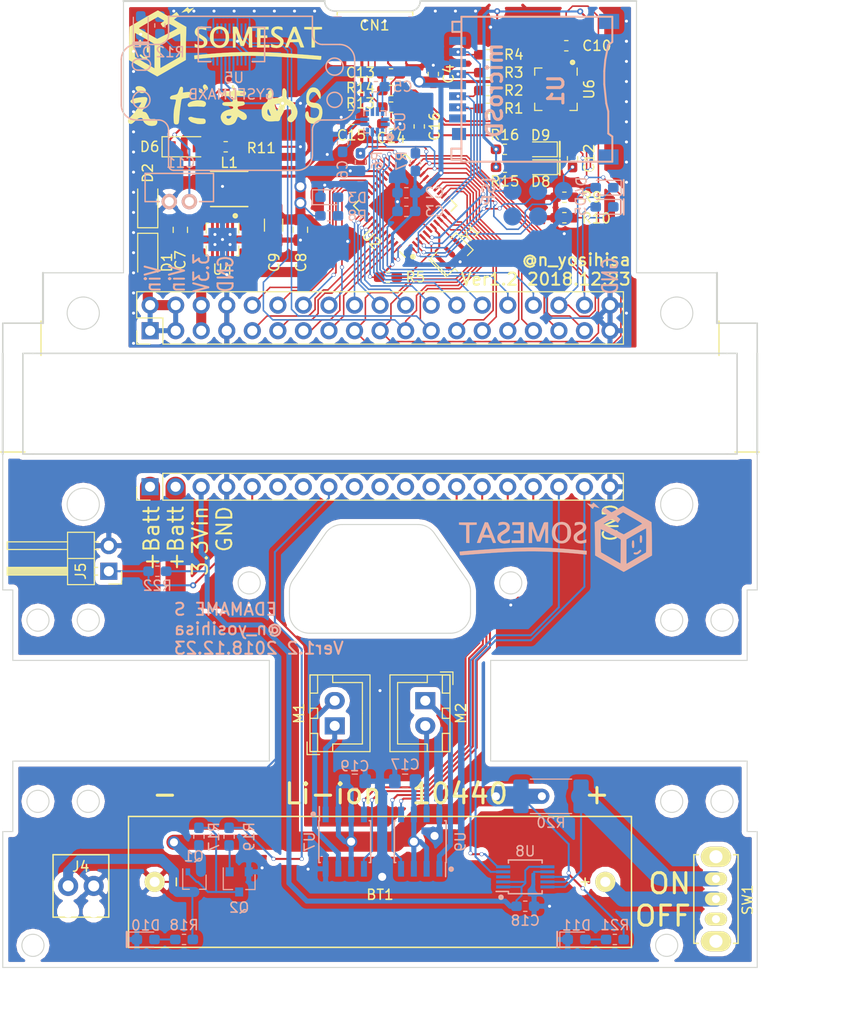
<source format=kicad_pcb>
(kicad_pcb (version 20171130) (host pcbnew "(5.0.0)")
  (layers (0 F.Cu signal) (31 B.Cu signal) (34 B.Paste user) (35 F.Paste user) (36 B.SilkS user) (37 F.SilkS user) (38 B.Mask user) (39 F.Mask user) (44 Edge.Cuts user))
  (net 0 "")
  (net 1 "Net-(BT1-Pad1)")
  (net 2 GND)
  (net 3 GNDPWR)
  (net 4 +3V3)
  (net 5 +5V)
  (net 6 +BATT)
  (net 7 "Net-(D1-Pad2)")
  (net 8 "Net-(D6-Pad2)")
  (net 9 "Net-(D7-Pad2)")
  (net 10 "Net-(M1-Pad1)")
  (net 11 "Net-(M1-Pad2)")
  (net 12 "Net-(M2-Pad1)")
  (net 13 "Net-(M2-Pad2)")
  (net 14 "Net-(R12-Pad2)")
  (net 15 VCC)
  (net 16 "Net-(L1-Pad1)")
  (net 17 "Net-(L1-Pad2)")
  (net 18 "Net-(U2-Pad7)")
  (net 19 "Net-(U2-Pad8)")
  (net 20 "Net-(D8-Pad2)")
  (net 21 /EDAMAME_S_core/MISO)
  (net 22 /EDAMAME_S_core/SCK)
  (net 23 /EDAMAME_S_core/MOSI)
  (net 24 /EDAMAME_S_core/SS)
  (net 25 "Net-(R20-Pad2)")
  (net 26 "Net-(C13-Pad1)")
  (net 27 "Net-(C11-Pad1)")
  (net 28 "Net-(J4-Pad1)")
  (net 29 /EDAMAME_S_core/AVR→GPS)
  (net 30 /EDAMAME_S_core/GPS→AVR)
  (net 31 /EDAMAME_S_core/RST)
  (net 32 /EDAMAME_S_core/19)
  (net 33 /EDAMAME_S_core/I2C_SCL)
  (net 34 /EDAMAME_S_core/I2C_SDA)
  (net 35 "Net-(D3-Pad2)")
  (net 36 /EDAMAME_S_core/18)
  (net 37 "Net-(D10-Pad2)")
  (net 38 "Net-(Q1-Pad1)")
  (net 39 "Net-(D9-Pad2)")
  (net 40 /EDAMAME_S_Ex/Nichrome)
  (net 41 "Net-(Q2-Pad1)")
  (net 42 "Net-(D11-Pad2)")
  (net 43 "Net-(R14-Pad1)")
  (net 44 "Net-(R13-Pad1)")
  (net 45 "Net-(C7-Pad1)")
  (net 46 /EDAMAME_S_Ex/MOTOR_RR)
  (net 47 /EDAMAME_S_Ex/MOTOR_RF)
  (net 48 /EDAMAME_S_Ex/MOTOR_LR)
  (net 49 /EDAMAME_S_Ex/MOTOR_LF)
  (net 50 /EDAMAME_S_Ex/SDA)
  (net 51 /EDAMAME_S_Ex/SCL)
  (net 52 "Net-(C6-Pad1)")
  (net 53 /EDAMAME_S_core/PC→AVR)
  (net 54 /EDAMAME_S_core/AVR→PC)
  (net 55 /EDAMAME_S_core/12-)
  (net 56 /EDAMAME_S_core/13-)
  (net 57 /EDAMAME_S_core/14-)
  (net 58 /EDAMAME_S_core/15-)
  (net 59 /EDAMAME_S_core/20)
  (net 60 /EDAMAME_S_core/21)
  (net 61 /EDAMAME_S_core/22)
  (net 62 /EDAMAME_S_core/23)
  (net 63 /EDAMAME_S_core/A7)
  (net 64 /EDAMAME_S_core/A6)
  (net 65 /EDAMAME_S_core/A5)
  (net 66 /EDAMAME_S_core/A4)
  (net 67 /EDAMAME_S_core/A3)
  (net 68 /EDAMAME_S_core/A2)
  (net 69 /EDAMAME_S_core/A1)
  (net 70 /EDAMAME_S_core/A0)
  (net 71 /EDAMAME_S_core/0)
  (net 72 /EDAMAME_S_core/1)
  (net 73 /EDAMAME_S_core/2)
  (net 74 /EDAMAME_S_core/3-)
  (net 75 "Net-(D9-Pad1)")
  (net 76 "Net-(D8-Pad1)")
  (net 77 "Net-(C12-Pad1)")
  (net 78 "Net-(C14-Pad1)")
  (net 79 "Net-(D4-Pad1)")
  (net 80 "Net-(D5-Pad1)")
  (net 81 /EDAMAME_S_Ex/FlightPin)
  (module user:MS621FE_FL11E (layer B.Cu) (at 46.101872 37.08394 180)
    (fp_text reference C11 (at -0.143 3.8735 180) (layer B.SilkS) (effects (justify mirror)))
    (fp_text value "0.22F 3.3V")
    (pad 2 thru_hole circle (at 1 0 180) (size 1.524 1.524) (drill 0.9) (layers *.Cu *.Mask B.SilkS) (net 2 GND))
    (pad 1 thru_hole circle (at -1 0 180) (size 1.524 1.524) (drill 0.9) (layers *.Cu *.Mask B.SilkS) (net 27 "Net-(C11-Pad1)"))
  )
  (module logo:SOMESAT_edamame_s_logo (layer F.Cu) (at 50.649872 24.01694)
    (fp_text reference G*** hide)
    (fp_text value LOGO hide)
  )
  (module logo:SOMESAT_logo (layer B.Cu) (at 83.542872 70.62594 180)
    (fp_text reference G*** hide)
    (fp_text value LOGO hide)
  )
  (module Package_SO:SOIC-8_3.9x4.9mm_P1.27mm (layer B.Cu) (at 70.051872 100.65894 90)
    (fp_text reference U9 (at 0 4 270) (layer B.SilkS) (effects (justify mirror)))
    (fp_text value BD6211F)
    (pad 8 smd rect (at 2.7 1.905 90) (size 1.55 0.6) (layers B.Cu B.Paste B.Mask) (net 3 GNDPWR))
    (pad 7 smd rect (at 2.7 0.635 90) (size 1.55 0.6) (layers B.Cu B.Paste B.Mask) (net 13 "Net-(M2-Pad2)"))
    (pad 6 smd rect (at 2.7 -0.635 90) (size 1.55 0.6) (layers B.Cu B.Paste B.Mask) (net 6 +BATT))
    (pad 5 smd rect (at 2.7 -1.905 90) (size 1.55 0.6) (layers B.Cu B.Paste B.Mask) (net 47 /EDAMAME_S_Ex/MOTOR_RF))
    (pad 4 smd rect (at -2.7 -1.905 90) (size 1.55 0.6) (layers B.Cu B.Paste B.Mask) (net 46 /EDAMAME_S_Ex/MOTOR_RR))
    (pad 3 smd rect (at -2.7 -0.635 90) (size 1.55 0.6) (layers B.Cu B.Paste B.Mask) (net 6 +BATT))
    (pad 2 smd rect (at -2.7 0.635 90) (size 1.55 0.6) (layers B.Cu B.Paste B.Mask) (net 6 +BATT))
    (pad 1 smd rect (at -2.7 1.905 90) (size 1.55 0.6) (layers B.Cu B.Paste B.Mask) (net 12 "Net-(M2-Pad1)"))
  )
  (module Resistor_SMD:R_0603_1608Metric_Pad1.05x0.95mm_HandSolder (layer F.Cu) (at 50.713372 31.63694 180)
    (fp_text reference R11 (at -3.542 -0.127 180) (layer F.SilkS))
    (fp_text value 100)
    (pad 2 smd roundrect (at 0.875 0 180) (size 1.05 0.95) (layers F.Cu F.Paste F.Mask) (net 8 "Net-(D6-Pad2)"))
    (pad 1 smd roundrect (at -0.875 0 180) (size 1.05 0.95) (layers F.Cu F.Paste F.Mask) (net 4 +3V3))
  )
  (module LED_SMD:LED_0603_1608Metric_Pad1.05x0.95mm_HandSolder (layer B.Cu) (at 88.368872 37.60594 180)
    (fp_text reference D5 (at 2.3495 0.0635 90) (layer B.SilkS) (effects (justify mirror)))
    (fp_text value LED2)
    (pad 2 smd roundrect (at 0.875 0 180) (size 1.05 0.95) (layers B.Cu B.Paste B.Mask) (net 36 /EDAMAME_S_core/18))
    (pad 1 smd roundrect (at -0.875 0 180) (size 1.05 0.95) (layers B.Cu B.Paste B.Mask) (net 80 "Net-(D5-Pad1)"))
  )
  (module Package_DFN_QFN:QFN-20-1EP_4x4mm_P0.5mm_EP2.5x2.5mm (layer F.Cu) (at 83.542872 25.92194 270)
    (fp_text reference U6 (at 0 -3.3 270) (layer F.SilkS))
    (fp_text value FT231XQ)
    (pad 20 smd roundrect (at -1 -1.9375 270) (size 0.25 0.825) (layers F.Cu F.Paste F.Mask) (net 4 +3V3))
    (pad 19 smd roundrect (at -0.5 -1.9375 270) (size 0.25 0.825) (layers F.Cu F.Paste F.Mask))
    (pad 18 smd roundrect (at 0 -1.9375 270) (size 0.25 0.825) (layers F.Cu F.Paste F.Mask) (net 77 "Net-(C12-Pad1)"))
    (pad 17 smd roundrect (at 0.5 -1.9375 270) (size 0.25 0.825) (layers F.Cu F.Paste F.Mask) (net 53 /EDAMAME_S_core/PC→AVR))
    (pad 16 smd roundrect (at 1 -1.9375 270) (size 0.25 0.825) (layers F.Cu F.Paste F.Mask))
    (pad 15 smd roundrect (at 1.9375 -1 270) (size 0.825 0.25) (layers F.Cu F.Paste F.Mask) (net 76 "Net-(D8-Pad1)"))
    (pad 14 smd roundrect (at 1.9375 -0.5 270) (size 0.825 0.25) (layers F.Cu F.Paste F.Mask) (net 75 "Net-(D9-Pad1)"))
    (pad 13 smd roundrect (at 1.9375 0 270) (size 0.825 0.25) (layers F.Cu F.Paste F.Mask) (net 2 GND))
    (pad 12 smd roundrect (at 1.9375 0.5 270) (size 0.825 0.25) (layers F.Cu F.Paste F.Mask) (net 5 +5V))
    (pad 11 smd roundrect (at 1.9375 1 270) (size 0.825 0.25) (layers F.Cu F.Paste F.Mask) (net 5 +5V))
    (pad 10 smd roundrect (at 1 1.9375 270) (size 0.25 0.825) (layers F.Cu F.Paste F.Mask))
    (pad 9 smd roundrect (at 0.5 1.9375 270) (size 0.25 0.825) (layers F.Cu F.Paste F.Mask) (net 44 "Net-(R13-Pad1)"))
    (pad 8 smd roundrect (at 0 1.9375 270) (size 0.25 0.825) (layers F.Cu F.Paste F.Mask) (net 43 "Net-(R14-Pad1)"))
    (pad 7 smd roundrect (at -0.5 1.9375 270) (size 0.25 0.825) (layers F.Cu F.Paste F.Mask))
    (pad 6 smd roundrect (at -1 1.9375 270) (size 0.25 0.825) (layers F.Cu F.Paste F.Mask))
    (pad 5 smd roundrect (at -1.9375 1 270) (size 0.825 0.25) (layers F.Cu F.Paste F.Mask))
    (pad 4 smd roundrect (at -1.9375 0.5 270) (size 0.825 0.25) (layers F.Cu F.Paste F.Mask))
    (pad 3 smd roundrect (at -1.9375 0 270) (size 0.825 0.25) (layers F.Cu F.Paste F.Mask) (net 2 GND))
    (pad 2 smd roundrect (at -1.9375 -0.5 270) (size 0.825 0.25) (layers F.Cu F.Paste F.Mask))
    (pad 1 smd roundrect (at -1.9375 -1 270) (size 0.825 0.25) (layers F.Cu F.Paste F.Mask) (net 54 /EDAMAME_S_core/AVR→PC))
    (pad 21 smd roundrect (at 0 0 270) (size 2.5 2.5) (layers F.Cu F.Mask) (roundrect_rratio 0.1) (net 2 GND))
  )
  (module user:LGA-12_2x2mm_P0.5mm_HandSolder (layer B.Cu) (at 65.551872 29.15894 90)
    (fp_text reference U3 (at 0 2.497 90) (layer B.SilkS) (effects (justify mirror)))
    (fp_text value LSM303C)
    (pad 12 smd rect (at -0.25 1.016) (size 0.875 0.35) (layers B.Cu B.Paste B.Mask))
    (pad 11 smd rect (at 0.254 1.016) (size 0.875 0.35) (layers B.Cu B.Paste B.Mask))
    (pad 6 smd rect (at 0.25 -1.016) (size 0.875 0.35) (layers B.Cu B.Paste B.Mask) (net 2 GND))
    (pad 5 smd rect (at -0.25 -1.016) (size 0.875 0.35) (layers B.Cu B.Paste B.Mask) (net 52 "Net-(C6-Pad1)"))
    (pad 10 smd rect (at 1.016 0.75 90) (size 0.875 0.35) (layers B.Cu B.Paste B.Mask) (net 4 +3V3))
    (pad 1 smd rect (at -1.016 0.75 90) (size 0.875 0.35) (layers B.Cu B.Paste B.Mask) (net 33 /EDAMAME_S_core/I2C_SCL))
    (pad 7 smd rect (at 1.016 -0.762 90) (size 0.875 0.35) (layers B.Cu B.Paste B.Mask))
    (pad 4 smd rect (at -1.016 -0.75 90) (size 0.875 0.35) (layers B.Cu B.Paste B.Mask) (net 34 /EDAMAME_S_core/I2C_SDA))
    (pad 8 smd rect (at 1.016 -0.25 90) (size 0.875 0.35) (layers B.Cu B.Paste B.Mask) (net 2 GND))
    (pad 9 smd rect (at 1.016 0.25 90) (size 0.875 0.35) (layers B.Cu B.Paste B.Mask) (net 4 +3V3))
    (pad 3 smd rect (at -1.016 -0.254 90) (size 0.875 0.35) (layers B.Cu B.Paste B.Mask) (net 4 +3V3))
    (pad 2 smd rect (at -1.016 0.25 90) (size 0.875 0.35) (layers B.Cu B.Paste B.Mask) (net 4 +3V3))
  )
  (module Capacitor_SMD:C_0603_1608Metric_Pad1.05x0.95mm_HandSolder (layer B.Cu) (at 68.669872 38.05044 180)
    (fp_text reference C3 (at -2.808 0 180) (layer B.SilkS) (effects (justify mirror)))
    (fp_text value 0.1u)
    (pad 2 smd roundrect (at 0.875 0 180) (size 1.05 0.95) (layers B.Cu B.Paste B.Mask) (net 2 GND))
    (pad 1 smd roundrect (at -0.875 0 180) (size 1.05 0.95) (layers B.Cu B.Paste B.Mask) (net 4 +3V3))
  )
  (module Crystal:Resonator_SMD_muRata_CSTxExxV-3Pin_3.0x1.1mm (layer F.Cu) (at 73.192372 42.30494 45)
    (fp_text reference Y1 (at 2.783879 -0.089803 45) (layer F.SilkS))
    (fp_text value 12MHz)
    (pad 3 smd rect (at 1.2 0 45) (size 0.4 1.9) (layers F.Cu F.Paste F.Mask) (net 19 "Net-(U2-Pad8)"))
    (pad 2 smd rect (at 0 0 45) (size 0.4 1.9) (layers F.Cu F.Paste F.Mask) (net 2 GND))
    (pad 1 smd rect (at -1.2 0 45) (size 0.4 1.9) (layers F.Cu F.Paste F.Mask) (net 18 "Net-(U2-Pad7)"))
  )
  (module Package_DFN_QFN:QFN-44-1EP_7x7mm_P0.5mm_EP5.15x5.15mm (layer F.Cu) (at 68.556872 37.47894 135)
    (fp_text reference U2 (at 0 -4.75 135) (layer F.SilkS))
    (fp_text value ATMEGA1284P-MU)
    (pad 1 smd rect (at -3.4 -2.5 135) (size 0.7 0.25) (layers F.Cu F.Paste F.Mask) (net 23 /EDAMAME_S_core/MOSI))
    (pad 2 smd rect (at -3.4 -2.000001 135) (size 0.7 0.25) (layers F.Cu F.Paste F.Mask) (net 21 /EDAMAME_S_core/MISO))
    (pad 3 smd rect (at -3.4 -1.5 135) (size 0.7 0.25) (layers F.Cu F.Paste F.Mask) (net 22 /EDAMAME_S_core/SCK))
    (pad 4 smd rect (at -3.4 -1 135) (size 0.7 0.25) (layers F.Cu F.Paste F.Mask) (net 31 /EDAMAME_S_core/RST))
    (pad 5 smd rect (at -3.4 -0.499999 135) (size 0.7 0.25) (layers F.Cu F.Paste F.Mask) (net 4 +3V3))
    (pad 6 smd rect (at -3.4 0 135) (size 0.7 0.25) (layers F.Cu F.Paste F.Mask) (net 2 GND))
    (pad 7 smd rect (at -3.4 0.499999 135) (size 0.7 0.25) (layers F.Cu F.Paste F.Mask) (net 18 "Net-(U2-Pad7)"))
    (pad 8 smd rect (at -3.4 1 135) (size 0.7 0.25) (layers F.Cu F.Paste F.Mask) (net 19 "Net-(U2-Pad8)"))
    (pad 9 smd rect (at -3.4 1.5 135) (size 0.7 0.25) (layers F.Cu F.Paste F.Mask) (net 53 /EDAMAME_S_core/PC→AVR))
    (pad 10 smd rect (at -3.4 2.000001 135) (size 0.7 0.25) (layers F.Cu F.Paste F.Mask) (net 54 /EDAMAME_S_core/AVR→PC))
    (pad 11 smd rect (at -3.4 2.5 135) (size 0.7 0.25) (layers F.Cu F.Paste F.Mask) (net 30 /EDAMAME_S_core/GPS→AVR))
    (pad 12 smd rect (at -2.5 3.4 225) (size 0.7 0.25) (layers F.Cu F.Paste F.Mask) (net 29 /EDAMAME_S_core/AVR→GPS))
    (pad 13 smd rect (at -2.000001 3.4 225) (size 0.7 0.25) (layers F.Cu F.Paste F.Mask) (net 55 /EDAMAME_S_core/12-))
    (pad 14 smd rect (at -1.5 3.4 225) (size 0.7 0.25) (layers F.Cu F.Paste F.Mask) (net 56 /EDAMAME_S_core/13-))
    (pad 15 smd rect (at -1 3.4 225) (size 0.7 0.25) (layers F.Cu F.Paste F.Mask) (net 57 /EDAMAME_S_core/14-))
    (pad 16 smd rect (at -0.499999 3.4 225) (size 0.7 0.25) (layers F.Cu F.Paste F.Mask) (net 58 /EDAMAME_S_core/15-))
    (pad 17 smd rect (at 0 3.4 225) (size 0.7 0.25) (layers F.Cu F.Paste F.Mask) (net 4 +3V3))
    (pad 18 smd rect (at 0.499999 3.4 225) (size 0.7 0.25) (layers F.Cu F.Paste F.Mask) (net 2 GND))
    (pad 19 smd rect (at 1 3.4 225) (size 0.7 0.25) (layers F.Cu F.Paste F.Mask) (net 33 /EDAMAME_S_core/I2C_SCL))
    (pad 20 smd rect (at 1.5 3.4 225) (size 0.7 0.25) (layers F.Cu F.Paste F.Mask) (net 34 /EDAMAME_S_core/I2C_SDA))
    (pad 21 smd rect (at 2.000001 3.4 225) (size 0.7 0.25) (layers F.Cu F.Paste F.Mask) (net 36 /EDAMAME_S_core/18))
    (pad 22 smd rect (at 2.5 3.4 225) (size 0.7 0.25) (layers F.Cu F.Paste F.Mask) (net 32 /EDAMAME_S_core/19))
    (pad 23 smd rect (at 3.4 2.5 135) (size 0.7 0.25) (layers F.Cu F.Paste F.Mask) (net 59 /EDAMAME_S_core/20))
    (pad 24 smd rect (at 3.4 2.000001 135) (size 0.7 0.25) (layers F.Cu F.Paste F.Mask) (net 60 /EDAMAME_S_core/21))
    (pad 25 smd rect (at 3.4 1.5 135) (size 0.7 0.25) (layers F.Cu F.Paste F.Mask) (net 61 /EDAMAME_S_core/22))
    (pad 26 smd rect (at 3.4 1 135) (size 0.7 0.25) (layers F.Cu F.Paste F.Mask) (net 62 /EDAMAME_S_core/23))
    (pad 27 smd rect (at 3.4 0.499999 135) (size 0.7 0.25) (layers F.Cu F.Paste F.Mask) (net 4 +3V3))
    (pad 28 smd rect (at 3.4 0 135) (size 0.7 0.25) (layers F.Cu F.Paste F.Mask) (net 2 GND))
    (pad 29 smd rect (at 3.4 -0.499999 135) (size 0.7 0.25) (layers F.Cu F.Paste F.Mask))
    (pad 30 smd rect (at 3.4 -1 135) (size 0.7 0.25) (layers F.Cu F.Paste F.Mask) (net 63 /EDAMAME_S_core/A7))
    (pad 31 smd rect (at 3.4 -1.5 135) (size 0.7 0.25) (layers F.Cu F.Paste F.Mask) (net 64 /EDAMAME_S_core/A6))
    (pad 32 smd rect (at 3.4 -2.000001 135) (size 0.7 0.25) (layers F.Cu F.Paste F.Mask) (net 65 /EDAMAME_S_core/A5))
    (pad 33 smd rect (at 3.4 -2.5 135) (size 0.7 0.25) (layers F.Cu F.Paste F.Mask) (net 66 /EDAMAME_S_core/A4))
    (pad 34 smd rect (at 2.5 -3.4 225) (size 0.7 0.25) (layers F.Cu F.Paste F.Mask) (net 67 /EDAMAME_S_core/A3))
    (pad 35 smd rect (at 2.000001 -3.4 225) (size 0.7 0.25) (layers F.Cu F.Paste F.Mask) (net 68 /EDAMAME_S_core/A2))
    (pad 36 smd rect (at 1.5 -3.4 225) (size 0.7 0.25) (layers F.Cu F.Paste F.Mask) (net 69 /EDAMAME_S_core/A1))
    (pad 37 smd rect (at 1 -3.4 225) (size 0.7 0.25) (layers F.Cu F.Paste F.Mask) (net 70 /EDAMAME_S_core/A0))
    (pad 38 smd rect (at 0.499999 -3.4 225) (size 0.7 0.25) (layers F.Cu F.Paste F.Mask) (net 4 +3V3))
    (pad 39 smd rect (at 0 -3.4 225) (size 0.7 0.25) (layers F.Cu F.Paste F.Mask) (net 2 GND))
    (pad 40 smd rect (at -0.499999 -3.4 225) (size 0.7 0.25) (layers F.Cu F.Paste F.Mask) (net 71 /EDAMAME_S_core/0))
    (pad 41 smd rect (at -1 -3.4 225) (size 0.7 0.25) (layers F.Cu F.Paste F.Mask) (net 72 /EDAMAME_S_core/1))
    (pad 42 smd rect (at -1.5 -3.4 225) (size 0.7 0.25) (layers F.Cu F.Paste F.Mask) (net 73 /EDAMAME_S_core/2))
    (pad 43 smd rect (at -2.000001 -3.4 225) (size 0.7 0.25) (layers F.Cu F.Paste F.Mask) (net 74 /EDAMAME_S_core/3-))
    (pad 44 smd rect (at -2.5 -3.4 225) (size 0.7 0.25) (layers F.Cu F.Paste F.Mask) (net 24 /EDAMAME_S_core/SS))
    (pad GND smd rect (at 0 0 135) (size 5.15 5.15) (layers F.Cu F.Mask))
  )
  (module Package_SON:Texas_S-PVSON-N10_ThermalVias (layer F.Cu) (at 50.395872 40.84994 270)
    (fp_text reference U4 (at 2.979 0) (layer F.SilkS))
    (fp_text value TPS63001)
    (pad 11 smd rect (at 0 0 270) (size 2.3 2.8) (layers B.Cu) (net 2 GND))
    (pad 11 thru_hole circle (at -0.5 0.75 270) (size 0.6 0.6) (drill 0.3) (layers *.Cu *.Mask) (net 2 GND))
    (pad 11 thru_hole circle (at -0.5 -0.75 270) (size 0.6 0.6) (drill 0.3) (layers *.Cu *.Mask) (net 2 GND))
    (pad 11 thru_hole circle (at 0.5 -0.75 270) (size 0.6 0.6) (drill 0.3) (layers *.Cu *.Mask) (net 2 GND))
    (pad 11 thru_hole circle (at 0 0 270) (size 0.6 0.6) (drill 0.3) (layers *.Cu *.Mask) (net 2 GND))
    (pad 11 thru_hole circle (at 0.5 0.75 270) (size 0.6 0.6) (drill 0.3) (layers *.Cu *.Mask) (net 2 GND))
    (pad 10 smd oval (at 1.475 -1 270) (size 0.85 0.28) (layers F.Cu F.Paste F.Mask) (net 4 +3V3))
    (pad 9 smd oval (at 1.475 -0.5 270) (size 0.85 0.28) (layers F.Cu F.Paste F.Mask) (net 2 GND))
    (pad 8 smd oval (at 1.475 0 270) (size 0.85 0.28) (layers F.Cu F.Paste F.Mask) (net 45 "Net-(C7-Pad1)"))
    (pad 7 smd rect (at 1.76 0.5 270) (size 0.28 0.28) (layers F.Cu F.Paste F.Mask) (net 45 "Net-(C7-Pad1)"))
    (pad 6 smd rect (at 1.76 1 270) (size 0.28 0.28) (layers F.Cu F.Paste F.Mask) (net 45 "Net-(C7-Pad1)"))
    (pad 5 smd oval (at -1.475 1 270) (size 0.85 0.28) (layers F.Cu F.Paste F.Mask) (net 45 "Net-(C7-Pad1)"))
    (pad 4 smd rect (at -1.76 0.5 270) (size 0.28 0.28) (layers F.Cu F.Paste F.Mask) (net 16 "Net-(L1-Pad1)"))
    (pad 3 smd oval (at -1.475 0 270) (size 0.85 0.28) (layers F.Cu F.Paste F.Mask) (net 2 GND))
    (pad 2 smd rect (at -1.76 -0.5 270) (size 0.28 0.28) (layers F.Cu F.Paste F.Mask) (net 17 "Net-(L1-Pad2)"))
    (pad 1 smd rect (at -1.76 -1 270) (size 0.28 0.28) (layers F.Cu F.Paste F.Mask) (net 4 +3V3))
    (pad 11 smd rect (at 0 0 270) (size 1.65 2.4) (layers F.Cu F.Mask) (net 2 GND))
    (pad 11 smd rect (at 0.45 0.635 270) (size 0.68 1.05) (layers F.Cu F.Paste F.Mask) (net 2 GND))
    (pad 11 smd rect (at -0.45 0.635 270) (size 0.68 1.05) (layers F.Cu F.Paste F.Mask) (net 2 GND))
    (pad 11 smd rect (at 0.45 -0.635 270) (size 0.68 1.05) (layers F.Cu F.Paste F.Mask) (net 2 GND))
    (pad 11 smd rect (at 0.25 1.63 270) (size 0.26 0.5) (layers F.Cu F.Paste F.Mask) (net 2 GND))
    (pad 11 smd rect (at -0.25 1.63 270) (size 0.26 0.5) (layers F.Cu F.Paste F.Mask) (net 2 GND))
    (pad 11 smd rect (at 0.25 -1.63 270) (size 0.26 0.5) (layers F.Cu F.Paste F.Mask) (net 2 GND))
    (pad 11 smd rect (at 0.25 1.55 270) (size 0.28 0.7) (layers F.Cu F.Mask) (net 2 GND))
    (pad 11 smd rect (at -0.25 1.55 270) (size 0.28 0.7) (layers F.Cu F.Mask) (net 2 GND))
    (pad 11 smd rect (at 0.25 -1.55 270) (size 0.28 0.7) (layers F.Cu F.Mask) (net 2 GND))
    (pad 11 smd rect (at -0.25 -1.63 270) (size 0.26 0.5) (layers F.Cu F.Paste F.Mask) (net 2 GND))
    (pad 11 smd rect (at -0.25 -1.55 270) (size 0.28 0.7) (layers F.Cu F.Mask) (net 2 GND))
    (pad 11 smd rect (at -0.45 -0.635 270) (size 0.68 1.05) (layers F.Cu F.Paste F.Mask) (net 2 GND))
    (pad 10 smd rect (at 1.76 -1 270) (size 0.28 0.28) (layers F.Cu F.Paste F.Mask) (net 4 +3V3))
    (pad 9 smd rect (at 1.76 -0.5 270) (size 0.28 0.28) (layers F.Cu F.Paste F.Mask) (net 2 GND))
    (pad 8 smd rect (at 1.76 0 270) (size 0.28 0.28) (layers F.Cu F.Paste F.Mask) (net 45 "Net-(C7-Pad1)"))
    (pad 7 smd oval (at 1.475 0.5 270) (size 0.85 0.28) (layers F.Cu F.Paste F.Mask) (net 45 "Net-(C7-Pad1)"))
    (pad 6 smd oval (at 1.475 1 270) (size 0.85 0.28) (layers F.Cu F.Paste F.Mask) (net 45 "Net-(C7-Pad1)"))
    (pad 5 smd rect (at -1.76 1 270) (size 0.28 0.28) (layers F.Cu F.Paste F.Mask) (net 45 "Net-(C7-Pad1)"))
    (pad 4 smd oval (at -1.475 0.5 270) (size 0.85 0.28) (layers F.Cu F.Paste F.Mask) (net 16 "Net-(L1-Pad1)"))
    (pad 3 smd rect (at -1.76 0 270) (size 0.28 0.28) (layers F.Cu F.Paste F.Mask) (net 2 GND))
    (pad 2 smd oval (at -1.475 -0.5 270) (size 0.85 0.28) (layers F.Cu F.Paste F.Mask) (net 17 "Net-(L1-Pad2)"))
    (pad 1 smd oval (at -1.475 -1 270) (size 0.85 0.28) (layers F.Cu F.Paste F.Mask) (net 4 +3V3))
  )
  (module user:SS-12D01-VG4 (layer F.Cu) (at 99.451872 106.35894 270)
    (fp_text reference SW1 (at 0.081 -3.141 270) (layer F.SilkS))
    (fp_text value power hide)
    (pad 3 thru_hole oval (at 2 0 270) (size 1.3 2.2) (drill 0.8) (layers *.Cu *.Mask F.SilkS))
    (pad 2 thru_hole oval (at 0 0 270) (size 1.3 2.2) (drill 0.8) (layers *.Cu *.Mask F.SilkS) (net 1 "Net-(BT1-Pad1)"))
    (pad 1 thru_hole oval (at -2 0 270) (size 1.3 2.2) (drill 0.8) (layers *.Cu *.Mask F.SilkS) (net 25 "Net-(R20-Pad2)"))
    (pad "" thru_hole oval (at 4.2 0 270) (size 2 3) (drill 1.3) (layers *.Cu *.Mask F.SilkS))
    (pad "" thru_hole oval (at -4.2 0 270) (size 2 3) (drill 1.3) (layers *.Cu *.Mask F.SilkS))
  )
  (module Capacitor_SMD:C_0603_1608Metric_Pad1.05x0.95mm_HandSolder (layer B.Cu) (at 80.494872 107.07494)
    (fp_text reference C18 (at 0 1.43) (layer B.SilkS) (effects (justify mirror)))
    (fp_text value 0.1u)
    (pad 2 smd roundrect (at 0.875 0) (size 1.05 0.95) (layers B.Cu B.Paste B.Mask) (net 3 GNDPWR))
    (pad 1 smd roundrect (at -0.875 0) (size 1.05 0.95) (layers B.Cu B.Paste B.Mask) (net 15 VCC))
  )
  (module Capacitor_SMD:C_0603_1608Metric_Pad1.05x0.95mm_HandSolder (layer F.Cu) (at 69.953872 29.61894 90)
    (fp_text reference C16 (at 0.014 1.524 90) (layer F.SilkS))
    (fp_text value 0.1u)
    (pad 2 smd roundrect (at 0.875 0 90) (size 1.05 0.95) (layers F.Cu F.Paste F.Mask) (net 2 GND))
    (pad 1 smd roundrect (at -0.875 0 90) (size 1.05 0.95) (layers F.Cu F.Paste F.Mask) (net 5 +5V))
  )
  (module Capacitor_SMD:C_0603_1608Metric_Pad1.05x0.95mm_HandSolder (layer F.Cu) (at 67.159872 29.35094)
    (fp_text reference C14 (at 0 1.397) (layer F.SilkS))
    (fp_text value 47p)
    (pad 2 smd roundrect (at 0.875 0) (size 1.05 0.95) (layers F.Cu F.Paste F.Mask) (net 2 GND))
    (pad 1 smd roundrect (at -0.875 0) (size 1.05 0.95) (layers F.Cu F.Paste F.Mask) (net 78 "Net-(C14-Pad1)"))
  )
  (module Capacitor_SMD:C_0603_1608Metric_Pad1.05x0.95mm_HandSolder (layer F.Cu) (at 67.145872 24.39794)
    (fp_text reference C13 (at -3.034 -0.127) (layer F.SilkS))
    (fp_text value 47p)
    (pad 2 smd roundrect (at 0.875 0) (size 1.05 0.95) (layers F.Cu F.Paste F.Mask) (net 2 GND))
    (pad 1 smd roundrect (at -0.875 0) (size 1.05 0.95) (layers F.Cu F.Paste F.Mask) (net 26 "Net-(C13-Pad1)"))
  )
  (module Capacitor_SMD:C_0603_1608Metric_Pad1.05x0.95mm_HandSolder (layer F.Cu) (at 85.193872 32.77994 270)
    (fp_text reference C12 (at 0 -1.651 270) (layer F.SilkS))
    (fp_text value 0.1u)
    (pad 2 smd roundrect (at 0.875 0 270) (size 1.05 0.95) (layers F.Cu F.Paste F.Mask) (net 31 /EDAMAME_S_core/RST))
    (pad 1 smd roundrect (at -0.875 0 270) (size 1.05 0.95) (layers F.Cu F.Paste F.Mask) (net 77 "Net-(C12-Pad1)"))
  )
  (module Capacitor_SMD:C_0603_1608Metric_Pad1.05x0.95mm_HandSolder (layer F.Cu) (at 84.572872 21.60394 180)
    (fp_text reference C10 (at -3.034 0 180) (layer F.SilkS))
    (fp_text value 0.1u)
    (pad 2 smd roundrect (at 0.875 0 180) (size 1.05 0.95) (layers F.Cu F.Paste F.Mask) (net 2 GND))
    (pad 1 smd roundrect (at -0.875 0 180) (size 1.05 0.95) (layers F.Cu F.Paste F.Mask) (net 4 +3V3))
  )
  (module Capacitor_SMD:C_0603_1608Metric_Pad1.05x0.95mm_HandSolder (layer B.Cu) (at 62.333872 31.26994 90)
    (fp_text reference C6 (at -2.653 0 90) (layer B.SilkS) (effects (justify mirror)))
    (fp_text value 0.1u)
    (pad 2 smd roundrect (at 0.875 0 90) (size 1.05 0.95) (layers B.Cu B.Paste B.Mask) (net 2 GND))
    (pad 1 smd roundrect (at -0.875 0 90) (size 1.05 0.95) (layers B.Cu B.Paste B.Mask) (net 52 "Net-(C6-Pad1)"))
  )
  (module Capacitor_SMD:C_0603_1608Metric_Pad1.05x0.95mm_HandSolder (layer B.Cu) (at 65.649872 25.66794 180)
    (fp_text reference C5 (at -2.667 0 180) (layer B.SilkS) (effects (justify mirror)))
    (fp_text value 0.1u)
    (pad 2 smd roundrect (at 0.875 0 180) (size 1.05 0.95) (layers B.Cu B.Paste B.Mask) (net 2 GND))
    (pad 1 smd roundrect (at -0.875 0 180) (size 1.05 0.95) (layers B.Cu B.Paste B.Mask) (net 4 +3V3))
  )
  (module Capacitor_SMD:C_0603_1608Metric_Pad1.05x0.95mm_HandSolder (layer F.Cu) (at 71.350872 24.41194 90)
    (fp_text reference C4 (at 0.014 1.524 90) (layer F.SilkS))
    (fp_text value 0.1u)
    (pad 2 smd roundrect (at 0.875 0 90) (size 1.05 0.95) (layers F.Cu F.Paste F.Mask) (net 2 GND))
    (pad 1 smd roundrect (at -0.875 0 90) (size 1.05 0.95) (layers F.Cu F.Paste F.Mask) (net 4 +3V3))
  )
  (module Capacitor_SMD:C_0603_1608Metric_Pad1.05x0.95mm_HandSolder (layer B.Cu) (at 68.669872 36.20894 180)
    (fp_text reference C2 (at -2.794 0 180) (layer B.SilkS) (effects (justify mirror)))
    (fp_text value 0.1u)
    (pad 2 smd roundrect (at 0.875 0 180) (size 1.05 0.95) (layers B.Cu B.Paste B.Mask) (net 2 GND))
    (pad 1 smd roundrect (at -0.875 0 180) (size 1.05 0.95) (layers B.Cu B.Paste B.Mask) (net 4 +3V3))
  )
  (module Capacitor_SMD:C_0805_2012Metric_Pad1.15x1.40mm_HandSolder (layer B.Cu) (at 63.551872 94.65894)
    (fp_text reference C19 (at 0 -1.5) (layer B.SilkS) (effects (justify mirror)))
    (fp_text value 10u)
    (pad 2 smd roundrect (at 1.025 0) (size 1.15 1.4) (layers B.Cu B.Paste B.Mask) (roundrect_rratio 0.217391) (net 3 GNDPWR))
    (pad 1 smd roundrect (at -1.025 0) (size 1.15 1.4) (layers B.Cu B.Paste B.Mask) (roundrect_rratio 0.217391) (net 6 +BATT))
  )
  (module Capacitor_SMD:C_0805_2012Metric_Pad1.15x1.40mm_HandSolder (layer B.Cu) (at 68.551872 94.65894 180)
    (fp_text reference C17 (at 0 1.65 180) (layer B.SilkS) (effects (justify mirror)))
    (fp_text value 10u)
    (pad 2 smd roundrect (at 1.025 0 180) (size 1.15 1.4) (layers B.Cu B.Paste B.Mask) (roundrect_rratio 0.217391) (net 3 GNDPWR))
    (pad 1 smd roundrect (at -1.025 0 180) (size 1.15 1.4) (layers B.Cu B.Paste B.Mask) (roundrect_rratio 0.217391) (net 6 +BATT))
  )
  (module Capacitor_SMD:C_0805_2012Metric_Pad1.15x1.40mm_HandSolder (layer F.Cu) (at 46.204872 39.89194 270)
    (fp_text reference C7 (at 2.9845 0 270) (layer F.SilkS))
    (fp_text value 10u)
    (pad 2 smd roundrect (at 1.025 0 270) (size 1.15 1.4) (layers F.Cu F.Paste F.Mask) (roundrect_rratio 0.217391) (net 2 GND))
    (pad 1 smd roundrect (at -1.025 0 270) (size 1.15 1.4) (layers F.Cu F.Paste F.Mask) (roundrect_rratio 0.217391) (net 45 "Net-(C7-Pad1)"))
  )
  (module Capacitor_SMD:C_0805_2012Metric_Pad1.15x1.40mm_HandSolder (layer F.Cu) (at 58.142872 39.88294 270)
    (fp_text reference C8 (at 3.2475 -0.0635 270) (layer F.SilkS))
    (fp_text value 10u)
    (pad 2 smd roundrect (at 1.025 0 270) (size 1.15 1.4) (layers F.Cu F.Paste F.Mask) (roundrect_rratio 0.217391) (net 2 GND))
    (pad 1 smd roundrect (at -1.025 0 270) (size 1.15 1.4) (layers F.Cu F.Paste F.Mask) (roundrect_rratio 0.217391) (net 4 +3V3))
  )
  (module Capacitor_SMD:C_0805_2012Metric_Pad1.15x1.40mm_HandSolder (layer F.Cu) (at 63.213872 28.71594 180)
    (fp_text reference C15 (at -0.009 -1.778 180) (layer F.SilkS))
    (fp_text value 10u)
    (pad 2 smd roundrect (at 1.025 0 180) (size 1.15 1.4) (layers F.Cu F.Paste F.Mask) (roundrect_rratio 0.217391) (net 2 GND))
    (pad 1 smd roundrect (at -1.025 0 180) (size 1.15 1.4) (layers F.Cu F.Paste F.Mask) (roundrect_rratio 0.217391) (net 5 +5V))
  )
  (module Capacitor_SMD:C_1206_3216Metric_Pad1.42x1.75mm_HandSolder (layer F.Cu) (at 55.475872 39.42044 270)
    (fp_text reference C9 (at 3.71 -0.0635 270) (layer F.SilkS))
    (fp_text value 100u)
    (pad 2 smd roundrect (at 1.4875 0 270) (size 1.425 1.75) (layers F.Cu F.Paste F.Mask) (roundrect_rratio 0.175439) (net 2 GND))
    (pad 1 smd roundrect (at -1.4875 0 270) (size 1.425 1.75) (layers F.Cu F.Paste F.Mask) (roundrect_rratio 0.175439) (net 4 +3V3))
  )
  (module Connector_JST:JST_XH_B02B-XH-A_1x02_P2.50mm_Vertical (layer F.Cu) (at 61.551872 89.15894 90)
    (fp_text reference M1 (at 1.25 -3.55 90) (layer F.SilkS))
    (fp_text value Motor_L)
    (pad 2 thru_hole oval (at 2.5 0 90) (size 1.7 2) (drill 1) (layers *.Cu *.Mask) (net 11 "Net-(M1-Pad2)"))
    (pad 1 thru_hole rect (at 0 0 90) (size 1.7 2) (drill 1) (layers *.Cu *.Mask) (net 10 "Net-(M1-Pad1)"))
  )
  (module Connector_JST:JST_XH_B02B-XH-A_1x02_P2.50mm_Vertical (layer F.Cu) (at 70.551872 86.65894 270)
    (fp_text reference M2 (at 1.25 -3.55 270) (layer F.SilkS))
    (fp_text value Motor_R)
    (pad 2 thru_hole oval (at 2.5 0 270) (size 1.7 2) (drill 1) (layers *.Cu *.Mask) (net 13 "Net-(M2-Pad2)"))
    (pad 1 thru_hole rect (at 0 0 270) (size 1.7 2) (drill 1) (layers *.Cu *.Mask) (net 12 "Net-(M2-Pad1)"))
  )
  (module Connector_PinHeader_2.54mm:PinHeader_1x19_P2.54mm_Vertical (layer F.Cu) (at 43.191872 65.40894 90)
    (fp_text reference J3 hide)
    (fp_text value Conn)
    (pad 19 thru_hole oval (at 0 45.72 90) (size 1.7 1.7) (drill 1) (layers *.Cu *.Mask) (net 3 GNDPWR))
    (pad 18 thru_hole oval (at 0 43.18 90) (size 1.7 1.7) (drill 1) (layers *.Cu *.Mask) (net 50 /EDAMAME_S_Ex/SDA))
    (pad 17 thru_hole oval (at 0 40.64 90) (size 1.7 1.7) (drill 1) (layers *.Cu *.Mask) (net 51 /EDAMAME_S_Ex/SCL))
    (pad 16 thru_hole oval (at 0 38.1 90) (size 1.7 1.7) (drill 1) (layers *.Cu *.Mask) (net 47 /EDAMAME_S_Ex/MOTOR_RF))
    (pad 15 thru_hole oval (at 0 35.56 90) (size 1.7 1.7) (drill 1) (layers *.Cu *.Mask) (net 46 /EDAMAME_S_Ex/MOTOR_RR))
    (pad 14 thru_hole oval (at 0 33.02 90) (size 1.7 1.7) (drill 1) (layers *.Cu *.Mask) (net 48 /EDAMAME_S_Ex/MOTOR_LR))
    (pad 13 thru_hole oval (at 0 30.48 90) (size 1.7 1.7) (drill 1) (layers *.Cu *.Mask) (net 49 /EDAMAME_S_Ex/MOTOR_LF))
    (pad 12 thru_hole oval (at 0 27.94 90) (size 1.7 1.7) (drill 1) (layers *.Cu *.Mask))
    (pad 11 thru_hole oval (at 0 25.4 90) (size 1.7 1.7) (drill 1) (layers *.Cu *.Mask))
    (pad 10 thru_hole oval (at 0 22.86 90) (size 1.7 1.7) (drill 1) (layers *.Cu *.Mask))
    (pad 9 thru_hole oval (at 0 20.32 90) (size 1.7 1.7) (drill 1) (layers *.Cu *.Mask))
    (pad 8 thru_hole oval (at 0 17.78 90) (size 1.7 1.7) (drill 1) (layers *.Cu *.Mask) (net 40 /EDAMAME_S_Ex/Nichrome))
    (pad 7 thru_hole oval (at 0 15.24 90) (size 1.7 1.7) (drill 1) (layers *.Cu *.Mask))
    (pad 6 thru_hole oval (at 0 12.7 90) (size 1.7 1.7) (drill 1) (layers *.Cu *.Mask))
    (pad 5 thru_hole oval (at 0 10.16 90) (size 1.7 1.7) (drill 1) (layers *.Cu *.Mask) (net 81 /EDAMAME_S_Ex/FlightPin))
    (pad 4 thru_hole oval (at 0 7.62 90) (size 1.7 1.7) (drill 1) (layers *.Cu *.Mask) (net 3 GNDPWR))
    (pad 3 thru_hole oval (at 0 5.08 90) (size 1.7 1.7) (drill 1) (layers *.Cu *.Mask) (net 15 VCC))
    (pad 2 thru_hole oval (at 0 2.54 90) (size 1.7 1.7) (drill 1) (layers *.Cu *.Mask) (net 6 +BATT))
    (pad 1 thru_hole rect (at 0 0 90) (size 1.7 1.7) (drill 1) (layers *.Cu *.Mask) (net 6 +BATT))
  )
  (module Connector_PinHeader_2.54mm:PinHeader_2x19_P2.54mm_Vertical (layer F.Cu) (at 43.201872 49.90894 90)
    (fp_text reference J1 hide)
    (fp_text value Conn)
    (pad 38 thru_hole oval (at 2.54 45.72 90) (size 1.7 1.7) (drill 1) (layers *.Cu *.Mask) (net 2 GND))
    (pad 37 thru_hole oval (at 0 45.72 90) (size 1.7 1.7) (drill 1) (layers *.Cu *.Mask) (net 2 GND))
    (pad 36 thru_hole oval (at 2.54 43.18 90) (size 1.7 1.7) (drill 1) (layers *.Cu *.Mask) (net 36 /EDAMAME_S_core/18))
    (pad 35 thru_hole oval (at 0 43.18 90) (size 1.7 1.7) (drill 1) (layers *.Cu *.Mask) (net 34 /EDAMAME_S_core/I2C_SDA))
    (pad 34 thru_hole oval (at 2.54 40.64 90) (size 1.7 1.7) (drill 1) (layers *.Cu *.Mask) (net 32 /EDAMAME_S_core/19))
    (pad 33 thru_hole oval (at 0 40.64 90) (size 1.7 1.7) (drill 1) (layers *.Cu *.Mask) (net 33 /EDAMAME_S_core/I2C_SCL))
    (pad 32 thru_hole oval (at 2.54 38.1 90) (size 1.7 1.7) (drill 1) (layers *.Cu *.Mask) (net 59 /EDAMAME_S_core/20))
    (pad 31 thru_hole oval (at 0 38.1 90) (size 1.7 1.7) (drill 1) (layers *.Cu *.Mask) (net 58 /EDAMAME_S_core/15-))
    (pad 30 thru_hole oval (at 2.54 35.56 90) (size 1.7 1.7) (drill 1) (layers *.Cu *.Mask) (net 60 /EDAMAME_S_core/21))
    (pad 29 thru_hole oval (at 0 35.56 90) (size 1.7 1.7) (drill 1) (layers *.Cu *.Mask) (net 57 /EDAMAME_S_core/14-))
    (pad 28 thru_hole oval (at 2.54 33.02 90) (size 1.7 1.7) (drill 1) (layers *.Cu *.Mask) (net 61 /EDAMAME_S_core/22))
    (pad 27 thru_hole oval (at 0 33.02 90) (size 1.7 1.7) (drill 1) (layers *.Cu *.Mask) (net 56 /EDAMAME_S_core/13-))
    (pad 26 thru_hole oval (at 2.54 30.48 90) (size 1.7 1.7) (drill 1) (layers *.Cu *.Mask) (net 62 /EDAMAME_S_core/23))
    (pad 25 thru_hole oval (at 0 30.48 90) (size 1.7 1.7) (drill 1) (layers *.Cu *.Mask) (net 55 /EDAMAME_S_core/12-))
    (pad 24 thru_hole oval (at 2.54 27.94 90) (size 1.7 1.7) (drill 1) (layers *.Cu *.Mask) (net 70 /EDAMAME_S_core/A0))
    (pad 23 thru_hole oval (at 0 27.94 90) (size 1.7 1.7) (drill 1) (layers *.Cu *.Mask) (net 29 /EDAMAME_S_core/AVR→GPS))
    (pad 22 thru_hole oval (at 2.54 25.4 90) (size 1.7 1.7) (drill 1) (layers *.Cu *.Mask) (net 69 /EDAMAME_S_core/A1))
    (pad 21 thru_hole oval (at 0 25.4 90) (size 1.7 1.7) (drill 1) (layers *.Cu *.Mask) (net 30 /EDAMAME_S_core/GPS→AVR))
    (pad 20 thru_hole oval (at 2.54 22.86 90) (size 1.7 1.7) (drill 1) (layers *.Cu *.Mask) (net 68 /EDAMAME_S_core/A2))
    (pad 19 thru_hole oval (at 0 22.86 90) (size 1.7 1.7) (drill 1) (layers *.Cu *.Mask) (net 54 /EDAMAME_S_core/AVR→PC))
    (pad 18 thru_hole oval (at 2.54 20.32 90) (size 1.7 1.7) (drill 1) (layers *.Cu *.Mask) (net 67 /EDAMAME_S_core/A3))
    (pad 17 thru_hole oval (at 0 20.32 90) (size 1.7 1.7) (drill 1) (layers *.Cu *.Mask) (net 53 /EDAMAME_S_core/PC→AVR))
    (pad 16 thru_hole oval (at 2.54 17.78 90) (size 1.7 1.7) (drill 1) (layers *.Cu *.Mask) (net 66 /EDAMAME_S_core/A4))
    (pad 15 thru_hole oval (at 0 17.78 90) (size 1.7 1.7) (drill 1) (layers *.Cu *.Mask) (net 74 /EDAMAME_S_core/3-))
    (pad 14 thru_hole oval (at 2.54 15.24 90) (size 1.7 1.7) (drill 1) (layers *.Cu *.Mask) (net 65 /EDAMAME_S_core/A5))
    (pad 13 thru_hole oval (at 0 15.24 90) (size 1.7 1.7) (drill 1) (layers *.Cu *.Mask) (net 73 /EDAMAME_S_core/2))
    (pad 12 thru_hole oval (at 2.54 12.7 90) (size 1.7 1.7) (drill 1) (layers *.Cu *.Mask) (net 64 /EDAMAME_S_core/A6))
    (pad 11 thru_hole oval (at 0 12.7 90) (size 1.7 1.7) (drill 1) (layers *.Cu *.Mask) (net 72 /EDAMAME_S_core/1))
    (pad 10 thru_hole oval (at 2.54 10.16 90) (size 1.7 1.7) (drill 1) (layers *.Cu *.Mask) (net 63 /EDAMAME_S_core/A7))
    (pad 9 thru_hole oval (at 0 10.16 90) (size 1.7 1.7) (drill 1) (layers *.Cu *.Mask) (net 71 /EDAMAME_S_core/0))
    (pad 8 thru_hole oval (at 2.54 7.62 90) (size 1.7 1.7) (drill 1) (layers *.Cu *.Mask) (net 2 GND))
    (pad 7 thru_hole oval (at 0 7.62 90) (size 1.7 1.7) (drill 1) (layers *.Cu *.Mask) (net 2 GND))
    (pad 6 thru_hole oval (at 2.54 5.08 90) (size 1.7 1.7) (drill 1) (layers *.Cu *.Mask) (net 4 +3V3))
    (pad 5 thru_hole oval (at 0 5.08 90) (size 1.7 1.7) (drill 1) (layers *.Cu *.Mask) (net 4 +3V3))
    (pad 4 thru_hole oval (at 2.54 2.54 90) (size 1.7 1.7) (drill 1) (layers *.Cu *.Mask) (net 7 "Net-(D1-Pad2)"))
    (pad 3 thru_hole oval (at 0 2.54 90) (size 1.7 1.7) (drill 1) (layers *.Cu *.Mask) (net 7 "Net-(D1-Pad2)"))
    (pad 2 thru_hole oval (at 2.54 0 90) (size 1.7 1.7) (drill 1) (layers *.Cu *.Mask) (net 7 "Net-(D1-Pad2)"))
    (pad 1 thru_hole rect (at 0 0 90) (size 1.7 1.7) (drill 1) (layers *.Cu *.Mask) (net 7 "Net-(D1-Pad2)"))
  )
  (module Diode_SMD:D_SOD-123F (layer F.Cu) (at 46.588872 31.63694)
    (fp_text reference D6 (at -3.432 0) (layer F.SilkS))
    (fp_text value GS1010FL)
    (pad 2 smd rect (at 1.4 0) (size 1.1 1.1) (layers F.Cu F.Paste F.Mask) (net 8 "Net-(D6-Pad2)"))
    (pad 1 smd rect (at -1.4 0) (size 1.1 1.1) (layers F.Cu F.Paste F.Mask) (net 27 "Net-(C11-Pad1)"))
  )
  (module Diode_SMD:D_SOD-123F (layer F.Cu) (at 42.966372 37.47894 90)
    (fp_text reference D2 (at 3.2385 0 90) (layer F.SilkS))
    (fp_text value GS1010FL)
    (pad 2 smd rect (at 1.4 0 90) (size 1.1 1.1) (layers F.Cu F.Paste F.Mask) (net 5 +5V))
    (pad 1 smd rect (at -1.4 0 90) (size 1.1 1.1) (layers F.Cu F.Paste F.Mask) (net 45 "Net-(C7-Pad1)"))
  )
  (module Diode_SMD:D_SOD-123F (layer F.Cu) (at 42.966372 42.43194 270)
    (fp_text reference D1 (at 0.6985 -1.905 270) (layer F.SilkS))
    (fp_text value GS1010FL)
    (pad 2 smd rect (at 1.4 0 270) (size 1.1 1.1) (layers F.Cu F.Paste F.Mask) (net 7 "Net-(D1-Pad2)"))
    (pad 1 smd rect (at -1.4 0 270) (size 1.1 1.1) (layers F.Cu F.Paste F.Mask) (net 45 "Net-(C7-Pad1)"))
  )
  (module LED_SMD:LED_0603_1608Metric_Pad1.05x0.95mm_HandSolder (layer B.Cu) (at 61.000372 36.65344)
    (fp_text reference D3 (at 2.794 0.0635) (layer B.SilkS) (effects (justify mirror)))
    (fp_text value POWER)
    (pad 2 smd roundrect (at 0.875 0) (size 1.05 0.95) (layers B.Cu B.Paste B.Mask) (net 35 "Net-(D3-Pad2)"))
    (pad 1 smd roundrect (at -0.875 0) (size 1.05 0.95) (layers B.Cu B.Paste B.Mask) (net 2 GND))
  )
  (module LED_SMD:LED_0603_1608Metric_Pad1.05x0.95mm_HandSolder (layer B.Cu) (at 88.368872 35.70094 180)
    (fp_text reference D4 (at 2.286 0.127 90) (layer B.SilkS) (effects (justify mirror)))
    (fp_text value LED1)
    (pad 2 smd roundrect (at 0.875 0 180) (size 1.05 0.95) (layers B.Cu B.Paste B.Mask) (net 32 /EDAMAME_S_core/19))
    (pad 1 smd roundrect (at -0.875 0 180) (size 1.05 0.95) (layers B.Cu B.Paste B.Mask) (net 79 "Net-(D4-Pad1)"))
  )
  (module LED_SMD:LED_0603_1608Metric_Pad1.05x0.95mm_HandSolder (layer B.Cu) (at 42.267872 19.57194 90)
    (fp_text reference D7 (at -2.667 0.127 180) (layer B.SilkS) (effects (justify mirror)))
    (fp_text value 1PPS)
    (pad 2 smd roundrect (at 0.875 0 90) (size 1.05 0.95) (layers B.Cu B.Paste B.Mask) (net 9 "Net-(D7-Pad2)"))
    (pad 1 smd roundrect (at -0.875 0 90) (size 1.05 0.95) (layers B.Cu B.Paste B.Mask) (net 2 GND))
  )
  (module LED_SMD:LED_0603_1608Metric_Pad1.05x0.95mm_HandSolder (layer F.Cu) (at 82.032872 33.66894 180)
    (fp_text reference D8 (at 0 -1.43 180) (layer F.SilkS))
    (fp_text value TX_LED)
    (pad 2 smd roundrect (at 0.875 0 180) (size 1.05 0.95) (layers F.Cu F.Paste F.Mask) (net 20 "Net-(D8-Pad2)"))
    (pad 1 smd roundrect (at -0.875 0 180) (size 1.05 0.95) (layers F.Cu F.Paste F.Mask) (net 76 "Net-(D8-Pad1)"))
  )
  (module LED_SMD:LED_0603_1608Metric_Pad1.05x0.95mm_HandSolder (layer F.Cu) (at 82.018872 31.89094 180)
    (fp_text reference D9 (at 0 1.397 180) (layer F.SilkS))
    (fp_text value RX_LED)
    (pad 2 smd roundrect (at 0.875 0 180) (size 1.05 0.95) (layers F.Cu F.Paste F.Mask) (net 39 "Net-(D9-Pad2)"))
    (pad 1 smd roundrect (at -0.875 0 180) (size 1.05 0.95) (layers F.Cu F.Paste F.Mask) (net 75 "Net-(D9-Pad1)"))
  )
  (module LED_SMD:LED_0603_1608Metric_Pad1.05x0.95mm_HandSolder (layer B.Cu) (at 42.761872 110.37694)
    (fp_text reference D10 (at 0 -1.397) (layer B.SilkS) (effects (justify mirror)))
    (fp_text value Nichrome)
    (pad 2 smd roundrect (at 0.875 0) (size 1.05 0.95) (layers B.Cu B.Paste B.Mask) (net 37 "Net-(D10-Pad2)"))
    (pad 1 smd roundrect (at -0.875 0) (size 1.05 0.95) (layers B.Cu B.Paste B.Mask) (net 3 GNDPWR))
  )
  (module LED_SMD:LED_0603_1608Metric_Pad1.05x0.95mm_HandSolder (layer B.Cu) (at 85.588872 110.37694)
    (fp_text reference D11 (at 0 -1.397) (layer B.SilkS) (effects (justify mirror)))
    (fp_text value POWER)
    (pad 2 smd roundrect (at 0.875 0) (size 1.05 0.95) (layers B.Cu B.Paste B.Mask) (net 42 "Net-(D11-Pad2)"))
    (pad 1 smd roundrect (at -0.875 0) (size 1.05 0.95) (layers B.Cu B.Paste B.Mask) (net 3 GNDPWR))
  )
  (module Package_SO:MSOP-10_3x3mm_P0.5mm (layer B.Cu) (at 80.494872 104.15894)
    (fp_text reference U8 (at 0 -2.545) (layer B.SilkS) (effects (justify mirror)))
    (fp_text value INA226)
    (pad 10 smd rect (at 2.2 1) (size 1.4 0.3) (layers B.Cu B.Paste B.Mask) (net 25 "Net-(R20-Pad2)"))
    (pad 9 smd rect (at 2.2 0.5) (size 1.4 0.3) (layers B.Cu B.Paste B.Mask) (net 6 +BATT))
    (pad 8 smd rect (at 2.2 0) (size 1.4 0.3) (layers B.Cu B.Paste B.Mask) (net 6 +BATT))
    (pad 7 smd rect (at 2.2 -0.5) (size 1.4 0.3) (layers B.Cu B.Paste B.Mask) (net 3 GNDPWR))
    (pad 6 smd rect (at 2.2 -1) (size 1.4 0.3) (layers B.Cu B.Paste B.Mask) (net 15 VCC))
    (pad 5 smd rect (at -2.2 -1) (size 1.4 0.3) (layers B.Cu B.Paste B.Mask) (net 51 /EDAMAME_S_Ex/SCL))
    (pad 4 smd rect (at -2.2 -0.5) (size 1.4 0.3) (layers B.Cu B.Paste B.Mask) (net 50 /EDAMAME_S_Ex/SDA))
    (pad 3 smd rect (at -2.2 0) (size 1.4 0.3) (layers B.Cu B.Paste B.Mask))
    (pad 2 smd rect (at -2.2 0.5) (size 1.4 0.3) (layers B.Cu B.Paste B.Mask) (net 15 VCC))
    (pad 1 smd rect (at -2.2 1) (size 1.4 0.3) (layers B.Cu B.Paste B.Mask) (net 15 VCC))
  )
  (module Package_SO:SOIC-8_3.9x4.9mm_P1.27mm (layer B.Cu) (at 62.551872 100.65894 270)
    (fp_text reference U7 (at 0 3.5 90) (layer B.SilkS) (effects (justify mirror)))
    (fp_text value BD6211F)
    (pad 8 smd rect (at 2.7 1.905 270) (size 1.55 0.6) (layers B.Cu B.Paste B.Mask) (net 3 GNDPWR))
    (pad 7 smd rect (at 2.7 0.635 270) (size 1.55 0.6) (layers B.Cu B.Paste B.Mask) (net 11 "Net-(M1-Pad2)"))
    (pad 6 smd rect (at 2.7 -0.635 270) (size 1.55 0.6) (layers B.Cu B.Paste B.Mask) (net 6 +BATT))
    (pad 5 smd rect (at 2.7 -1.905 270) (size 1.55 0.6) (layers B.Cu B.Paste B.Mask) (net 48 /EDAMAME_S_Ex/MOTOR_LR))
    (pad 4 smd rect (at -2.7 -1.905 270) (size 1.55 0.6) (layers B.Cu B.Paste B.Mask) (net 49 /EDAMAME_S_Ex/MOTOR_LF))
    (pad 3 smd rect (at -2.7 -0.635 270) (size 1.55 0.6) (layers B.Cu B.Paste B.Mask) (net 6 +BATT))
    (pad 2 smd rect (at -2.7 0.635 270) (size 1.55 0.6) (layers B.Cu B.Paste B.Mask) (net 6 +BATT))
    (pad 1 smd rect (at -2.7 1.905 270) (size 1.55 0.6) (layers B.Cu B.Paste B.Mask) (net 10 "Net-(M1-Pad1)"))
  )
  (module Resistor_SMD:R_0603_1608Metric_Pad1.05x0.95mm_HandSolder (layer B.Cu) (at 44.172872 19.58594 270)
    (fp_text reference R12 (at 2.653 -1.016) (layer B.SilkS) (effects (justify mirror)))
    (fp_text value 1k)
    (pad 2 smd roundrect (at 0.875 0 270) (size 1.05 0.95) (layers B.Cu B.Paste B.Mask) (net 14 "Net-(R12-Pad2)"))
    (pad 1 smd roundrect (at -0.875 0 270) (size 1.05 0.95) (layers B.Cu B.Paste B.Mask) (net 9 "Net-(D7-Pad2)"))
  )
  (module Resistor_SMD:R_0603_1608Metric_Pad1.05x0.95mm_HandSolder (layer F.Cu) (at 67.159872 27.69994 180)
    (fp_text reference R13 (at 3.048 0.381 180) (layer F.SilkS))
    (fp_text value 33)
    (pad 2 smd roundrect (at 0.875 0 180) (size 1.05 0.95) (layers F.Cu F.Paste F.Mask) (net 78 "Net-(C14-Pad1)"))
    (pad 1 smd roundrect (at -0.875 0 180) (size 1.05 0.95) (layers F.Cu F.Paste F.Mask) (net 44 "Net-(R13-Pad1)"))
  )
  (module Resistor_SMD:R_0603_1608Metric_Pad1.05x0.95mm_HandSolder (layer F.Cu) (at 67.159872 26.04894 180)
    (fp_text reference R14 (at 3.048 0.254 180) (layer F.SilkS))
    (fp_text value 33)
    (pad 2 smd roundrect (at 0.875 0 180) (size 1.05 0.95) (layers F.Cu F.Paste F.Mask) (net 26 "Net-(C13-Pad1)"))
    (pad 1 smd roundrect (at -0.875 0 180) (size 1.05 0.95) (layers F.Cu F.Paste F.Mask) (net 43 "Net-(R14-Pad1)"))
  )
  (module Resistor_SMD:R_0603_1608Metric_Pad1.05x0.95mm_HandSolder (layer B.Cu) (at 89.398872 110.37694 180)
    (fp_text reference R21 (at 0 1.43 180) (layer B.SilkS) (effects (justify mirror)))
    (fp_text value 1K)
    (pad 2 smd roundrect (at 0.875 0 180) (size 1.05 0.95) (layers B.Cu B.Paste B.Mask) (net 42 "Net-(D11-Pad2)"))
    (pad 1 smd roundrect (at -0.875 0 180) (size 1.05 0.95) (layers B.Cu B.Paste B.Mask) (net 6 +BATT))
  )
  (module Resistor_SMD:R_0603_1608Metric_Pad1.05x0.95mm_HandSolder (layer B.Cu) (at 51.051872 100.15894 90)
    (fp_text reference R19 (at 0 2 270) (layer B.SilkS) (effects (justify mirror)))
    (fp_text value 10K)
    (pad 2 smd roundrect (at 0.875 0 90) (size 1.05 0.95) (layers B.Cu B.Paste B.Mask) (net 40 /EDAMAME_S_Ex/Nichrome))
    (pad 1 smd roundrect (at -0.875 0 90) (size 1.05 0.95) (layers B.Cu B.Paste B.Mask) (net 41 "Net-(Q2-Pad1)"))
  )
  (module Resistor_SMD:R_0603_1608Metric_Pad1.05x0.95mm_HandSolder (layer F.Cu) (at 78.462872 33.66894)
    (fp_text reference R15 (at 0 1.397) (layer F.SilkS))
    (fp_text value 1k)
    (pad 2 smd roundrect (at 0.875 0) (size 1.05 0.95) (layers F.Cu F.Paste F.Mask) (net 20 "Net-(D8-Pad2)"))
    (pad 1 smd roundrect (at -0.875 0) (size 1.05 0.95) (layers F.Cu F.Paste F.Mask) (net 4 +3V3))
  )
  (module Resistor_SMD:R_0603_1608Metric_Pad1.05x0.95mm_HandSolder (layer F.Cu) (at 78.462872 31.89094)
    (fp_text reference R16 (at 0 -1.43) (layer F.SilkS))
    (fp_text value 1k)
    (pad 2 smd roundrect (at 0.875 0) (size 1.05 0.95) (layers F.Cu F.Paste F.Mask) (net 39 "Net-(D9-Pad2)"))
    (pad 1 smd roundrect (at -0.875 0) (size 1.05 0.95) (layers F.Cu F.Paste F.Mask) (net 4 +3V3))
  )
  (module Resistor_SMD:R_0603_1608Metric_Pad1.05x0.95mm_HandSolder (layer B.Cu) (at 48.051872 100.15894 270)
    (fp_text reference R17 (at 0 -1.5 270) (layer B.SilkS) (effects (justify mirror)))
    (fp_text value 10K)
    (pad 2 smd roundrect (at 0.875 0 270) (size 1.05 0.95) (layers B.Cu B.Paste B.Mask) (net 6 +BATT))
    (pad 1 smd roundrect (at -0.875 0 270) (size 1.05 0.95) (layers B.Cu B.Paste B.Mask) (net 38 "Net-(Q1-Pad1)"))
  )
  (module Resistor_SMD:R_0603_1608Metric_Pad1.05x0.95mm_HandSolder (layer B.Cu) (at 46.571872 110.37694 180)
    (fp_text reference R18 (at 0 1.43 180) (layer B.SilkS) (effects (justify mirror)))
    (fp_text value 1K)
    (pad 2 smd roundrect (at 0.875 0 180) (size 1.05 0.95) (layers B.Cu B.Paste B.Mask) (net 37 "Net-(D10-Pad2)"))
    (pad 1 smd roundrect (at -0.875 0 180) (size 1.05 0.95) (layers B.Cu B.Paste B.Mask) (net 28 "Net-(J4-Pad1)"))
  )
  (module Resistor_SMD:R_0603_1608Metric_Pad1.05x0.95mm_HandSolder (layer F.Cu) (at 84.382372 38.68544 180)
    (fp_text reference R10 (at -3.175 -0.0635) (layer F.SilkS))
    (fp_text value 1k)
    (pad 2 smd roundrect (at 0.875 0 180) (size 1.05 0.95) (layers F.Cu F.Paste F.Mask) (net 2 GND))
    (pad 1 smd roundrect (at -0.875 0 180) (size 1.05 0.95) (layers F.Cu F.Paste F.Mask) (net 80 "Net-(D5-Pad1)"))
  )
  (module Resistor_SMD:R_0603_1608Metric_Pad1.05x0.95mm_HandSolder (layer B.Cu) (at 61.000372 38.49494 180)
    (fp_text reference R8 (at -2.794 0 180) (layer B.SilkS) (effects (justify mirror)))
    (fp_text value 1k)
    (pad 2 smd roundrect (at 0.875 0 180) (size 1.05 0.95) (layers B.Cu B.Paste B.Mask) (net 4 +3V3))
    (pad 1 smd roundrect (at -0.875 0 180) (size 1.05 0.95) (layers B.Cu B.Paste B.Mask) (net 35 "Net-(D3-Pad2)"))
  )
  (module Resistor_SMD:R_0603_1608Metric_Pad1.05x0.95mm_HandSolder (layer F.Cu) (at 76.797872 22.49294)
    (fp_text reference R4 (at 2.554 0) (layer F.SilkS))
    (fp_text value 10k)
    (pad 2 smd roundrect (at 0.875 0) (size 1.05 0.95) (layers F.Cu F.Paste F.Mask) (net 4 +3V3))
    (pad 1 smd roundrect (at -0.875 0) (size 1.05 0.95) (layers F.Cu F.Paste F.Mask) (net 21 /EDAMAME_S_core/MISO))
  )
  (module Resistor_SMD:R_0603_1608Metric_Pad1.05x0.95mm_HandSolder (layer F.Cu) (at 76.797872 24.27094)
    (fp_text reference R3 (at 2.554 0) (layer F.SilkS))
    (fp_text value 10k)
    (pad 2 smd roundrect (at 0.875 0) (size 1.05 0.95) (layers F.Cu F.Paste F.Mask) (net 4 +3V3))
    (pad 1 smd roundrect (at -0.875 0) (size 1.05 0.95) (layers F.Cu F.Paste F.Mask) (net 22 /EDAMAME_S_core/SCK))
  )
  (module Resistor_SMD:R_0603_1608Metric_Pad1.05x0.95mm_HandSolder (layer F.Cu) (at 66.842372 44.59094)
    (fp_text reference R5 (at 2.7305 0) (layer F.SilkS))
    (fp_text value 10k)
    (pad 2 smd roundrect (at 0.875 0) (size 1.05 0.95) (layers F.Cu F.Paste F.Mask) (net 31 /EDAMAME_S_core/RST))
    (pad 1 smd roundrect (at -0.875 0) (size 1.05 0.95) (layers F.Cu F.Paste F.Mask) (net 4 +3V3))
  )
  (module Resistor_SMD:R_0603_1608Metric_Pad1.05x0.95mm_HandSolder (layer B.Cu) (at 64.111872 33.16094 90)
    (fp_text reference R6 (at 0.127 1.651 90) (layer B.SilkS) (effects (justify mirror)))
    (fp_text value 2.2k)
    (pad 2 smd roundrect (at 0.875 0 90) (size 1.05 0.95) (layers B.Cu B.Paste B.Mask) (net 34 /EDAMAME_S_core/I2C_SDA))
    (pad 1 smd roundrect (at -0.875 0 90) (size 1.05 0.95) (layers B.Cu B.Paste B.Mask) (net 4 +3V3))
  )
  (module Resistor_SMD:R_0603_1608Metric_Pad1.05x0.95mm_HandSolder (layer B.Cu) (at 69.572872 33.16094 90)
    (fp_text reference R7 (at 0.127 -1.397 90) (layer B.SilkS) (effects (justify mirror)))
    (fp_text value 2.2k)
    (pad 2 smd roundrect (at 0.875 0 90) (size 1.05 0.95) (layers B.Cu B.Paste B.Mask) (net 33 /EDAMAME_S_core/I2C_SCL))
    (pad 1 smd roundrect (at -0.875 0 90) (size 1.05 0.95) (layers B.Cu B.Paste B.Mask) (net 4 +3V3))
  )
  (module Resistor_SMD:R_0603_1608Metric_Pad1.05x0.95mm_HandSolder (layer F.Cu) (at 76.797872 26.04894)
    (fp_text reference R2 (at 2.554 0) (layer F.SilkS))
    (fp_text value 10k)
    (pad 2 smd roundrect (at 0.875 0) (size 1.05 0.95) (layers F.Cu F.Paste F.Mask) (net 4 +3V3))
    (pad 1 smd roundrect (at -0.875 0) (size 1.05 0.95) (layers F.Cu F.Paste F.Mask) (net 23 /EDAMAME_S_core/MOSI))
  )
  (module Resistor_SMD:R_0603_1608Metric_Pad1.05x0.95mm_HandSolder (layer F.Cu) (at 76.797872 27.82694)
    (fp_text reference R1 (at 2.554 0) (layer F.SilkS))
    (fp_text value 10k)
    (pad 2 smd roundrect (at 0.875 0) (size 1.05 0.95) (layers F.Cu F.Paste F.Mask) (net 4 +3V3))
    (pad 1 smd roundrect (at -0.875 0) (size 1.05 0.95) (layers F.Cu F.Paste F.Mask) (net 24 /EDAMAME_S_core/SS))
  )
  (module Resistor_SMD:R_0603_1608Metric_Pad1.05x0.95mm_HandSolder (layer F.Cu) (at 84.382372 36.65344 180)
    (fp_text reference R9 (at -2.7305 0) (layer F.SilkS))
    (fp_text value 1k)
    (pad 2 smd roundrect (at 0.875 0 180) (size 1.05 0.95) (layers F.Cu F.Paste F.Mask) (net 2 GND))
    (pad 1 smd roundrect (at -0.875 0 180) (size 1.05 0.95) (layers F.Cu F.Paste F.Mask) (net 79 "Net-(D4-Pad1)"))
  )
  (module Resistor_SMD:R_2512_6332Metric_Pad1.52x3.35mm_HandSolder (layer B.Cu) (at 83.051872 96.15894)
    (fp_text reference R20 (at 0 2.62) (layer B.SilkS) (effects (justify mirror)))
    (fp_text value 10m)
    (pad 2 smd roundrect (at 2.9875 0) (size 1.525 3.35) (layers B.Cu B.Paste B.Mask) (roundrect_rratio 0.163934) (net 25 "Net-(R20-Pad2)"))
    (pad 1 smd roundrect (at -2.9875 0) (size 1.525 3.35) (layers B.Cu B.Paste B.Mask) (roundrect_rratio 0.163934) (net 6 +BATT))
  )
  (module user:AVR_ISP (layer B.Cu) (at 79.224872 36.01844 270)
    (fp_text reference J2 hide)
    (fp_text value ISP)
    (pad 6 smd circle (at 2.54 -5.08 270) (size 1.8 1.8) (layers B.Cu B.Paste B.Mask) (net 2 GND))
    (pad 5 smd circle (at 0 -5.08 270) (size 1.8 1.8) (layers B.Cu B.Paste B.Mask) (net 31 /EDAMAME_S_core/RST))
    (pad 4 smd circle (at 2.54 -2.54 270) (size 1.8 1.8) (layers B.Cu B.Paste B.Mask) (net 23 /EDAMAME_S_core/MOSI))
    (pad 3 smd circle (at 0 -2.54 270) (size 1.8 1.8) (layers B.Cu B.Paste B.Mask) (net 22 /EDAMAME_S_core/SCK))
    (pad 2 smd circle (at 2.54 0 270) (size 1.8 1.8) (layers B.Cu B.Paste B.Mask))
    (pad 1 smd circle (at 0 0 270) (size 1.8 1.8) (layers B.Cu B.Paste B.Mask) (net 21 /EDAMAME_S_core/MISO))
  )
  (module user:BH-411 (layer F.Cu) (at 66.051872 104.65894 270)
    (fp_text reference BT1 (at 1.27 0) (layer F.SilkS))
    (fp_text value 10440)
    (fp_text user + (at 0 -20.32 270) (layer F.SilkS))
    (fp_text user - (at 0 20.32 270) (layer F.SilkS))
    (pad 2 thru_hole circle (at 0 22.4 270) (size 2 2) (drill 1) (layers *.Cu *.Mask F.SilkS) (net 3 GNDPWR))
    (pad 1 thru_hole circle (at 0 -22.4 270) (size 2 2) (drill 1) (layers *.Cu *.Mask F.SilkS) (net 1 "Net-(BT1-Pad1)"))
  )
  (module user:GYSFDMAXB (layer B.Cu) (at 51.284872 21.47694)
    (fp_text reference U5 (at 0.254 3.302) (layer B.SilkS) (effects (justify mirror)))
    (fp_text value GYSFDMAXB (at 0 4.953) (layer B.SilkS) (effects (justify mirror)))
    (pad 19 smd trapezoid (at -1.8 -1.59) (size 0.2 1) (layers B.Cu B.Paste B.Mask) (net 2 GND))
    (pad 17 smd trapezoid (at -1.4 -1.59) (size 0.2 1) (layers B.Cu B.Paste B.Mask))
    (pad 15 smd trapezoid (at -1 -1.59) (size 0.2 1) (layers B.Cu B.Paste B.Mask))
    (pad 13 smd trapezoid (at -0.6 -1.59) (size 0.2 1) (layers B.Cu B.Paste B.Mask))
    (pad 11 smd trapezoid (at -0.2 -1.59) (size 0.2 1) (layers B.Cu B.Paste B.Mask))
    (pad 9 smd trapezoid (at 0.2 -1.59) (size 0.2 1) (layers B.Cu B.Paste B.Mask))
    (pad 7 smd trapezoid (at 0.6 -1.59) (size 0.2 1) (layers B.Cu B.Paste B.Mask) (net 2 GND))
    (pad 5 smd trapezoid (at 1 -1.59) (size 0.2 1) (layers B.Cu B.Paste B.Mask) (net 30 /EDAMAME_S_core/GPS→AVR))
    (pad 3 smd trapezoid (at 1.4 -1.59) (size 0.2 1) (layers B.Cu B.Paste B.Mask) (net 29 /EDAMAME_S_core/AVR→GPS))
    (pad 1 smd trapezoid (at 1.8 -1.59) (size 0.2 1) (layers B.Cu B.Paste B.Mask) (net 2 GND))
    (pad 2 smd trapezoid (at 1.8 1.59) (size 0.2 1) (layers B.Cu B.Paste B.Mask) (net 2 GND))
    (pad 4 smd trapezoid (at 1.4 1.59) (size 0.2 1) (layers B.Cu B.Paste B.Mask))
    (pad 6 smd trapezoid (at 1 1.59) (size 0.2 1) (layers B.Cu B.Paste B.Mask) (net 14 "Net-(R12-Pad2)"))
    (pad 8 smd trapezoid (at 0.6 1.59) (size 0.2 1) (layers B.Cu B.Paste B.Mask))
    (pad 10 smd trapezoid (at 0.2 1.59) (size 0.2 1) (layers B.Cu B.Paste B.Mask) (net 2 GND))
    (pad 12 smd trapezoid (at -0.2 1.59) (size 0.2 1) (layers B.Cu B.Paste B.Mask) (net 2 GND))
    (pad 14 smd trapezoid (at -0.6 1.59) (size 0.2 1) (layers B.Cu B.Paste B.Mask) (net 27 "Net-(C11-Pad1)"))
    (pad 16 smd trapezoid (at -1 1.59) (size 0.2 1) (layers B.Cu B.Paste B.Mask) (net 4 +3V3))
    (pad 18 smd trapezoid (at -1.4 1.59) (size 0.2 1) (layers B.Cu B.Paste B.Mask))
    (pad 20 smd trapezoid (at -1.8 1.59) (size 0.2 1) (layers B.Cu B.Paste B.Mask) (net 2 GND))
  )
  (module user:MPT0.5_2-2.54 (layer F.Cu) (at 33.551872 108.15894)
    (fp_text reference J4 (at 2.747 -5.021) (layer F.SilkS))
    (fp_text value Nichrome)
    (pad "" np_thru_hole circle (at 4.04 -0.56) (size 1.2 1.2) (drill 1.2) (layers *.Cu *.Mask))
    (pad "" np_thru_hole circle (at 1.5 -0.56) (size 1.2 1.2) (drill 1.2) (layers *.Cu *.Mask))
    (pad 2 thru_hole circle (at 4.04 -3.1) (size 2 2) (drill 1.1) (layers *.Cu *.Mask) (net 3 GNDPWR))
    (pad 1 thru_hole circle (at 1.5 -3.1) (size 2 2) (drill 1.1) (layers *.Cu *.Mask) (net 28 "Net-(J4-Pad1)"))
  )
  (module user:Micro-USB (layer F.Cu) (at 65.551872 19.65894 180)
    (fp_text reference CN1 (at 0.043 0.087 180) (layer F.SilkS))
    (fp_text value USB-B-MICRO hide)
    (pad 5 smd trapezoid (at -1.3 -2.675 180) (size 0.4 1.35) (layers F.Cu F.Paste F.Mask) (net 2 GND))
    (pad 4 smd trapezoid (at -0.65 -2.675 180) (size 0.4 1.35) (layers F.Cu F.Paste F.Mask))
    (pad 3 smd trapezoid (at 0 -2.675 180) (size 0.4 1.35) (layers F.Cu F.Paste F.Mask) (net 26 "Net-(C13-Pad1)"))
    (pad 2 smd trapezoid (at 0.65 -2.675 180) (size 0.4 1.35) (layers F.Cu F.Paste F.Mask) (net 78 "Net-(C14-Pad1)"))
    (pad 1 smd trapezoid (at 1.3 -2.675 180) (size 0.4 1.35) (layers F.Cu F.Paste F.Mask) (net 5 +5V))
    (pad 6 smd trapezoid (at 3.1 -2.35 180) (size 2.2 2) (layers F.Cu F.Paste F.Mask) (net 2 GND))
    (pad 7 smd trapezoid (at -3.1 -2.35 180) (size 2.2 2) (layers F.Cu F.Paste F.Mask) (net 2 GND))
    (pad 8 smd trapezoid (at 4.1 0 180) (size 1.6 1.9) (layers F.Cu F.Paste F.Mask))
    (pad 9 smd trapezoid (at -4.1 0 180) (size 1.6 1.9) (layers F.Cu F.Paste F.Mask))
  )
  (module user:inductor_VLF4012-2R2 (layer F.Cu) (at 51.062872 35.82794)
    (fp_text reference L1 (at 0 -2.6035) (layer F.SilkS))
    (fp_text value 2.2uH)
    (pad 2 smd rect (at 2 0) (size 0.9 1.3) (layers F.Cu F.Paste F.Mask) (net 17 "Net-(L1-Pad2)"))
    (pad 1 smd rect (at -1.85 0) (size 0.9 1.3) (layers F.Cu F.Paste F.Mask) (net 16 "Net-(L1-Pad1)"))
  )
  (module user:microSD (layer F.Cu) (at 81.147652 25.92194 270)
    (fp_text reference U1 (at 0.127 -2.39522 270) (layer B.SilkS) (effects (font (size 1.524 1.524) (thickness 0.3048)) (justify mirror)))
    (fp_text value microSD (at 0.127 3.70078 90) (layer B.SilkS) (effects (font (size 1.524 1.524) (thickness 0.3048)) (justify mirror)))
    (pad "" smd rect (at 6.731 -7.62 90) (size 1.5 2) (layers B.Cu B.Paste B.Mask))
    (pad "" smd rect (at 4.445 7.239 90) (size 1.2 1.4) (layers B.Cu B.Paste B.Mask))
    (pad "" smd rect (at -6.731 -7.6835 90) (size 1.50114 2) (layers B.Cu B.Paste B.Mask))
    (pad 1 smd rect (at 2.90068 7.38378 90) (size 0.8001 1.67894) (layers B.Cu B.Paste B.Mask) (clearance 0.20066))
    (pad 2 smd rect (at 1.80086 7.38378 90) (size 0.8001 1.67894) (layers B.Cu B.Paste B.Mask) (net 24 /EDAMAME_S_core/SS) (clearance 0.20066))
    (pad 3 smd rect (at 0.70104 7.38378 90) (size 0.8001 1.67894) (layers B.Cu B.Paste B.Mask) (net 23 /EDAMAME_S_core/MOSI) (clearance 0.20066))
    (pad 4 smd rect (at -0.39878 7.38378 90) (size 0.8001 1.67894) (layers B.Cu B.Paste B.Mask) (net 4 +3V3) (clearance 0.20066))
    (pad 5 smd rect (at -1.50114 7.38378 90) (size 0.8001 1.67894) (layers B.Cu B.Paste B.Mask) (net 22 /EDAMAME_S_core/SCK) (clearance 0.20066))
    (pad 6 smd rect (at -2.60096 7.38378 90) (size 0.8001 1.67894) (layers B.Cu B.Paste B.Mask) (net 2 GND) (clearance 0.20066))
    (pad 7 smd rect (at -3.70078 7.38378 90) (size 0.8001 1.67894) (layers B.Cu B.Paste B.Mask) (net 21 /EDAMAME_S_core/MISO) (clearance 0.20066))
    (pad 8 smd rect (at -4.8006 7.38378 90) (size 0.8001 1.67894) (layers B.Cu B.Paste B.Mask) (clearance 0.20066))
  )
  (module Package_TO_SOT_SMD:SOT-323_SC-70 (layer B.Cu) (at 47.601872 104.65894 270)
    (fp_text reference Q1 (at -2.543 0.058) (layer B.SilkS) (effects (justify mirror)))
    (fp_text value MTM231102LBF)
    (pad 1 smd rect (at -1 0.65) (size 0.45 0.7) (layers B.Cu B.Paste B.Mask) (net 38 "Net-(Q1-Pad1)"))
    (pad 2 smd rect (at -1 -0.65) (size 0.45 0.7) (layers B.Cu B.Paste B.Mask) (net 6 +BATT))
    (pad 3 smd rect (at 1 0) (size 0.45 0.7) (layers B.Cu B.Paste B.Mask) (net 28 "Net-(J4-Pad1)"))
  )
  (module Package_TO_SOT_SMD:SOT-23 (layer B.Cu) (at 52.051872 104.65894 270)
    (fp_text reference Q2 (at 2.543 0.005) (layer B.SilkS) (effects (justify mirror)))
    (fp_text value 2SC2712)
    (pad 1 smd rect (at -1 0.95 270) (size 0.9 0.8) (layers B.Cu B.Paste B.Mask) (net 41 "Net-(Q2-Pad1)"))
    (pad 2 smd rect (at -1 -0.95 270) (size 0.9 0.8) (layers B.Cu B.Paste B.Mask) (net 3 GNDPWR))
    (pad 3 smd rect (at 1 0 270) (size 0.9 0.8) (layers B.Cu B.Paste B.Mask) (net 38 "Net-(Q1-Pad1)"))
  )
  (module Connector_PinHeader_2.54mm:PinHeader_1x02_P2.54mm_Horizontal (layer F.Cu) (at 39.092872 73.80094 180)
    (fp_text reference J5 (at 2.794 0 270) (layer F.SilkS))
    (fp_text value FlightPin)
    (pad 1 thru_hole rect (at 0 0 180) (size 1.7 1.7) (drill 1) (layers *.Cu *.Mask) (net 81 /EDAMAME_S_Ex/FlightPin))
    (pad 2 thru_hole oval (at 0 2.54 180) (size 1.7 1.7) (drill 1) (layers *.Cu *.Mask) (net 3 GNDPWR))
  )
  (module Resistor_SMD:R_0603_1608Metric_Pad1.05x0.95mm_HandSolder (layer B.Cu) (at 43.918872 73.80094)
    (fp_text reference R22 (at 0 1.43) (layer B.SilkS) (effects (justify mirror)))
    (fp_text value 10K)
    (pad 1 smd roundrect (at -0.875 0) (size 1.05 0.95) (layers B.Cu B.Paste B.Mask) (net 81 /EDAMAME_S_Ex/FlightPin))
    (pad 2 smd roundrect (at 0.875 0) (size 1.05 0.95) (layers B.Cu B.Paste B.Mask) (net 15 VCC))
  )
  (gr_line (start 41.505872 21.34994) (end 43.029872 21.34994) (layer B.SilkS) (width 0.2))
  (gr_line (start 83.923872 32.90694) (end 83.923872 34.43094) (layer F.SilkS) (width 0.2))
  (gr_line (start 83.923872 31.12894) (end 83.923872 32.65294) (layer F.SilkS) (width 0.2))
  (gr_line (start 40.870872 109.61494) (end 40.870872 111.13894) (layer B.SilkS) (width 0.2))
  (gr_line (start 83.669872 109.61494) (end 83.669872 111.13894) (layer B.SilkS) (width 0.2))
  (gr_line (start 90.273872 36.84394) (end 90.273872 38.36794) (layer B.SilkS) (width 0.2))
  (gr_line (start 90.273872 34.93894) (end 90.273872 36.46294) (layer B.SilkS) (width 0.2))
  (gr_circle (center 78.081872 106.18594) (end 78.231872 106.18594) (layer B.SilkS) (width 0.25))
  (gr_circle (center 73.128872 103.39194) (end 73.278872 103.39194) (layer B.SilkS) (width 0.25))
  (gr_circle (center 59.412872 97.93094) (end 59.562872 97.93094) (layer B.SilkS) (width 0.25))
  (gr_circle (center 51.665872 38.49494) (end 51.815872 38.49494) (layer F.SilkS) (width 0.25))
  (gr_circle (center 69.318872 42.55894) (end 69.468872 42.55894) (layer F.SilkS) (width 0.25))
  (gr_circle (center 85.193872 23.25494) (end 85.343872 23.25494) (layer F.SilkS) (width 0.25))
  (gr_text "EDAMAME S\n@n_yosihisa\nVer1.2 2018.12.23" (at 45.442872 79.51594) (layer B.SilkS) (effects (font (size 1.2 1.2) (thickness 0.2)) (justify right mirror)))
  (gr_text GND (at 89.003872 68.97494 90) (layer F.SilkS) (effects (font (size 1.5 1.2) (thickness 0.2))))
  (gr_text "+Batt\n+Batt\n3.3Vin\nGND" (at 46.966872 67.19694 90) (layer F.SilkS) (effects (font (size 1.5 1.5) (thickness 0.2)) (justify right)))
  (gr_text "ON\nOFF" (at 97.131872 106.43994) (layer F.SilkS) (effects (font (size 2 2) (thickness 0.3)) (justify right)))
  (gr_text "-       Li-ion  10440     +" (at 66.143872 95.89894) (layer F.SilkS) (effects (font (size 2 2) (thickness 0.3))))
  (gr_line (start 30.751872 61.95894) (end 28.351872 61.95894) (layer F.SilkS) (width 0.15))
  (gr_line (start 32.351872 48.95894) (end 32.351872 52.35894) (layer F.SilkS) (width 0.15))
  (gr_line (start 99.751872 48.95894) (end 99.751872 52.35894) (layer F.SilkS) (width 0.15))
  (gr_line (start 101.351872 61.95894) (end 103.751872 61.95894) (layer F.SilkS) (width 0.15))
  (gr_line (start 30.551872 62.15894) (end 31.551872 62.15894) (layer Edge.Cuts) (width 0.15))
  (gr_line (start 30.551872 52.15894) (end 30.551872 62.15894) (layer Edge.Cuts) (width 0.15))
  (gr_line (start 31.551872 52.15894) (end 30.551872 52.15894) (layer Edge.Cuts) (width 0.15))
  (gr_line (start 101.551872 62.15894) (end 100.551872 62.15894) (layer Edge.Cuts) (width 0.15))
  (gr_line (start 101.551872 52.15894) (end 101.551872 62.15894) (layer Edge.Cuts) (width 0.15))
  (gr_line (start 100.551872 52.15894) (end 101.551872 52.15894) (layer Edge.Cuts) (width 0.15))
  (gr_circle (center 95.551872 67.15894) (end 97.151872 67.15894) (layer Edge.Cuts) (width 0.1))
  (gr_circle (center 36.551872 67.15894) (end 38.151872 67.15894) (layer Edge.Cuts) (width 0.1))
  (gr_text "@n_yosihisa\nVer1.2 2018.12.23" (at 91.099372 43.82894) (layer F.SilkS) (effects (font (size 1.2 1.2) (thickness 0.2)) (justify right)))
  (gr_text GND (at 88.940372 44.46394 90) (layer B.SilkS) (effects (font (size 1.5 1.2) (thickness 0.2)) (justify mirror)))
  (gr_text "Vin\nVin\n3.3V\nGND" (at 47.093872 46.24194 90) (layer B.SilkS) (effects (font (size 1.5 1.2) (thickness 0.2)) (justify right mirror)))
  (gr_text ISP (at 76.875372 36.08194 90) (layer B.SilkS) (effects (font (size 1.2 1.2) (thickness 0.2)) (justify mirror)))
  (gr_line (start 28.551872 49.15894) (end 28.551872 52.15894) (layer Edge.Cuts) (width 0.15))
  (gr_line (start 32.551872 49.15894) (end 28.551872 49.15894) (layer Edge.Cuts) (width 0.15))
  (gr_line (start 103.551872 49.15894) (end 103.551872 52.15894) (layer Edge.Cuts) (width 0.15))
  (gr_line (start 99.551872 49.15894) (end 103.551872 49.15894) (layer Edge.Cuts) (width 0.15))
  (gr_line (start 32.551872 44.15894) (end 32.551872 49.15894) (layer Edge.Cuts) (width 0.2))
  (gr_line (start 40.551872 44.15894) (end 32.551872 44.15894) (layer Edge.Cuts) (width 0.1))
  (gr_line (start 99.551872 44.15894) (end 99.551872 49.15894) (layer Edge.Cuts) (width 0.2))
  (gr_line (start 91.551872 44.15894) (end 99.551872 44.15894) (layer Edge.Cuts) (width 0.1))
  (gr_arc (start 69.051872 17.15894) (end 69.051872 18.15894) (angle -90) (layer Edge.Cuts) (width 0.15))
  (gr_arc (start 61.551872 17.15894) (end 60.551872 17.15894) (angle -90) (layer Edge.Cuts) (width 0.15))
  (gr_line (start 61.551872 18.15894) (end 69.051872 18.15894) (layer Edge.Cuts) (width 0.15))
  (gr_line (start 70.051872 17.15894) (end 91.551872 17.15894) (layer Edge.Cuts) (width 0.15))
  (gr_line (start 40.551872 17.15894) (end 60.551872 17.15894) (layer Edge.Cuts) (width 0.2))
  (gr_line (start 40.551872 44.15894) (end 40.551872 17.15894) (layer Edge.Cuts) (width 0.1))
  (gr_line (start 91.551872 44.15894) (end 91.551872 17.15894) (layer Edge.Cuts) (width 0.1))
  (gr_circle (center 94.551872 110.95894) (end 95.651872 110.95894) (layer Edge.Cuts) (width 0.1))
  (gr_line (start 103.551872 99.65894) (end 103.551872 113.15894) (layer Edge.Cuts) (width 0.1))
  (gr_line (start 103.551872 75.65894) (end 102.551872 75.65894) (layer Edge.Cuts) (width 0.1))
  (gr_line (start 31.551872 62.15894) (end 100.551872 62.15894) (layer Edge.Cuts) (width 0.15))
  (gr_line (start 103.551872 52.15894) (end 103.551872 62.15894) (layer Edge.Cuts) (width 0.2))
  (gr_line (start 100.551872 52.15894) (end 31.551872 52.15894) (layer Edge.Cuts) (width 0.15))
  (gr_line (start 28.551872 52.15894) (end 28.551872 62.15894) (layer Edge.Cuts) (width 0.2))
  (gr_line (start 28.551872 62.15894) (end 28.551872 75.65894) (layer Edge.Cuts) (width 0.1))
  (gr_line (start 55.051872 92.65894) (end 55.051872 82.65894) (layer Edge.Cuts) (width 0.1))
  (gr_line (start 103.551872 75.65894) (end 103.551872 62.15894) (layer Edge.Cuts) (width 0.1))
  (gr_line (start 29.551872 75.65894) (end 28.551872 75.65894) (layer Edge.Cuts) (width 0.1))
  (gr_line (start 29.551872 82.65894) (end 29.551872 75.65894) (layer Edge.Cuts) (width 0.1))
  (gr_line (start 55.051872 82.65894) (end 29.551872 82.65894) (layer Edge.Cuts) (width 0.1))
  (gr_line (start 102.551872 99.65894) (end 103.551872 99.65894) (layer Edge.Cuts) (width 0.1))
  (gr_line (start 102.551872 92.65894) (end 102.551872 99.65894) (layer Edge.Cuts) (width 0.1))
  (gr_line (start 77.051872 92.65894) (end 102.551872 92.65894) (layer Edge.Cuts) (width 0.1))
  (gr_line (start 77.051872 82.65894) (end 77.051872 92.65894) (layer Edge.Cuts) (width 0.1))
  (gr_line (start 102.551872 82.65894) (end 77.051872 82.65894) (layer Edge.Cuts) (width 0.1))
  (gr_line (start 102.551872 75.65894) (end 102.551872 82.65894) (layer Edge.Cuts) (width 0.1))
  (gr_circle (center 31.551872 110.95894) (end 32.651872 110.95894) (layer Edge.Cuts) (width 0.1))
  (gr_arc (start 73.051872 77.95894) (end 73.051872 79.95894) (angle -90) (layer Edge.Cuts) (width 0.1))
  (gr_line (start 60.655947 70.011787) (end 57.413568 74.642385) (layer Edge.Cuts) (width 0.1))
  (gr_arc (start 62.294251 71.15894) (end 62.294251 69.15894) (angle -55) (layer Edge.Cuts) (width 0.1))
  (gr_line (start 69.809493 69.15894) (end 62.294251 69.15894) (layer Edge.Cuts) (width 0.1))
  (gr_line (start 59.051872 79.95894) (end 73.051872 79.95894) (layer Edge.Cuts) (width 0.1))
  (gr_circle (center 32.051872 96.65894) (end 33.151872 96.65894) (layer Edge.Cuts) (width 0.1))
  (gr_line (start 29.551872 99.65894) (end 28.551872 99.65894) (layer Edge.Cuts) (width 0.1))
  (gr_line (start 28.551872 113.15894) (end 103.551872 113.15894) (layer Edge.Cuts) (width 0.1))
  (gr_line (start 74.690176 74.642385) (end 71.447797 70.011787) (layer Edge.Cuts) (width 0.1))
  (gr_line (start 29.551872 92.65894) (end 29.551872 99.65894) (layer Edge.Cuts) (width 0.1))
  (gr_line (start 57.051872 75.789538) (end 57.051872 77.95894) (layer Edge.Cuts) (width 0.1))
  (gr_line (start 75.051872 77.95894) (end 75.051872 75.789538) (layer Edge.Cuts) (width 0.1))
  (gr_circle (center 37.051872 96.65894) (end 38.151872 96.65894) (layer Edge.Cuts) (width 0.1))
  (gr_circle (center 100.051872 96.65894) (end 101.151872 96.65894) (layer Edge.Cuts) (width 0.1))
  (gr_line (start 55.051872 92.65894) (end 29.551872 92.65894) (layer Edge.Cuts) (width 0.1))
  (gr_circle (center 79.051872 74.95894) (end 80.151872 74.95894) (layer Edge.Cuts) (width 0.1))
  (gr_line (start 28.551872 99.65894) (end 28.551872 113.15894) (layer Edge.Cuts) (width 0.1))
  (gr_circle (center 95.051872 78.65894) (end 96.151872 78.65894) (layer Edge.Cuts) (width 0.1))
  (gr_circle (center 32.051872 78.65894) (end 33.151872 78.65894) (layer Edge.Cuts) (width 0.1))
  (gr_arc (start 59.051872 77.95894) (end 57.051872 77.95894) (angle -90) (layer Edge.Cuts) (width 0.1))
  (gr_arc (start 59.051872 75.789538) (end 57.413568 74.642385) (angle -35) (layer Edge.Cuts) (width 0.1))
  (gr_arc (start 73.051872 75.789538) (end 75.051872 75.789538) (angle -35) (layer Edge.Cuts) (width 0.1))
  (gr_circle (center 37.051872 78.65894) (end 38.151872 78.65894) (layer Edge.Cuts) (width 0.1))
  (gr_circle (center 95.051872 96.65894) (end 96.151872 96.65894) (layer Edge.Cuts) (width 0.1))
  (gr_circle (center 53.051872 74.95894) (end 54.151872 74.95894) (layer Edge.Cuts) (width 0.1))
  (gr_circle (center 100.051872 78.65894) (end 101.151872 78.65894) (layer Edge.Cuts) (width 0.1))
  (gr_arc (start 69.809493 71.15894) (end 71.447797 70.011787) (angle -55) (layer Edge.Cuts) (width 0.1))
  (gr_circle (center 95.551872 48.15894) (end 97.151872 48.15894) (layer Edge.Cuts) (width 0.1))
  (gr_circle (center 36.551872 48.15894) (end 38.151872 48.15894) (layer Edge.Cuts) (width 0.1))
  (segment (start 90.151872 106.35894) (end 99.451872 106.35894) (width 1.5) (layer B.Cu) (net 1))
  (segment (start 88.451872 104.65894) (end 90.151872 106.35894) (width 1.5) (layer B.Cu) (net 1))
  (segment (start 66.152709 39.883103) (end 68.556872 37.47894) (width 0.1524) (layer F.Cu) (net 2))
  (segment (start 70.642838 39.564906) (end 68.556872 37.47894) (width 0.1524) (layer F.Cu) (net 2))
  (segment (start 70.961035 39.883103) (end 70.642838 39.564906) (width 0.1524) (layer F.Cu) (net 2))
  (segment (start 68.556872 36.78044) (end 68.556872 37.47894) (width 0.1524) (layer F.Cu) (net 2))
  (segment (start 70.144372 35.19294) (end 68.556872 36.78044) (width 0.1524) (layer F.Cu) (net 2))
  (segment (start 70.607482 34.721224) (end 70.144372 35.184334) (width 0.1524) (layer F.Cu) (net 2))
  (segment (start 70.144372 35.184334) (end 70.144372 35.19294) (width 0.1524) (layer F.Cu) (net 2))
  (segment (start 66.470906 35.392974) (end 67.794872 37.09794) (width 0.1524) (layer F.Cu) (net 2))
  (segment (start 66.152709 35.074777) (end 66.470906 35.392974) (width 0.1524) (layer F.Cu) (net 2))
  (segment (start 87.667872 48.65494) (end 87.733872 48.72094) (width 0.1524) (layer B.Cu) (net 2))
  (segment (start 67.794872 36.20894) (end 67.794872 38.05044) (width 0.3) (layer B.Cu) (net 2))
  (segment (start 67.794872 37.09794) (end 68.556872 37.47894) (width 0.1524) (layer F.Cu) (net 2))
  (via (at 67.794872 37.09794) (size 0.6048) (drill 0.3) (layers F.Cu B.Cu) (net 2))
  (segment (start 65.301872 26.19494) (end 64.774872 25.66794) (width 0.1524) (layer B.Cu) (net 2))
  (segment (start 65.301872 28.14294) (end 65.301872 26.19494) (width 0.1524) (layer B.Cu) (net 2))
  (segment (start 62.333872 29.60494) (end 62.333872 30.39494) (width 0.1524) (layer B.Cu) (net 2))
  (segment (start 63.029872 28.90894) (end 62.333872 29.60494) (width 0.1524) (layer B.Cu) (net 2))
  (segment (start 64.149872 25.66794) (end 64.774872 25.66794) (width 0.1524) (layer B.Cu) (net 2))
  (segment (start 63.476872 26.34094) (end 64.149872 25.66794) (width 0.1524) (layer B.Cu) (net 2))
  (segment (start 63.476872 28.90894) (end 63.476872 26.34094) (width 0.1524) (layer B.Cu) (net 2))
  (segment (start 63.476872 28.90894) (end 63.029872 28.90894) (width 0.1524) (layer B.Cu) (net 2))
  (segment (start 64.535872 28.90894) (end 63.476872 28.90894) (width 0.1524) (layer B.Cu) (net 2))
  (via (at 71.350872 23.53694) (size 0.6048) (drill 0.3) (layers F.Cu B.Cu) (net 2))
  (segment (start 73.809592 23.32098) (end 71.566832 23.32098) (width 0.2) (layer B.Cu) (net 2))
  (segment (start 71.566832 23.32098) (end 71.350872 23.53694) (width 0.2) (layer B.Cu) (net 2))
  (segment (start 83.542872 27.34694) (end 83.542872 25.92194) (width 0.1524) (layer F.Cu) (net 2))
  (segment (start 83.542872 27.85944) (end 83.542872 27.34694) (width 0.1524) (layer F.Cu) (net 2))
  (segment (start 83.542872 23.98444) (end 83.542872 25.92194) (width 0.1524) (layer F.Cu) (net 2))
  (segment (start 87.667872 48.62294) (end 88.921872 47.36894) (width 0.1524) (layer B.Cu) (net 2))
  (segment (start 87.667872 48.65494) (end 87.667872 48.62294) (width 0.1524) (layer B.Cu) (net 2))
  (segment (start 88.071873 49.058941) (end 87.733872 48.72094) (width 0.5) (layer B.Cu) (net 2))
  (segment (start 88.921872 49.90894) (end 88.071873 49.058941) (width 0.5) (layer B.Cu) (net 2))
  (segment (start 87.733872 48.55694) (end 88.921872 47.36894) (width 0.5) (layer B.Cu) (net 2))
  (segment (start 87.733872 48.72094) (end 87.733872 48.55694) (width 0.5) (layer B.Cu) (net 2))
  (segment (start 83.542872 21.75894) (end 83.697872 21.60394) (width 0.2) (layer F.Cu) (net 2))
  (segment (start 83.542872 23.98444) (end 83.542872 21.75894) (width 0.2) (layer F.Cu) (net 2))
  (segment (start 83.697872 21.60394) (end 83.697872 21.02894) (width 0.3) (layer F.Cu) (net 2))
  (segment (start 83.697872 21.02894) (end 80.239071 17.570139) (width 0.3) (layer F.Cu) (net 2))
  (segment (start 76.908673 17.570139) (end 75.414872 19.06394) (width 0.3) (layer F.Cu) (net 2))
  (segment (start 75.414872 19.06394) (end 72.874872 19.06394) (width 0.3) (layer F.Cu) (net 2))
  (segment (start 71.350872 20.58794) (end 71.350872 23.53694) (width 0.3) (layer F.Cu) (net 2))
  (segment (start 72.874872 19.06394) (end 71.350872 20.58794) (width 0.3) (layer F.Cu) (net 2))
  (segment (start 66.851872 23.32794) (end 66.851872 22.33394) (width 0.2) (layer F.Cu) (net 2))
  (segment (start 67.4228 23.898868) (end 66.851872 23.32794) (width 0.2) (layer F.Cu) (net 2))
  (segment (start 68.020872 24.39794) (end 67.5218 23.898868) (width 0.2) (layer F.Cu) (net 2))
  (segment (start 67.5218 23.898868) (end 67.4228 23.898868) (width 0.2) (layer F.Cu) (net 2))
  (segment (start 68.683872 24.39794) (end 68.683872 23.38194) (width 0.2) (layer F.Cu) (net 2))
  (segment (start 68.020872 24.39794) (end 68.683872 24.39794) (width 0.2) (layer F.Cu) (net 2))
  (segment (start 68.651872 23.34994) (end 68.651872 22.00894) (width 0.2) (layer F.Cu) (net 2))
  (segment (start 68.683872 23.38194) (end 68.651872 23.34994) (width 0.2) (layer F.Cu) (net 2))
  (segment (start 68.838872 23.53694) (end 71.350872 23.53694) (width 0.2) (layer F.Cu) (net 2))
  (segment (start 68.651872 23.34994) (end 68.838872 23.53694) (width 0.2) (layer F.Cu) (net 2))
  (segment (start 69.346872 29.35094) (end 69.953872 28.74394) (width 0.2) (layer F.Cu) (net 2))
  (segment (start 68.034872 29.35094) (end 68.034872 29.35094) (width 0.2) (layer F.Cu) (net 2))
  (segment (start 80.621872 41.79694) (end 81.066372 41.79694) (width 0.1524) (layer B.Cu) (net 2))
  (via (at 74.017872 43.06694) (size 0.6048) (drill 0.3) (layers F.Cu B.Cu) (net 2))
  (segment (start 80.621872 41.79694) (end 75.287872 41.79694) (width 0.1524) (layer B.Cu) (net 2))
  (segment (start 75.287872 41.79694) (end 74.017872 43.06694) (width 0.1524) (layer B.Cu) (net 2))
  (segment (start 73.954372 43.06694) (end 73.192372 42.30494) (width 0.1524) (layer F.Cu) (net 2))
  (segment (start 74.017872 43.06694) (end 73.954372 43.06694) (width 0.1524) (layer F.Cu) (net 2))
  (via (at 50.395872 35.57394) (size 0.6048) (drill 0.3) (layers F.Cu B.Cu) (net 2))
  (segment (start 50.395872 39.37494) (end 50.395872 35.57394) (width 0.2) (layer F.Cu) (net 2))
  (segment (start 50.395872 35.57394) (end 50.395872 40.84994) (width 0.2) (layer B.Cu) (net 2))
  (segment (start 50.145872 40.59994) (end 50.395872 40.84994) (width 0.2) (layer F.Cu) (net 2))
  (segment (start 48.765872 40.59994) (end 50.145872 40.59994) (width 0.2) (layer F.Cu) (net 2))
  (segment (start 46.387872 41.09994) (end 46.204872 40.91694) (width 0.2) (layer F.Cu) (net 2))
  (segment (start 48.765872 41.09994) (end 46.387872 41.09994) (width 0.2) (layer F.Cu) (net 2))
  (segment (start 46.521872 40.59994) (end 46.204872 40.91694) (width 0.2) (layer F.Cu) (net 2))
  (segment (start 48.845872 40.59994) (end 46.521872 40.59994) (width 0.2) (layer F.Cu) (net 2))
  (segment (start 55.167872 40.59994) (end 55.475872 40.90794) (width 0.2) (layer F.Cu) (net 2))
  (segment (start 52.025872 40.59994) (end 55.167872 40.59994) (width 0.2) (layer F.Cu) (net 2))
  (segment (start 55.283872 41.09994) (end 55.475872 40.90794) (width 0.2) (layer F.Cu) (net 2))
  (segment (start 51.945872 41.09994) (end 55.283872 41.09994) (width 0.2) (layer F.Cu) (net 2))
  (segment (start 56.450872 40.90794) (end 58.142872 40.90794) (width 0.2) (layer F.Cu) (net 2))
  (segment (start 55.475872 40.90794) (end 56.450872 40.90794) (width 0.2) (layer F.Cu) (net 2))
  (segment (start 51.884872 19.88694) (end 51.884872 18.39394) (width 0.1524) (layer B.Cu) (net 2))
  (segment (start 49.484872 18.70494) (end 49.484872 19.88694) (width 0.1524) (layer B.Cu) (net 2))
  (segment (start 49.795872 18.39394) (end 49.484872 18.70494) (width 0.1524) (layer B.Cu) (net 2))
  (segment (start 53.084872 18.57794) (end 53.084872 19.88694) (width 0.1524) (layer B.Cu) (net 2))
  (segment (start 52.900872 18.39394) (end 53.084872 18.57794) (width 0.1524) (layer B.Cu) (net 2))
  (segment (start 73.255872 43.82894) (end 74.017872 43.06694) (width 0.1524) (layer B.Cu) (net 2))
  (segment (start 67.794872 38.05044) (end 66.905872 38.93944) (width 0.1524) (layer B.Cu) (net 2))
  (segment (start 66.905872 38.93944) (end 66.905872 39.51094) (width 0.1524) (layer B.Cu) (net 2))
  (segment (start 66.905872 39.51094) (end 66.778872 39.63794) (width 0.1524) (layer B.Cu) (net 2))
  (segment (start 66.778872 39.63794) (end 66.778872 43.44794) (width 0.1524) (layer B.Cu) (net 2))
  (segment (start 66.778872 43.44794) (end 67.159872 43.82894) (width 0.1524) (layer B.Cu) (net 2))
  (segment (start 67.159872 43.82894) (end 73.255872 43.82894) (width 0.1524) (layer B.Cu) (net 2))
  (segment (start 67.5218 24.897012) (end 68.020872 24.39794) (width 0.1524) (layer F.Cu) (net 2))
  (segment (start 67.5218 24.925012) (end 67.5218 24.897012) (width 0.1524) (layer F.Cu) (net 2))
  (segment (start 67.159872 25.28694) (end 67.5218 24.925012) (width 0.1524) (layer F.Cu) (net 2))
  (segment (start 67.159872 29.09694) (end 67.159872 25.28694) (width 0.1524) (layer F.Cu) (net 2))
  (segment (start 68.034872 29.35094) (end 67.413872 29.35094) (width 0.1524) (layer F.Cu) (net 2))
  (segment (start 67.413872 29.35094) (end 67.159872 29.09694) (width 0.1524) (layer F.Cu) (net 2))
  (segment (start 68.034872 29.92594) (end 68.048872 29.93994) (width 0.1524) (layer B.Cu) (net 2))
  (segment (start 68.034872 29.35094) (end 68.034872 29.92594) (width 0.1524) (layer B.Cu) (net 2))
  (segment (start 68.048872 29.93994) (end 68.048872 31.00194) (width 0.1524) (layer B.Cu) (net 2))
  (segment (start 67.83674 31.00194) (end 67.70974 31.12894) (width 0.3) (layer F.Cu) (net 2))
  (segment (start 68.048872 31.00194) (end 67.83674 31.00194) (width 0.3) (layer F.Cu) (net 2))
  (segment (start 67.70974 31.12894) (end 63.603872 31.12894) (width 0.3) (layer F.Cu) (net 2))
  (segment (start 63.603872 31.12894) (end 62.333872 32.39894) (width 0.3) (layer F.Cu) (net 2))
  (segment (start 60.809872 31.91894) (end 60.809872 32.39894) (width 0.1524) (layer B.Cu) (net 2))
  (segment (start 62.333872 30.39494) (end 60.809872 31.91894) (width 0.1524) (layer B.Cu) (net 2))
  (segment (start 62.333872 32.39894) (end 60.809872 32.39894) (width 0.3) (layer F.Cu) (net 2))
  (segment (start 62.451872 28.45294) (end 62.195872 28.70894) (width 0.1524) (layer F.Cu) (net 2))
  (segment (start 41.759872 36.84394) (end 42.267872 37.35194) (width 0.1524) (layer F.Cu) (net 2))
  (segment (start 50.821872 49.90894) (end 50.821872 47.36894) (width 0.1524) (layer B.Cu) (net 2))
  (segment (start 50.821872 41.27594) (end 50.395872 40.84994) (width 0.1524) (layer B.Cu) (net 2))
  (segment (start 50.645872 40.59994) (end 50.395872 40.84994) (width 0.2) (layer F.Cu) (net 2))
  (segment (start 52.025872 40.59994) (end 50.645872 40.59994) (width 0.2) (layer F.Cu) (net 2))
  (segment (start 50.895872 44.26294) (end 50.821872 44.33694) (width 0.2) (layer F.Cu) (net 2))
  (segment (start 50.895872 42.32494) (end 50.895872 44.26294) (width 0.2) (layer F.Cu) (net 2))
  (segment (start 50.821872 47.36894) (end 50.821872 44.33694) (width 0.1524) (layer B.Cu) (net 2))
  (segment (start 50.821872 44.33694) (end 50.821872 41.27594) (width 0.1524) (layer B.Cu) (net 2))
  (segment (start 51.884872 19.88694) (end 51.884872 21.15894) (width 0.2) (layer B.Cu) (net 2))
  (segment (start 51.284872 21.34994) (end 56.237872 21.34994) (width 0.2) (layer F.Cu) (net 2))
  (segment (start 60.682872 25.79494) (end 62.451872 25.79494) (width 0.2) (layer F.Cu) (net 2))
  (segment (start 56.237872 21.34994) (end 60.682872 25.79494) (width 0.2) (layer F.Cu) (net 2))
  (segment (start 62.451872 22.00894) (end 62.451872 25.79494) (width 0.1524) (layer F.Cu) (net 2))
  (segment (start 62.451872 25.79494) (end 62.451872 28.45294) (width 0.1524) (layer F.Cu) (net 2))
  (segment (start 63.522582 20.93823) (end 63.522582 20.92323) (width 0.2) (layer F.Cu) (net 2))
  (segment (start 62.451872 22.00894) (end 63.522582 20.93823) (width 0.2) (layer F.Cu) (net 2))
  (segment (start 63.522582 20.92323) (end 64.365872 20.07994) (width 0.2) (layer F.Cu) (net 2))
  (segment (start 66.722872 20.07994) (end 68.651872 22.00894) (width 0.2) (layer F.Cu) (net 2))
  (segment (start 64.365872 20.07994) (end 66.722872 20.07994) (width 0.2) (layer F.Cu) (net 2))
  (segment (start 51.084872 24.32494) (end 51.084872 23.06694) (width 0.2) (layer B.Cu) (net 2))
  (segment (start 51.157872 24.39794) (end 51.084872 24.32494) (width 0.2) (layer B.Cu) (net 2))
  (segment (start 51.484872 24.34394) (end 51.484872 23.06694) (width 0.2) (layer B.Cu) (net 2))
  (segment (start 51.538872 24.39794) (end 51.484872 24.34394) (width 0.2) (layer B.Cu) (net 2))
  (segment (start 51.538872 24.39794) (end 51.157872 24.39794) (width 0.2) (layer B.Cu) (net 2))
  (segment (start 52.935872 24.39794) (end 51.538872 24.39794) (width 0.2) (layer B.Cu) (net 2))
  (segment (start 53.084872 24.24894) (end 53.084872 23.06694) (width 0.2) (layer B.Cu) (net 2))
  (segment (start 52.935872 24.39794) (end 53.084872 24.24894) (width 0.2) (layer B.Cu) (net 2))
  (segment (start 49.484872 23.06694) (end 43.222872 23.06694) (width 0.2) (layer B.Cu) (net 2))
  (segment (start 42.267872 22.11194) (end 42.267872 20.45894) (width 0.2) (layer B.Cu) (net 2))
  (segment (start 43.222872 23.06694) (end 42.267872 22.11194) (width 0.2) (layer B.Cu) (net 2))
  (segment (start 43.170872 21.34994) (end 42.267872 20.44694) (width 0.1524) (layer F.Cu) (net 2))
  (segment (start 66.152709 39.883103) (end 65.834512 40.2013) (width 0.2) (layer F.Cu) (net 2))
  (segment (start 65.834512 40.2013) (end 65.000872 41.03494) (width 0.2) (layer F.Cu) (net 2))
  (via (at 62.841872 41.03494) (size 0.6048) (drill 0.3) (layers F.Cu B.Cu) (net 2))
  (segment (start 65.000872 41.03494) (end 62.841872 41.03494) (width 0.2) (layer F.Cu) (net 2))
  (segment (start 58.283872 42.19194) (end 58.283872 40.90794) (width 0.2) (layer B.Cu) (net 2))
  (segment (start 59.285872 43.19394) (end 58.283872 42.19194) (width 0.2) (layer B.Cu) (net 2))
  (segment (start 62.841872 41.03494) (end 60.682872 43.19394) (width 0.2) (layer B.Cu) (net 2))
  (segment (start 60.682872 43.19394) (end 59.285872 43.19394) (width 0.2) (layer B.Cu) (net 2))
  (segment (start 66.152709 35.074777) (end 65.635872 34.55794) (width 0.2) (layer F.Cu) (net 2))
  (via (at 60.555872 35.44694) (size 0.6048) (drill 0.3) (layers F.Cu B.Cu) (net 2))
  (segment (start 65.635872 34.55794) (end 61.444872 34.55794) (width 0.2) (layer F.Cu) (net 2))
  (segment (start 61.444872 34.55794) (end 60.555872 35.44694) (width 0.2) (layer F.Cu) (net 2))
  (segment (start 67.352709 31.977305) (end 65.422507 31.977305) (width 0.1524) (layer F.Cu) (net 2))
  (segment (start 67.540872 32.165468) (end 67.352709 31.977305) (width 0.1524) (layer F.Cu) (net 2))
  (segment (start 65.422507 31.977305) (end 64.238872 33.16094) (width 0.1524) (layer F.Cu) (net 2))
  (segment (start 63.095872 33.16094) (end 62.333872 32.39894) (width 0.1524) (layer F.Cu) (net 2))
  (segment (start 64.238872 33.16094) (end 63.095872 33.16094) (width 0.1524) (layer F.Cu) (net 2))
  (segment (start 83.034872 39.82844) (end 84.304872 38.55844) (width 0.1524) (layer B.Cu) (net 2))
  (segment (start 60.033872 36.87194) (end 60.061872 36.84394) (width 0.1524) (layer B.Cu) (net 2))
  (segment (start 60.125372 35.87744) (end 60.555872 35.44694) (width 0.1524) (layer B.Cu) (net 2))
  (segment (start 60.125372 36.65344) (end 60.125372 35.87744) (width 0.1524) (layer B.Cu) (net 2))
  (segment (start 88.921872 39.27544) (end 88.940372 39.25694) (width 0.1524) (layer B.Cu) (net 2))
  (segment (start 88.921872 47.36894) (end 88.921872 39.27544) (width 0.1524) (layer B.Cu) (net 2))
  (segment (start 80.621872 43.92794) (end 82.380473 45.686541) (width 0.1524) (layer B.Cu) (net 2))
  (segment (start 82.380473 45.686541) (end 82.380473 45.968541) (width 0.1524) (layer B.Cu) (net 2))
  (segment (start 82.380473 45.968541) (end 82.590372 46.17844) (width 0.1524) (layer B.Cu) (net 2))
  (segment (start 82.971372 48.65494) (end 87.667872 48.65494) (width 0.1524) (layer B.Cu) (net 2))
  (segment (start 80.621872 41.79694) (end 80.621872 43.92794) (width 0.1524) (layer B.Cu) (net 2))
  (segment (start 82.590372 46.17844) (end 82.590372 48.27394) (width 0.1524) (layer B.Cu) (net 2))
  (segment (start 82.590372 48.27394) (end 82.971372 48.65494) (width 0.1524) (layer B.Cu) (net 2))
  (segment (start 83.507372 38.68544) (end 83.507372 36.65344) (width 0.1524) (layer F.Cu) (net 2))
  (segment (start 83.507372 38.68544) (end 83.507372 39.41194) (width 0.1524) (layer F.Cu) (net 2))
  (segment (start 83.507372 39.41194) (end 84.368372 40.27294) (width 0.1524) (layer F.Cu) (net 2))
  (segment (start 84.368372 40.27294) (end 83.923872 40.71744) (width 0.1524) (layer B.Cu) (net 2))
  (segment (start 82.907872 40.71744) (end 82.526872 40.33644) (width 0.1524) (layer B.Cu) (net 2))
  (segment (start 83.923872 40.71744) (end 82.907872 40.71744) (width 0.1524) (layer B.Cu) (net 2))
  (segment (start 81.066372 41.79694) (end 82.526872 40.33644) (width 0.1524) (layer B.Cu) (net 2))
  (segment (start 82.526872 40.33644) (end 83.034872 39.82844) (width 0.1524) (layer B.Cu) (net 2))
  (segment (start 58.650872 34.55794) (end 60.809872 32.39894) (width 0.3) (layer F.Cu) (net 2))
  (segment (start 47.157372 34.87731) (end 47.476742 34.55794) (width 0.3) (layer F.Cu) (net 2))
  (segment (start 50.395872 35.57394) (end 50.395872 34.55794) (width 0.3) (layer F.Cu) (net 2))
  (segment (start 47.476742 34.55794) (end 50.395872 34.55794) (width 0.3) (layer F.Cu) (net 2))
  (segment (start 50.395872 34.55794) (end 58.650872 34.55794) (width 0.3) (layer F.Cu) (net 2))
  (segment (start 45.061872 28.71594) (end 45.061872 21.34994) (width 0.2) (layer F.Cu) (net 2))
  (segment (start 51.284872 21.34994) (end 45.061872 21.34994) (width 0.1524) (layer F.Cu) (net 2))
  (segment (start 45.061872 21.34994) (end 43.170872 21.34994) (width 0.1524) (layer F.Cu) (net 2))
  (segment (start 42.267872 20.45894) (end 42.267872 20.44694) (width 0.2) (layer B.Cu) (net 2))
  (via (at 42.267872 20.45894) (size 0.4) (drill 0.3) (layers F.Cu B.Cu) (net 2))
  (segment (start 51.884872 21.15894) (end 51.884872 21.25794) (width 0.2) (layer B.Cu) (net 2))
  (via (at 51.884872 21.15894) (size 0.4) (drill 0.3) (layers F.Cu B.Cu) (net 2))
  (segment (start 53.084872 22.46694) (end 53.084872 23.06694) (width 0.2) (layer B.Cu) (net 2))
  (segment (start 51.884872 21.15894) (end 51.884872 21.26694) (width 0.2) (layer B.Cu) (net 2))
  (segment (start 51.884872 21.26694) (end 53.084872 22.46694) (width 0.2) (layer B.Cu) (net 2))
  (segment (start 47.157372 35.02844) (end 45.101872 37.08394) (width 0.2) (layer F.Cu) (net 2))
  (segment (start 47.157372 34.87731) (end 47.157372 35.02844) (width 0.2) (layer F.Cu) (net 2))
  (segment (start 43.620871 37.845939) (end 43.126872 37.35194) (width 0.2) (layer F.Cu) (net 2))
  (segment (start 44.339873 37.845939) (end 43.620871 37.845939) (width 0.2) (layer F.Cu) (net 2))
  (segment (start 45.101872 37.08394) (end 44.339873 37.845939) (width 0.2) (layer F.Cu) (net 2))
  (segment (start 42.267872 37.35194) (end 43.126872 37.35194) (width 0.1524) (layer F.Cu) (net 2))
  (segment (start 45.101872 37.08394) (end 44.226872 37.95894) (width 0.5) (layer F.Cu) (net 2))
  (segment (start 44.226872 37.95894) (end 43.926872 37.95894) (width 0.5) (layer F.Cu) (net 2))
  (segment (start 43.926872 37.95894) (end 43.451872 37.48394) (width 0.5) (layer F.Cu) (net 2))
  (segment (start 43.451872 37.48394) (end 42.376872 37.48394) (width 0.5) (layer F.Cu) (net 2))
  (segment (start 50.821872 44.33694) (end 50.821872 44.33694) (width 0.2) (layer F.Cu) (net 2))
  (via (at 50.821872 44.33694) (size 0.4) (drill 0.3) (layers F.Cu B.Cu) (net 2))
  (segment (start 58.142872 40.90794) (end 58.142872 40.90794) (width 0.2) (layer F.Cu) (net 2))
  (via (at 58.142872 40.90794) (size 0.4) (drill 0.3) (layers F.Cu B.Cu) (net 2))
  (segment (start 62.195872 28.70894) (end 62.188872 28.71594) (width 0.1524) (layer F.Cu) (net 2))
  (via (at 62.195872 28.70894) (size 0.4) (drill 0.3) (layers F.Cu B.Cu) (net 2))
  (segment (start 68.034872 29.35094) (end 69.346872 29.35094) (width 0.2) (layer F.Cu) (net 2))
  (via (at 68.034872 29.35094) (size 0.4) (drill 0.3) (layers F.Cu B.Cu) (net 2))
  (segment (start 84.368372 40.27294) (end 84.368372 40.27294) (width 0.1524) (layer F.Cu) (net 2))
  (via (at 84.368372 40.27294) (size 0.4) (drill 0.3) (layers F.Cu B.Cu) (net 2))
  (via (at 60.809872 32.39894) (size 0.4) (drill 0.3) (layers F.Cu B.Cu) (net 2))
  (via (at 68.048872 31.00194) (size 0.4) (drill 0.3) (layers F.Cu B.Cu) (net 2))
  (via (at 41.551872 22.15894) (size 0.4) (drill 0.3) (layers F.Cu B.Cu) (net 2))
  (via (at 41.551872 24.15894) (size 0.4) (drill 0.3) (layers F.Cu B.Cu) (net 2))
  (via (at 41.551872 26.15894) (size 0.4) (drill 0.3) (layers F.Cu B.Cu) (net 2))
  (via (at 41.551872 28.15894) (size 0.4) (drill 0.3) (layers F.Cu B.Cu) (net 2))
  (via (at 41.551872 30.15894) (size 0.4) (drill 0.3) (layers F.Cu B.Cu) (net 2))
  (via (at 41.551872 32.15894) (size 0.4) (drill 0.3) (layers F.Cu B.Cu) (net 2))
  (via (at 41.551872 34.15894) (size 0.4) (drill 0.3) (layers F.Cu B.Cu) (net 2))
  (via (at 41.551872 36.15894) (size 0.4) (drill 0.3) (layers F.Cu B.Cu) (net 2))
  (via (at 41.551872 38.15894) (size 0.4) (drill 0.3) (layers F.Cu B.Cu) (net 2))
  (via (at 41.551872 40.15894) (size 0.4) (drill 0.3) (layers F.Cu B.Cu) (net 2))
  (via (at 41.551872 42.15894) (size 0.4) (drill 0.3) (layers F.Cu B.Cu) (net 2))
  (via (at 41.551872 44.15894) (size 0.4) (drill 0.3) (layers F.Cu B.Cu) (net 2))
  (via (at 41.551872 46.15894) (size 0.4) (drill 0.3) (layers F.Cu B.Cu) (net 2))
  (via (at 41.551872 48.15894) (size 0.4) (drill 0.3) (layers F.Cu B.Cu) (net 2))
  (via (at 41.551872 51.15894) (size 0.4) (drill 0.3) (layers F.Cu B.Cu) (net 2))
  (via (at 90.551872 19.15894) (size 0.4) (drill 0.3) (layers F.Cu B.Cu) (net 2))
  (via (at 90.551872 21.15894) (size 0.4) (drill 0.3) (layers F.Cu B.Cu) (net 2))
  (via (at 90.551872 23.15894) (size 0.4) (drill 0.3) (layers F.Cu B.Cu) (net 2))
  (via (at 90.551872 25.15894) (size 0.4) (drill 0.3) (layers F.Cu B.Cu) (net 2))
  (via (at 90.551872 27.15894) (size 0.4) (drill 0.3) (layers F.Cu B.Cu) (net 2))
  (via (at 90.551872 29.15894) (size 0.4) (drill 0.3) (layers F.Cu B.Cu) (net 2))
  (via (at 90.551872 31.15894) (size 0.4) (drill 0.3) (layers F.Cu B.Cu) (net 2))
  (via (at 90.551872 33.15894) (size 0.4) (drill 0.3) (layers F.Cu B.Cu) (net 2))
  (via (at 90.551872 35.15894) (size 0.4) (drill 0.3) (layers F.Cu B.Cu) (net 2))
  (via (at 90.551872 48.15894) (size 0.4) (drill 0.3) (layers F.Cu B.Cu) (net 2))
  (via (at 45.551872 18.15894) (size 0.4) (drill 0.3) (layers F.Cu B.Cu) (net 2))
  (via (at 47.551872 18.15894) (size 0.4) (drill 0.3) (layers F.Cu B.Cu) (net 2))
  (via (at 49.551872 18.15894) (size 0.4) (drill 0.3) (layers F.Cu B.Cu) (net 2))
  (via (at 51.551872 18.15894) (size 0.4) (drill 0.3) (layers F.Cu B.Cu) (net 2))
  (via (at 53.551872 18.15894) (size 0.4) (drill 0.3) (layers F.Cu B.Cu) (net 2))
  (via (at 55.551872 18.15894) (size 0.4) (drill 0.3) (layers F.Cu B.Cu) (net 2))
  (via (at 57.551872 18.15894) (size 0.4) (drill 0.3) (layers F.Cu B.Cu) (net 2))
  (via (at 59.551872 18.15894) (size 0.4) (drill 0.3) (layers F.Cu B.Cu) (net 2))
  (via (at 64.551872 19.15894) (size 0.4) (drill 0.3) (layers F.Cu B.Cu) (net 2))
  (via (at 66.551872 19.15894) (size 0.4) (drill 0.3) (layers F.Cu B.Cu) (net 2))
  (via (at 71.551872 18.15894) (size 0.4) (drill 0.3) (layers F.Cu B.Cu) (net 2))
  (via (at 73.551872 18.15894) (size 0.4) (drill 0.3) (layers F.Cu B.Cu) (net 2))
  (via (at 75.551872 18.15894) (size 0.4) (drill 0.3) (layers F.Cu B.Cu) (net 2))
  (via (at 77.051872 19.75894) (size 0.4) (drill 0.3) (layers F.Cu B.Cu) (net 2))
  (segment (start 75.414872 19.06394) (end 76.356872 19.06394) (width 0.5) (layer F.Cu) (net 2))
  (segment (start 76.356872 19.06394) (end 77.051872 19.75894) (width 0.5) (layer F.Cu) (net 2))
  (via (at 90.551872 21.15894) (size 0.4) (drill 0.3) (layers F.Cu B.Cu) (net 2))
  (segment (start 77.051872 19.75894) (end 78.451872 21.15894) (width 0.5) (layer B.Cu) (net 2))
  (segment (start 78.451872 21.15894) (end 90.551872 21.15894) (width 0.5) (layer B.Cu) (net 2))
  (segment (start 67.540872 32.165468) (end 67.794872 32.419468) (width 0.2) (layer B.Cu) (net 2))
  (via (at 67.540872 32.165468) (size 0.4) (drill 0.3) (layers F.Cu B.Cu) (net 2))
  (segment (start 67.794872 32.419468) (end 67.540872 32.165468) (width 0.3) (layer B.Cu) (net 2))
  (segment (start 67.794872 36.20894) (end 67.794872 32.419468) (width 0.3) (layer B.Cu) (net 2))
  (segment (start 82.694872 103.65894) (end 81.370872 103.65894) (width 0.2) (layer B.Cu) (net 3))
  (segment (start 81.369872 103.65994) (end 81.369872 107.07494) (width 0.2) (layer B.Cu) (net 3))
  (segment (start 81.370872 103.65894) (end 81.369872 103.65994) (width 0.2) (layer B.Cu) (net 3))
  (segment (start 41.886872 106.42394) (end 43.651872 104.65894) (width 0.2) (layer B.Cu) (net 3))
  (segment (start 41.886872 110.37694) (end 41.886872 106.42394) (width 0.2) (layer B.Cu) (net 3))
  (segment (start 41.521871 106.058939) (end 41.886872 106.42394) (width 0.2) (layer B.Cu) (net 3))
  (segment (start 38.591871 106.058939) (end 41.521871 106.058939) (width 0.2) (layer B.Cu) (net 3))
  (segment (start 37.591872 105.05894) (end 38.591871 106.058939) (width 0.2) (layer B.Cu) (net 3))
  (segment (start 81.369872 108.83894) (end 81.369872 107.07494) (width 0.2) (layer B.Cu) (net 3))
  (segment (start 84.713872 110.37694) (end 82.907872 110.37694) (width 0.2) (layer B.Cu) (net 3))
  (segment (start 82.907872 110.37694) (end 81.369872 108.83894) (width 0.2) (layer B.Cu) (net 3))
  (via (at 58.904872 103.39194) (size 0.6048) (drill 0.3) (layers F.Cu B.Cu) (net 3))
  (segment (start 60.646872 103.35894) (end 58.937872 103.35894) (width 0.2) (layer B.Cu) (net 3))
  (segment (start 58.937872 103.35894) (end 58.904872 103.39194) (width 0.2) (layer B.Cu) (net 3))
  (via (at 54.332872 103.26494) (size 0.6048) (drill 0.3) (layers F.Cu B.Cu) (net 3))
  (segment (start 54.226872 103.15894) (end 54.332872 103.26494) (width 0.2) (layer B.Cu) (net 3))
  (segment (start 58.777872 103.26494) (end 58.904872 103.39194) (width 0.2) (layer F.Cu) (net 3))
  (segment (start 54.332872 103.26494) (end 58.777872 103.26494) (width 0.2) (layer F.Cu) (net 3))
  (segment (start 52.938872 104.65894) (end 54.332872 103.26494) (width 0.2) (layer F.Cu) (net 3))
  (segment (start 43.651872 104.65894) (end 52.938872 104.65894) (width 0.2) (layer F.Cu) (net 3))
  (via (at 82.907872 107.07494) (size 0.6048) (drill 0.3) (layers F.Cu B.Cu) (net 3))
  (segment (start 81.369872 107.07494) (end 82.907872 107.07494) (width 0.2) (layer B.Cu) (net 3))
  (segment (start 82.907872 107.07494) (end 81.891872 107.07494) (width 0.2) (layer F.Cu) (net 3))
  (segment (start 77.595272 111.37154) (end 65.762872 111.37154) (width 0.2) (layer F.Cu) (net 3))
  (segment (start 81.891872 107.07494) (end 77.595272 111.37154) (width 0.2) (layer F.Cu) (net 3))
  (segment (start 58.904872 105.80494) (end 58.904872 103.39194) (width 0.2) (layer F.Cu) (net 3))
  (segment (start 62.841872 109.74194) (end 58.904872 105.80494) (width 0.2) (layer F.Cu) (net 3))
  (via (at 79.051872 77.15894) (size 0.6048) (drill 0.3) (layers F.Cu B.Cu) (net 3))
  (segment (start 78.551872 78.65894) (end 77.551872 78.65894) (width 0.2) (layer B.Cu) (net 3))
  (segment (start 77.551872 78.65894) (end 74.551872 81.65894) (width 0.2) (layer B.Cu) (net 3))
  (segment (start 74.551872 81.65894) (end 70.051872 81.65894) (width 0.2) (layer B.Cu) (net 3))
  (segment (start 70.051872 81.65894) (end 66.051872 85.65894) (width 0.2) (layer B.Cu) (net 3))
  (segment (start 64.576872 94.65894) (end 66.051872 94.65894) (width 0.5) (layer B.Cu) (net 3))
  (segment (start 66.051872 94.65894) (end 67.526872 94.65894) (width 0.5) (layer B.Cu) (net 3))
  (segment (start 50.811872 65.40894) (end 50.811872 76.41894) (width 0.2) (layer B.Cu) (net 3))
  (segment (start 50.811872 76.41894) (end 51.551872 77.15894) (width 0.2) (layer B.Cu) (net 3))
  (via (at 53.051872 77.15894) (size 0.6048) (drill 0.3) (layers F.Cu B.Cu) (net 3))
  (segment (start 51.551872 77.15894) (end 53.051872 77.15894) (width 0.2) (layer B.Cu) (net 3))
  (segment (start 79.777872 76.43294) (end 79.051872 77.15894) (width 0.2) (layer F.Cu) (net 3))
  (segment (start 88.911872 65.40894) (end 88.911872 76.43294) (width 0.2) (layer F.Cu) (net 3))
  (segment (start 88.911872 76.43294) (end 79.777872 76.43294) (width 0.2) (layer F.Cu) (net 3))
  (segment (start 79.051872 78.15894) (end 78.551872 78.65894) (width 0.2) (layer B.Cu) (net 3))
  (segment (start 79.051872 77.15894) (end 79.051872 78.15894) (width 0.2) (layer B.Cu) (net 3))
  (segment (start 63.551872 83.15894) (end 66.051872 85.65894) (width 0.2) (layer B.Cu) (net 3))
  (segment (start 60.051872 83.15894) (end 63.551872 83.15894) (width 0.2) (layer B.Cu) (net 3))
  (via (at 71.477872 100.08994) (size 1.2) (drill 0.8) (layers F.Cu B.Cu) (net 3))
  (segment (start 71.956872 97.95894) (end 71.956872 99.61094) (width 0.2) (layer B.Cu) (net 3))
  (segment (start 71.956872 99.61094) (end 71.477872 100.08994) (width 0.2) (layer B.Cu) (net 3))
  (segment (start 71.477872 100.08994) (end 71.477872 102.88394) (width 0.2) (layer F.Cu) (net 3))
  (segment (start 71.477872 102.88394) (end 70.207872 104.15394) (width 0.2) (layer F.Cu) (net 3))
  (segment (start 59.666872 104.15394) (end 58.904872 103.39194) (width 0.2) (layer F.Cu) (net 3))
  (segment (start 66.051872 93.99394) (end 66.051872 93.23194) (width 0.2) (layer B.Cu) (net 3))
  (segment (start 66.051872 93.99394) (end 66.051872 94.65894) (width 0.2) (layer B.Cu) (net 3))
  (segment (start 66.051872 85.65894) (end 66.051872 93.99394) (width 0.2) (layer B.Cu) (net 3))
  (segment (start 66.051872 94.65894) (end 66.051872 95.67994) (width 1) (layer B.Cu) (net 3))
  (segment (start 66.051872 95.67994) (end 66.270872 95.89894) (width 1) (layer B.Cu) (net 3))
  (via (at 66.270872 104.15394) (size 1.2) (drill 0.8) (layers F.Cu B.Cu) (net 3))
  (segment (start 66.270872 95.89894) (end 66.270872 104.15394) (width 1) (layer B.Cu) (net 3))
  (segment (start 70.207872 104.15394) (end 66.270872 104.15394) (width 0.2) (layer F.Cu) (net 3))
  (segment (start 66.270872 104.15394) (end 59.666872 104.15394) (width 0.2) (layer F.Cu) (net 3))
  (segment (start 53.051872 77.15894) (end 54.515872 77.15894) (width 0.2) (layer F.Cu) (net 3))
  (segment (start 54.515872 77.15894) (end 60.555872 83.19894) (width 0.2) (layer F.Cu) (net 3))
  (segment (start 60.555872 83.19894) (end 63.591872 83.19894) (width 0.2) (layer F.Cu) (net 3))
  (segment (start 63.591872 83.19894) (end 66.051872 85.65894) (width 0.2) (layer F.Cu) (net 3))
  (segment (start 34.647872 110.37694) (end 41.886872 110.37694) (width 0.2) (layer B.Cu) (net 3))
  (segment (start 31.853872 107.58294) (end 34.647872 110.37694) (width 0.2) (layer B.Cu) (net 3))
  (segment (start 31.853872 103.26494) (end 31.853872 107.58294) (width 0.2) (layer B.Cu) (net 3))
  (segment (start 34.901872 100.21694) (end 31.853872 103.26494) (width 0.2) (layer B.Cu) (net 3))
  (segment (start 43.283872 96.15294) (end 39.219872 100.21694) (width 0.2) (layer B.Cu) (net 3))
  (segment (start 51.985544 96.15294) (end 43.283872 96.15294) (width 0.2) (layer B.Cu) (net 3))
  (segment (start 55.983872 92.154612) (end 51.985544 96.15294) (width 0.2) (layer B.Cu) (net 3))
  (segment (start 55.983872 82.56394) (end 55.983872 92.154612) (width 0.2) (layer B.Cu) (net 3))
  (segment (start 37.187872 71.26094) (end 36.171872 72.27694) (width 0.2) (layer B.Cu) (net 3))
  (segment (start 39.219872 100.21694) (end 34.901872 100.21694) (width 0.2) (layer B.Cu) (net 3))
  (segment (start 39.092872 71.26094) (end 37.187872 71.26094) (width 0.2) (layer B.Cu) (net 3))
  (segment (start 36.171872 74.30894) (end 43.029872 81.16694) (width 0.2) (layer B.Cu) (net 3))
  (segment (start 36.171872 72.27694) (end 36.171872 74.30894) (width 0.2) (layer B.Cu) (net 3))
  (segment (start 43.029872 81.16694) (end 54.586872 81.16694) (width 0.2) (layer B.Cu) (net 3))
  (segment (start 54.586872 81.16694) (end 55.983872 82.56394) (width 0.2) (layer B.Cu) (net 3))
  (segment (start 66.051872 85.65894) (end 66.051872 85.65894) (width 0.2) (layer B.Cu) (net 3))
  (segment (start 66.051872 85.65894) (end 66.051872 85.65894) (width 0.2) (layer B.Cu) (net 3))
  (via (at 66.051872 85.65894) (size 0.4) (drill 0.3) (layers F.Cu B.Cu) (net 3))
  (segment (start 64.133272 109.74194) (end 65.762872 111.37154) (width 1) (layer F.Cu) (net 3))
  (segment (start 62.841872 109.74194) (end 64.133272 109.74194) (width 1) (layer F.Cu) (net 3))
  (segment (start 65.799156 39.52955) (end 65.799156 39.538156) (width 0.1524) (layer F.Cu) (net 4))
  (segment (start 65.799156 39.52955) (end 65.064372 40.264334) (width 0.1524) (layer F.Cu) (net 4))
  (segment (start 70.961035 35.074777) (end 71.795372 34.24044) (width 0.1524) (layer F.Cu) (net 4))
  (segment (start 71.795372 34.24044) (end 72.620872 34.24044) (width 0.1524) (layer F.Cu) (net 4))
  (segment (start 71.222783 40.65394) (end 71.985872 40.65394) (width 0.2) (layer B.Cu) (net 4))
  (segment (start 71.985872 40.65394) (end 74.144872 38.49494) (width 0.2) (layer B.Cu) (net 4))
  (segment (start 74.144872 38.49494) (end 74.155208 38.49494) (width 0.2) (layer B.Cu) (net 4))
  (segment (start 74.155208 38.49494) (end 76.314208 36.33594) (width 0.2) (layer B.Cu) (net 4))
  (segment (start 72.833004 34.24044) (end 72.620872 34.24044) (width 0.1524) (layer F.Cu) (net 4))
  (segment (start 74.649202 34.24044) (end 72.833004 34.24044) (width 0.1524) (layer F.Cu) (net 4))
  (segment (start 76.314208 35.905446) (end 74.649202 34.24044) (width 0.1524) (layer F.Cu) (net 4))
  (segment (start 76.314208 36.33594) (end 76.314208 35.905446) (width 0.1524) (layer F.Cu) (net 4))
  (segment (start 64.111872 34.03594) (end 64.760872 34.03594) (width 0.1524) (layer B.Cu) (net 4))
  (segment (start 64.760872 34.03594) (end 65.000872 33.79594) (width 0.1524) (layer B.Cu) (net 4))
  (segment (start 65.000872 33.79594) (end 65.000872 32.27194) (width 0.1524) (layer B.Cu) (net 4))
  (segment (start 65.000872 32.27194) (end 65.297872 31.97494) (width 0.1524) (layer B.Cu) (net 4))
  (segment (start 65.801872 30.17494) (end 65.801872 31.72494) (width 0.1524) (layer B.Cu) (net 4))
  (segment (start 65.801872 31.72494) (end 65.762872 31.76394) (width 0.1524) (layer B.Cu) (net 4))
  (segment (start 65.762872 31.76394) (end 65.297872 31.76394) (width 0.1524) (layer B.Cu) (net 4))
  (segment (start 65.297872 31.97494) (end 65.297872 31.76394) (width 0.1524) (layer B.Cu) (net 4))
  (segment (start 65.297872 31.76394) (end 65.297872 30.17494) (width 0.1524) (layer B.Cu) (net 4))
  (segment (start 65.801872 26.39094) (end 66.524872 25.66794) (width 0.1524) (layer B.Cu) (net 4))
  (segment (start 65.801872 28.14294) (end 65.801872 26.39094) (width 0.1524) (layer B.Cu) (net 4))
  (segment (start 66.301872 25.89094) (end 66.524872 25.66794) (width 0.1524) (layer B.Cu) (net 4))
  (segment (start 66.301872 28.14294) (end 66.301872 25.89094) (width 0.1524) (layer B.Cu) (net 4))
  (segment (start 77.672872 22.49294) (end 77.672872 24.27094) (width 0.3) (layer F.Cu) (net 4))
  (segment (start 77.672872 26.04894) (end 77.672872 27.82694) (width 0.3) (layer F.Cu) (net 4))
  (segment (start 85.992872 24.92194) (end 86.008872 24.90594) (width 0.2) (layer F.Cu) (net 4))
  (segment (start 85.480372 24.92194) (end 85.992872 24.92194) (width 0.2) (layer F.Cu) (net 4))
  (segment (start 86.008872 24.90594) (end 86.463872 24.90594) (width 0.2) (layer F.Cu) (net 4))
  (segment (start 86.463872 24.90594) (end 86.717872 24.65194) (width 0.2) (layer F.Cu) (net 4))
  (via (at 85.955872 18.19794) (size 0.6048) (drill 0.3) (layers F.Cu B.Cu) (net 4))
  (segment (start 86.717872 18.95994) (end 85.955872 18.19794) (width 0.2) (layer F.Cu) (net 4))
  (via (at 77.700872 18.17494) (size 0.6048) (drill 0.3) (layers F.Cu B.Cu) (net 4))
  (segment (start 85.955872 18.19794) (end 77.723872 18.19794) (width 0.2) (layer B.Cu) (net 4))
  (segment (start 77.723872 18.19794) (end 77.700872 18.17494) (width 0.2) (layer B.Cu) (net 4))
  (segment (start 77.700872 22.46494) (end 77.672872 22.49294) (width 0.2) (layer F.Cu) (net 4))
  (segment (start 77.700872 18.17494) (end 77.700872 22.46494) (width 0.2) (layer F.Cu) (net 4))
  (via (at 77.587872 31.89094) (size 0.6048) (drill 0.3) (layers F.Cu B.Cu) (net 4))
  (segment (start 77.587872 31.89094) (end 77.587872 33.52794) (width 0.2) (layer B.Cu) (net 4))
  (via (at 77.587872 33.66894) (size 0.6048) (drill 0.3) (layers F.Cu B.Cu) (net 4))
  (segment (start 77.587872 33.52794) (end 77.587872 33.66894) (width 0.2) (layer B.Cu) (net 4))
  (segment (start 70.144372 36.20894) (end 72.112872 34.24044) (width 0.5) (layer B.Cu) (net 4))
  (segment (start 69.544872 36.20894) (end 70.144372 36.20894) (width 0.5) (layer B.Cu) (net 4))
  (segment (start 72.112872 34.24044) (end 72.112872 25.52316) (width 0.5) (layer B.Cu) (net 4))
  (segment (start 72.112872 25.52316) (end 73.809592 25.52316) (width 0.5) (layer B.Cu) (net 4))
  (segment (start 69.544872 38.05044) (end 69.544872 36.20894) (width 0.5) (layer B.Cu) (net 4))
  (segment (start 69.544872 36.20894) (end 69.544872 35.65894) (width 0.5) (layer B.Cu) (net 4))
  (segment (start 85.447872 21.60394) (end 86.717872 21.60394) (width 0.2) (layer F.Cu) (net 4))
  (segment (start 86.717872 24.65194) (end 86.717872 21.60394) (width 0.2) (layer F.Cu) (net 4))
  (segment (start 86.717872 21.60394) (end 86.717872 18.95994) (width 0.2) (layer F.Cu) (net 4))
  (segment (start 77.672872 25.15994) (end 77.672872 26.04894) (width 0.3) (layer F.Cu) (net 4))
  (segment (start 77.672872 24.27094) (end 77.672872 25.15994) (width 0.3) (layer F.Cu) (net 4))
  (segment (start 71.477872 25.15994) (end 71.350872 25.28694) (width 0.3) (layer F.Cu) (net 4))
  (segment (start 77.672872 25.15994) (end 71.477872 25.15994) (width 0.3) (layer F.Cu) (net 4))
  (segment (start 76.811872 18.17494) (end 77.700872 18.17494) (width 0.3) (layer B.Cu) (net 4))
  (segment (start 76.390411 18.596401) (end 76.811872 18.17494) (width 0.3) (layer B.Cu) (net 4))
  (segment (start 77.587872 31.89094) (end 76.390411 30.693479) (width 0.3) (layer B.Cu) (net 4))
  (segment (start 76.390411 30.693479) (end 76.390411 18.596401) (width 0.3) (layer B.Cu) (net 4))
  (segment (start 51.395872 38.74994) (end 51.395872 39.37494) (width 0.2) (layer F.Cu) (net 4))
  (segment (start 55.475872 37.93294) (end 51.719872 37.93294) (width 0.2) (layer F.Cu) (net 4))
  (segment (start 51.395872 38.25694) (end 51.395872 38.74994) (width 0.2) (layer F.Cu) (net 4))
  (segment (start 51.719872 37.93294) (end 51.395872 38.25694) (width 0.2) (layer F.Cu) (net 4))
  (segment (start 56.400872 38.85794) (end 55.475872 37.93294) (width 1) (layer F.Cu) (net 4))
  (segment (start 58.142872 38.85794) (end 56.400872 38.85794) (width 1) (layer F.Cu) (net 4))
  (segment (start 58.142872 38.85794) (end 58.142872 37.22494) (width 1) (layer F.Cu) (net 4))
  (segment (start 64.097872 34.04994) (end 64.111872 34.03594) (width 1) (layer B.Cu) (net 4))
  (via (at 58.142872 37.22494) (size 1.2) (drill 0.8) (layers F.Cu B.Cu) (net 4))
  (segment (start 61.317872 24.14394) (end 58.142872 27.31894) (width 1) (layer B.Cu) (net 4))
  (via (at 69.953872 25.15994) (size 1.2) (drill 0.8) (layers F.Cu B.Cu) (net 4))
  (segment (start 69.632872 24.14394) (end 69.632872 24.83894) (width 1) (layer B.Cu) (net 4))
  (segment (start 69.632872 24.83894) (end 69.953872 25.15994) (width 1) (layer B.Cu) (net 4))
  (segment (start 71.223872 25.15994) (end 71.350872 25.28694) (width 1) (layer F.Cu) (net 4))
  (segment (start 69.953872 25.15994) (end 71.223872 25.15994) (width 1) (layer F.Cu) (net 4))
  (via (at 58.142872 35.57394) (size 1.2) (drill 0.8) (layers F.Cu B.Cu) (net 4))
  (segment (start 58.142872 37.22494) (end 58.142872 35.57394) (width 1) (layer F.Cu) (net 4))
  (segment (start 48.281872 45.81594) (end 48.281872 47.36894) (width 1) (layer F.Cu) (net 4))
  (segment (start 48.744872 45.35294) (end 48.281872 45.81594) (width 1) (layer F.Cu) (net 4))
  (segment (start 51.157872 45.35294) (end 48.744872 45.35294) (width 1) (layer F.Cu) (net 4))
  (segment (start 58.142872 38.85794) (end 58.942872 38.85794) (width 1) (layer F.Cu) (net 4))
  (segment (start 60.174872 40.08994) (end 60.174872 42.30494) (width 1) (layer F.Cu) (net 4))
  (segment (start 58.942872 38.85794) (end 60.174872 40.08994) (width 1) (layer F.Cu) (net 4))
  (segment (start 60.174872 42.30494) (end 58.396872 44.08294) (width 1) (layer F.Cu) (net 4))
  (segment (start 58.396872 44.08294) (end 52.427872 44.08294) (width 1) (layer F.Cu) (net 4))
  (segment (start 48.281872 49.90894) (end 48.281872 47.36894) (width 1) (layer F.Cu) (net 4))
  (segment (start 70.317092 25.52316) (end 73.763872 25.52316) (width 0.5) (layer B.Cu) (net 4))
  (segment (start 69.953872 25.15994) (end 70.317092 25.52316) (width 0.5) (layer B.Cu) (net 4))
  (segment (start 66.466444 44.091868) (end 66.515944 44.091868) (width 0.2) (layer F.Cu) (net 4))
  (segment (start 65.967372 44.59094) (end 66.466444 44.091868) (width 0.2) (layer F.Cu) (net 4))
  (segment (start 66.515944 44.091868) (end 67.286872 43.32094) (width 0.2) (layer F.Cu) (net 4))
  (segment (start 67.286872 40.30844) (end 69.544872 38.05044) (width 0.3) (layer B.Cu) (net 4))
  (segment (start 67.286872 43.32094) (end 67.286872 40.30844) (width 0.3) (layer B.Cu) (net 4))
  (segment (start 52.427872 44.08294) (end 51.157872 45.35294) (width 1) (layer F.Cu) (net 4))
  (segment (start 51.395872 45.11494) (end 51.395872 42.32494) (width 0.2) (layer F.Cu) (net 4))
  (segment (start 51.157872 45.35294) (end 51.395872 45.11494) (width 0.2) (layer F.Cu) (net 4))
  (segment (start 50.284872 25.42994) (end 50.284872 26.06494) (width 0.2) (layer B.Cu) (net 4))
  (segment (start 50.284872 26.06494) (end 51.538872 27.31894) (width 0.2) (layer B.Cu) (net 4))
  (segment (start 51.538872 27.31894) (end 56.364872 27.31894) (width 0.2) (layer B.Cu) (net 4))
  (segment (start 56.364872 27.31894) (end 58.142872 27.31894) (width 0.2) (layer F.Cu) (net 4))
  (segment (start 65.834978 34.04994) (end 66.506262 34.721224) (width 0.2) (layer F.Cu) (net 4))
  (segment (start 69.544872 34.06394) (end 69.572872 34.03594) (width 0.3) (layer B.Cu) (net 4))
  (segment (start 69.544872 36.20894) (end 69.544872 34.06394) (width 0.3) (layer B.Cu) (net 4))
  (segment (start 58.156872 34.03594) (end 58.142872 34.04994) (width 1) (layer B.Cu) (net 4))
  (segment (start 58.142872 34.04994) (end 58.142872 35.57394) (width 1) (layer B.Cu) (net 4))
  (segment (start 63.109872 34.04994) (end 63.095872 34.03594) (width 0.2) (layer F.Cu) (net 4))
  (segment (start 65.834978 34.04994) (end 63.109872 34.04994) (width 0.2) (layer F.Cu) (net 4))
  (segment (start 64.111872 34.03594) (end 63.095872 34.03594) (width 1) (layer B.Cu) (net 4))
  (segment (start 63.095872 34.03594) (end 58.156872 34.03594) (width 1) (layer B.Cu) (net 4))
  (segment (start 50.284872 23.06694) (end 50.284872 24.65194) (width 0.2) (layer B.Cu) (net 4))
  (segment (start 50.284872 24.65194) (end 50.284872 25.42994) (width 0.2) (layer B.Cu) (net 4))
  (segment (start 66.524872 25.09294) (end 66.524872 24.14394) (width 0.3) (layer B.Cu) (net 4))
  (segment (start 66.524872 25.66794) (end 66.524872 25.09294) (width 0.3) (layer B.Cu) (net 4))
  (segment (start 69.632872 24.14394) (end 66.524872 24.14394) (width 1) (layer B.Cu) (net 4))
  (segment (start 66.524872 24.14394) (end 61.317872 24.14394) (width 1) (layer B.Cu) (net 4))
  (segment (start 59.412872 38.49494) (end 58.142872 37.22494) (width 0.1524) (layer B.Cu) (net 4))
  (segment (start 60.125372 38.49494) (end 59.412872 38.49494) (width 0.1524) (layer B.Cu) (net 4))
  (segment (start 51.588372 31.63694) (end 58.142872 31.63694) (width 0.2) (layer F.Cu) (net 4))
  (segment (start 58.142872 27.31894) (end 58.142872 31.63694) (width 1) (layer B.Cu) (net 4))
  (segment (start 58.142872 31.63694) (end 58.142872 34.04994) (width 1) (layer B.Cu) (net 4))
  (segment (start 58.142872 27.31894) (end 58.142872 27.31894) (width 1) (layer B.Cu) (net 4))
  (via (at 58.142872 27.31894) (size 0.4) (drill 0.3) (layers F.Cu B.Cu) (net 4))
  (segment (start 56.364872 27.31894) (end 56.364872 27.31894) (width 0.2) (layer B.Cu) (net 4))
  (via (at 56.364872 27.31894) (size 0.4) (drill 0.3) (layers F.Cu B.Cu) (net 4))
  (segment (start 71.222783 40.65394) (end 71.024766 40.65394) (width 0.2) (layer F.Cu) (net 4))
  (via (at 71.222783 40.65394) (size 0.4) (drill 0.3) (layers F.Cu B.Cu) (net 4))
  (segment (start 71.024766 40.65394) (end 71.222783 40.65394) (width 0.2) (layer F.Cu) (net 4))
  (segment (start 70.607482 40.236656) (end 71.024766 40.65394) (width 0.2) (layer F.Cu) (net 4))
  (via (at 58.142872 31.63694) (size 0.4) (drill 0.3) (layers F.Cu B.Cu) (net 4))
  (via (at 67.286872 43.32094) (size 0.4) (drill 0.3) (layers F.Cu B.Cu) (net 4))
  (via (at 63.095872 34.03594) (size 0.4) (drill 0.3) (layers F.Cu B.Cu) (net 4))
  (via (at 76.314208 36.33594) (size 0.4) (drill 0.3) (layers F.Cu B.Cu) (net 4))
  (via (at 72.112872 34.24044) (size 0.4) (drill 0.3) (layers F.Cu B.Cu) (net 4))
  (segment (start 65.064372 44.315308) (end 65.064372 44.52744) (width 0.1524) (layer B.Cu) (net 4))
  (segment (start 65.064372 40.39994) (end 65.064372 44.315308) (width 0.1524) (layer B.Cu) (net 4))
  (via (at 65.064372 44.52744) (size 0.4) (drill 0.3) (layers F.Cu B.Cu) (net 4))
  (via (at 65.064372 40.39994) (size 0.4) (drill 0.3) (layers F.Cu B.Cu) (net 4))
  (segment (start 65.967372 44.59094) (end 65.127872 44.59094) (width 0.1524) (layer F.Cu) (net 4))
  (segment (start 65.127872 44.59094) (end 65.064372 44.52744) (width 0.1524) (layer F.Cu) (net 4))
  (segment (start 83.042872 28.83494) (end 83.042872 27.85944) (width 0.1524) (layer F.Cu) (net 5))
  (segment (start 82.550872 28.83494) (end 82.542872 28.84294) (width 0.1524) (layer F.Cu) (net 5))
  (segment (start 83.042872 28.83494) (end 82.550872 28.83494) (width 0.1524) (layer F.Cu) (net 5))
  (segment (start 82.542872 28.84294) (end 82.542872 27.85944) (width 0.1524) (layer F.Cu) (net 5))
  (segment (start 65.889872 30.49394) (end 81.002872 30.49394) (width 0.2) (layer F.Cu) (net 5))
  (segment (start 64.251872 23.99652) (end 64.251872 22.33394) (width 0.3) (layer F.Cu) (net 5))
  (segment (start 64.251872 28.85594) (end 65.889872 30.49394) (width 0.2) (layer F.Cu) (net 5))
  (segment (start 81.002872 30.49394) (end 81.383872 30.49394) (width 0.3) (layer F.Cu) (net 5))
  (segment (start 82.550872 29.32694) (end 82.550872 28.83494) (width 0.3) (layer F.Cu) (net 5))
  (segment (start 81.383872 30.49394) (end 82.550872 29.32694) (width 0.3) (layer F.Cu) (net 5))
  (segment (start 64.238872 24.00952) (end 64.238872 28.71594) (width 0.3) (layer F.Cu) (net 5))
  (segment (start 64.251872 23.99652) (end 64.238872 24.00952) (width 0.3) (layer F.Cu) (net 5))
  (segment (start 42.966372 35.02894) (end 42.966372 36.07894) (width 0.5) (layer F.Cu) (net 5))
  (segment (start 64.238872 28.71594) (end 62.333872 30.62094) (width 0.5) (layer F.Cu) (net 5))
  (segment (start 62.333872 30.62094) (end 61.698872 30.62094) (width 0.5) (layer F.Cu) (net 5))
  (segment (start 61.698872 30.62094) (end 58.523872 33.79594) (width 0.5) (layer F.Cu) (net 5))
  (segment (start 44.199372 33.79594) (end 42.966372 35.02894) (width 0.5) (layer F.Cu) (net 5))
  (segment (start 58.523872 33.79594) (end 44.199372 33.79594) (width 0.5) (layer F.Cu) (net 5))
  (segment (start 61.916872 97.95894) (end 61.916872 100.02394) (width 0.5) (layer B.Cu) (net 6))
  (segment (start 62.551872 100.65894) (end 63.186872 100.65894) (width 0.5) (layer B.Cu) (net 6))
  (segment (start 61.916872 100.02394) (end 62.551872 100.65894) (width 0.5) (layer B.Cu) (net 6))
  (segment (start 63.186872 97.95894) (end 63.186872 100.65894) (width 0.5) (layer B.Cu) (net 6))
  (segment (start 63.186872 100.65894) (end 63.186872 103.35894) (width 0.5) (layer B.Cu) (net 6))
  (segment (start 69.416872 97.95894) (end 69.416872 100.65894) (width 0.5) (layer B.Cu) (net 6))
  (segment (start 69.416872 100.65894) (end 69.416872 103.35894) (width 0.5) (layer B.Cu) (net 6))
  (segment (start 69.416872 100.65894) (end 70.051872 100.65894) (width 0.5) (layer B.Cu) (net 6))
  (segment (start 70.686872 101.29394) (end 70.686872 103.35894) (width 0.5) (layer B.Cu) (net 6))
  (segment (start 70.051872 100.65894) (end 70.686872 101.29394) (width 0.5) (layer B.Cu) (net 6))
  (segment (start 69.416872 94.81894) (end 69.576872 94.65894) (width 0.5) (layer B.Cu) (net 6))
  (segment (start 69.416872 97.95894) (end 69.416872 94.81894) (width 0.5) (layer B.Cu) (net 6))
  (segment (start 63.186872 95.31894) (end 62.526872 94.65894) (width 0.5) (layer B.Cu) (net 6))
  (segment (start 63.186872 97.95894) (end 63.186872 95.31894) (width 0.5) (layer B.Cu) (net 6))
  (segment (start 61.916872 95.26894) (end 62.526872 94.65894) (width 0.5) (layer B.Cu) (net 6))
  (segment (start 61.916872 97.95894) (end 61.916872 95.26894) (width 0.5) (layer B.Cu) (net 6))
  (segment (start 82.694872 104.65894) (end 84.434872 104.65894) (width 0.2) (layer B.Cu) (net 6))
  (segment (start 84.434872 104.65894) (end 84.812872 104.28094) (width 0.2) (layer B.Cu) (net 6))
  (segment (start 84.690872 104.15894) (end 84.812872 104.28094) (width 0.2) (layer B.Cu) (net 6))
  (segment (start 82.694872 104.15894) (end 84.690872 104.15894) (width 0.2) (layer B.Cu) (net 6))
  (segment (start 84.812872 100.90744) (end 80.064372 96.15894) (width 0.2) (layer B.Cu) (net 6))
  (segment (start 78.214872 96.15894) (end 78.208872 96.15294) (width 2) (layer B.Cu) (net 6))
  (via (at 69.416872 100.65894) (size 1.2) (drill 0.8) (layers F.Cu B.Cu) (net 6))
  (via (at 63.186872 100.65894) (size 1.2) (drill 0.8) (layers F.Cu B.Cu) (net 6))
  (segment (start 63.186872 100.65894) (end 59.473872 100.65894) (width 2) (layer F.Cu) (net 6))
  (segment (start 56.999872 98.18494) (end 56.999872 81.80194) (width 2) (layer F.Cu) (net 6))
  (segment (start 56.999872 81.80194) (end 54.205872 79.00794) (width 2) (layer F.Cu) (net 6))
  (segment (start 54.205872 79.00794) (end 47.474872 79.00794) (width 2) (layer F.Cu) (net 6))
  (segment (start 47.474872 79.00794) (end 45.731872 77.26494) (width 2) (layer F.Cu) (net 6))
  (segment (start 45.731872 71.26094) (end 43.537872 71.26094) (width 2) (layer F.Cu) (net 6))
  (segment (start 45.731872 71.26094) (end 45.731872 65.40894) (width 2) (layer F.Cu) (net 6))
  (segment (start 45.731872 77.26494) (end 45.731872 71.26094) (width 2) (layer F.Cu) (net 6))
  (segment (start 43.191872 70.91494) (end 43.191872 65.40894) (width 2) (layer F.Cu) (net 6))
  (segment (start 43.537872 71.26094) (end 43.191872 70.91494) (width 2) (layer F.Cu) (net 6))
  (segment (start 77.579872 96.15894) (end 77.573872 96.15294) (width 2) (layer B.Cu) (net 6))
  (segment (start 80.064372 96.15894) (end 77.579872 96.15894) (width 2) (layer B.Cu) (net 6))
  (segment (start 47.0534 102.24894) (end 48.051872 102.24894) (width 1) (layer B.Cu) (net 6))
  (segment (start 48.051872 101.03394) (end 48.051872 102.24894) (width 0.5) (layer B.Cu) (net 6))
  (segment (start 59.473872 100.65894) (end 56.999872 100.65894) (width 2) (layer F.Cu) (net 6))
  (segment (start 56.999872 98.18494) (end 56.999872 100.65894) (width 2) (layer F.Cu) (net 6))
  (via (at 45.569872 100.72494) (size 1.2) (drill 0.8) (layers F.Cu B.Cu) (net 6))
  (segment (start 47.0534 102.24894) (end 47.0534 102.208468) (width 1) (layer B.Cu) (net 6))
  (segment (start 47.0534 102.208468) (end 45.569872 100.72494) (width 1) (layer B.Cu) (net 6))
  (segment (start 56.933872 100.72494) (end 45.569872 100.72494) (width 1.5) (layer F.Cu) (net 6))
  (segment (start 56.999872 100.65894) (end 56.933872 100.72494) (width 1.5) (layer F.Cu) (net 6))
  (segment (start 90.273872 110.37694) (end 90.273872 109.61494) (width 0.2) (layer B.Cu) (net 6))
  (segment (start 90.273872 109.61494) (end 90.273872 109.36094) (width 0.2) (layer B.Cu) (net 6))
  (segment (start 90.273872 109.36094) (end 86.209872 105.29694) (width 0.2) (layer B.Cu) (net 6))
  (segment (start 84.812872 103.89994) (end 84.812872 103.77294) (width 0.2) (layer F.Cu) (net 6))
  (segment (start 86.209872 105.29694) (end 84.812872 103.89994) (width 0.2) (layer F.Cu) (net 6))
  (segment (start 84.812872 104.28094) (end 84.812872 103.77294) (width 0.2) (layer B.Cu) (net 6))
  (segment (start 84.812872 103.77294) (end 84.812872 100.90744) (width 0.2) (layer B.Cu) (net 6))
  (segment (start 66.336872 100.65894) (end 63.186872 100.65894) (width 2) (layer F.Cu) (net 6))
  (segment (start 68.568344 100.65894) (end 66.336872 100.65894) (width 1) (layer F.Cu) (net 6))
  (segment (start 69.416872 100.65894) (end 68.568344 100.65894) (width 1) (layer F.Cu) (net 6))
  (segment (start 77.573872 96.15294) (end 75.452552 96.15294) (width 2) (layer F.Cu) (net 6))
  (segment (start 75.452552 96.15294) (end 73.674552 97.93094) (width 2) (layer F.Cu) (net 6))
  (via (at 77.579872 96.15894) (size 1.2) (drill 0.8) (layers F.Cu B.Cu) (net 6))
  (via (at 82.145872 96.15294) (size 1.2) (drill 0.8) (layers F.Cu B.Cu) (net 6))
  (segment (start 80.064372 96.15894) (end 82.139872 96.15894) (width 1.5) (layer B.Cu) (net 6))
  (segment (start 82.139872 96.15894) (end 82.145872 96.15294) (width 1.5) (layer B.Cu) (net 6))
  (segment (start 82.145872 96.15294) (end 77.573872 96.15294) (width 1.5) (layer F.Cu) (net 6))
  (segment (start 48.191872 102.24894) (end 48.051872 102.24894) (width 1) (layer B.Cu) (net 6))
  (segment (start 48.251872 102.30894) (end 48.191872 102.24894) (width 1) (layer B.Cu) (net 6))
  (segment (start 48.251872 103.65894) (end 48.251872 102.30894) (width 1) (layer B.Cu) (net 6))
  (segment (start 84.812872 103.77294) (end 84.812872 103.77294) (width 0.2) (layer F.Cu) (net 6))
  (via (at 84.812872 103.77294) (size 0.4) (drill 0.3) (layers F.Cu B.Cu) (net 6))
  (segment (start 86.209872 105.29694) (end 86.209872 105.29694) (width 0.2) (layer B.Cu) (net 6))
  (via (at 86.209872 105.29694) (size 0.4) (drill 0.3) (layers F.Cu B.Cu) (net 6))
  (segment (start 73.674552 97.93094) (end 70.254872 97.93094) (width 2) (layer F.Cu) (net 6))
  (segment (start 67.526872 100.65894) (end 66.336872 100.65894) (width 2) (layer F.Cu) (net 6))
  (segment (start 70.254872 97.93094) (end 67.526872 100.65894) (width 2) (layer F.Cu) (net 6))
  (segment (start 43.201872 49.90894) (end 45.741872 49.90894) (width 0.5) (layer B.Cu) (net 7))
  (segment (start 45.741872 49.90894) (end 45.741872 47.36894) (width 0.5) (layer B.Cu) (net 7))
  (segment (start 43.201872 49.90894) (end 43.201872 47.36894) (width 0.5) (layer B.Cu) (net 7))
  (segment (start 43.410872 47.15994) (end 43.201872 47.36894) (width 1) (layer F.Cu) (net 7))
  (segment (start 43.201872 47.36894) (end 45.741872 47.36894) (width 1) (layer F.Cu) (net 7))
  (segment (start 42.966372 47.13344) (end 43.201872 47.36894) (width 1) (layer F.Cu) (net 7))
  (segment (start 42.966372 43.83194) (end 42.966372 47.13344) (width 1) (layer F.Cu) (net 7))
  (segment (start 47.988872 31.63694) (end 49.838372 31.63694) (width 0.2) (layer F.Cu) (net 8))
  (segment (start 42.281872 18.71094) (end 42.267872 18.69694) (width 0.1524) (layer B.Cu) (net 9))
  (segment (start 44.172872 18.71094) (end 42.281872 18.71094) (width 0.1524) (layer B.Cu) (net 9))
  (segment (start 60.646872 96.68394) (end 60.646872 97.95894) (width 0.5) (layer B.Cu) (net 10))
  (segment (start 60.646872 91.41394) (end 60.646872 96.68394) (width 0.5) (layer B.Cu) (net 10))
  (segment (start 61.551872 90.50894) (end 60.646872 91.41394) (width 0.5) (layer B.Cu) (net 10))
  (segment (start 61.551872 89.15894) (end 61.551872 90.50894) (width 0.5) (layer B.Cu) (net 10))
  (segment (start 61.401872 86.65894) (end 61.551872 86.65894) (width 0.5) (layer B.Cu) (net 11))
  (segment (start 59.551872 88.50894) (end 61.401872 86.65894) (width 0.5) (layer B.Cu) (net 11))
  (segment (start 61.916872 101.82629) (end 59.551872 99.46129) (width 0.5) (layer B.Cu) (net 11))
  (segment (start 59.551872 99.46129) (end 59.551872 88.50894) (width 0.5) (layer B.Cu) (net 11))
  (segment (start 61.916872 103.35894) (end 61.916872 101.82629) (width 0.5) (layer B.Cu) (net 11))
  (segment (start 70.701872 86.65894) (end 73.051872 89.00894) (width 0.5) (layer B.Cu) (net 12))
  (segment (start 70.551872 86.65894) (end 70.701872 86.65894) (width 0.5) (layer B.Cu) (net 12))
  (segment (start 71.956872 102.08394) (end 71.956872 103.35894) (width 0.5) (layer B.Cu) (net 12))
  (segment (start 73.051872 100.98894) (end 71.956872 102.08394) (width 0.5) (layer B.Cu) (net 12))
  (segment (start 73.051872 89.00894) (end 73.051872 100.98894) (width 0.5) (layer B.Cu) (net 12))
  (segment (start 70.686872 89.29394) (end 70.551872 89.15894) (width 0.5) (layer B.Cu) (net 13))
  (segment (start 70.686872 97.95894) (end 70.686872 89.29394) (width 0.5) (layer B.Cu) (net 13))
  (segment (start 45.442872 21.73094) (end 44.172872 20.46094) (width 0.1524) (layer B.Cu) (net 14))
  (segment (start 51.792872 21.73094) (end 45.442872 21.73094) (width 0.1524) (layer B.Cu) (net 14))
  (segment (start 52.284872 23.06694) (end 52.284872 22.22294) (width 0.1524) (layer B.Cu) (net 14))
  (segment (start 52.284872 22.22294) (end 51.792872 21.73094) (width 0.1524) (layer B.Cu) (net 14))
  (segment (start 80.854872 103.15894) (end 82.694872 103.15894) (width 0.2) (layer B.Cu) (net 15))
  (segment (start 80.494872 103.51894) (end 80.854872 103.15894) (width 0.2) (layer B.Cu) (net 15))
  (segment (start 78.294872 105.15894) (end 80.124872 105.15894) (width 0.2) (layer B.Cu) (net 15))
  (segment (start 80.124872 105.15894) (end 80.494872 104.78894) (width 0.2) (layer B.Cu) (net 15))
  (segment (start 80.491872 104.65894) (end 80.494872 104.66194) (width 0.2) (layer B.Cu) (net 15))
  (segment (start 78.294872 104.65894) (end 80.491872 104.65894) (width 0.2) (layer B.Cu) (net 15))
  (segment (start 80.494872 104.78894) (end 80.494872 104.66194) (width 0.2) (layer B.Cu) (net 15))
  (segment (start 80.494872 104.66194) (end 80.494872 103.51894) (width 0.2) (layer B.Cu) (net 15))
  (segment (start 80.124872 105.99494) (end 80.124872 105.15894) (width 0.2) (layer B.Cu) (net 15))
  (segment (start 79.619872 106.49994) (end 80.124872 105.99494) (width 0.2) (layer B.Cu) (net 15))
  (segment (start 79.619872 107.07494) (end 79.619872 106.49994) (width 0.2) (layer B.Cu) (net 15))
  (segment (start 48.271872 71.93094) (end 48.271872 65.40894) (width 0.5) (layer B.Cu) (net 15))
  (segment (start 48.871872 72.53094) (end 48.271872 71.93094) (width 0.5) (layer B.Cu) (net 15))
  (segment (start 44.793872 73.80094) (end 48.871872 73.80094) (width 0.2) (layer B.Cu) (net 15))
  (segment (start 48.871872 73.80094) (end 48.871872 72.53094) (width 0.5) (layer B.Cu) (net 15))
  (segment (start 48.871872 77.22994) (end 48.871872 73.80094) (width 0.5) (layer B.Cu) (net 15))
  (segment (start 50.776872 79.13494) (end 48.871872 77.22994) (width 0.5) (layer B.Cu) (net 15))
  (segment (start 79.619872 107.07494) (end 78.994872 107.07494) (width 0.5) (layer B.Cu) (net 15))
  (segment (start 78.994872 107.07494) (end 78.486872 106.56694) (width 0.5) (layer B.Cu) (net 15))
  (segment (start 78.486872 106.56694) (end 58.777872 106.56694) (width 0.5) (layer B.Cu) (net 15))
  (segment (start 54.205872 79.13494) (end 50.776872 79.13494) (width 0.5) (layer B.Cu) (net 15))
  (segment (start 58.777872 106.56694) (end 56.999872 104.78894) (width 0.5) (layer B.Cu) (net 15))
  (segment (start 56.999872 104.78894) (end 56.999872 81.92894) (width 0.5) (layer B.Cu) (net 15))
  (segment (start 56.999872 81.92894) (end 54.205872 79.13494) (width 0.5) (layer B.Cu) (net 15))
  (segment (start 49.212872 36.02794) (end 49.212872 35.82794) (width 0.2) (layer F.Cu) (net 16))
  (segment (start 49.895872 36.71094) (end 49.212872 36.02794) (width 0.2) (layer F.Cu) (net 16))
  (segment (start 49.895872 39.37494) (end 49.895872 36.71094) (width 0.2) (layer F.Cu) (net 16))
  (segment (start 52.412872 35.82794) (end 53.062872 35.82794) (width 0.2) (layer F.Cu) (net 17))
  (segment (start 50.895872 37.34494) (end 52.412872 35.82794) (width 0.2) (layer F.Cu) (net 17))
  (segment (start 50.895872 39.37494) (end 50.895872 37.34494) (width 0.2) (layer F.Cu) (net 17))
  (segment (start 71.601383 39.816345) (end 71.314588 39.52955) (width 0.1524) (layer F.Cu) (net 18))
  (segment (start 72.343844 43.153468) (end 71.601383 42.411007) (width 0.1524) (layer F.Cu) (net 18))
  (segment (start 71.601383 39.816345) (end 71.601383 39.988451) (width 0.2) (layer F.Cu) (net 18))
  (segment (start 71.601383 39.988451) (end 71.941872 40.32894) (width 0.2) (layer F.Cu) (net 18))
  (segment (start 71.941872 40.32894) (end 71.941872 41.62894) (width 0.2) (layer F.Cu) (net 18))
  (segment (start 71.601383 41.969429) (end 71.601383 42.411007) (width 0.2) (layer F.Cu) (net 18))
  (segment (start 71.941872 41.62894) (end 71.601383 41.969429) (width 0.2) (layer F.Cu) (net 18))
  (segment (start 73.948558 41.456412) (end 74.0409 41.456412) (width 0.1524) (layer F.Cu) (net 19))
  (segment (start 71.668142 39.175996) (end 73.948558 41.456412) (width 0.1524) (layer F.Cu) (net 19))
  (segment (start 79.337872 33.66894) (end 81.157872 33.66894) (width 0.1524) (layer F.Cu) (net 20))
  (segment (start 69.546821 41.297317) (end 69.581249 41.297317) (width 0.1524) (layer F.Cu) (net 21))
  (segment (start 70.363944 42.11444) (end 69.546821 41.297317) (width 0.1524) (layer F.Cu) (net 21))
  (segment (start 70.398372 42.11444) (end 70.363944 42.11444) (width 0.1524) (layer F.Cu) (net 21))
  (segment (start 79.224872 36.01844) (end 77.573872 36.01844) (width 0.1524) (layer B.Cu) (net 21))
  (segment (start 74.801462 22.22116) (end 76.011801 23.431499) (width 0.1524) (layer B.Cu) (net 21))
  (segment (start 73.809592 22.22116) (end 73.809592 22.22116) (width 0.1524) (layer B.Cu) (net 21))
  (segment (start 77.571473 36.016041) (end 77.573872 36.01844) (width 0.1524) (layer B.Cu) (net 21))
  (segment (start 72.546202 42.17794) (end 77.065872 37.65827) (width 0.1524) (layer B.Cu) (net 21))
  (segment (start 70.461872 42.17794) (end 72.546202 42.17794) (width 0.1524) (layer B.Cu) (net 21))
  (segment (start 70.398372 42.11444) (end 70.461872 42.17794) (width 0.1524) (layer B.Cu) (net 21))
  (segment (start 77.065872 36.016041) (end 77.571473 36.016041) (width 0.1524) (layer B.Cu) (net 21))
  (segment (start 77.065872 35.206374) (end 77.065872 36.016041) (width 0.1524) (layer B.Cu) (net 21))
  (segment (start 76.011801 34.152303) (end 77.065872 35.206374) (width 0.1524) (layer B.Cu) (net 21))
  (segment (start 76.011801 23.431499) (end 76.011801 34.152303) (width 0.1524) (layer B.Cu) (net 21))
  (segment (start 74.081372 22.49294) (end 73.809592 22.22116) (width 0.1524) (layer F.Cu) (net 21))
  (segment (start 75.922872 22.49294) (end 74.081372 22.49294) (width 0.1524) (layer F.Cu) (net 21))
  (segment (start 73.809592 22.22116) (end 74.801462 22.22116) (width 0.1524) (layer B.Cu) (net 21))
  (via (at 73.809592 22.22116) (size 0.4) (drill 0.3) (layers F.Cu B.Cu) (net 21))
  (via (at 70.398372 42.11444) (size 0.4) (drill 0.3) (layers F.Cu B.Cu) (net 21))
  (segment (start 77.065872 37.65827) (end 77.065872 36.016041) (width 0.1524) (layer B.Cu) (net 21))
  (segment (start 80.494872 37.28844) (end 81.764872 36.01844) (width 0.1524) (layer B.Cu) (net 22))
  (segment (start 74.801462 24.4208) (end 73.809592 24.4208) (width 0.1524) (layer B.Cu) (net 22))
  (segment (start 75.706991 25.326329) (end 74.801462 24.4208) (width 0.1524) (layer B.Cu) (net 22))
  (segment (start 75.706992 34.27856) (end 75.706991 25.326329) (width 0.1524) (layer B.Cu) (net 22))
  (segment (start 76.692809 35.264377) (end 75.706992 34.27856) (width 0.1524) (layer B.Cu) (net 22))
  (segment (start 76.692809 37.471003) (end 76.692809 35.264377) (width 0.1524) (layer B.Cu) (net 22))
  (segment (start 76.367372 37.79644) (end 76.692809 37.471003) (width 0.1524) (layer B.Cu) (net 22))
  (segment (start 73.959452 24.27094) (end 73.809592 24.4208) (width 0.1524) (layer F.Cu) (net 22))
  (segment (start 75.922872 24.27094) (end 73.959452 24.27094) (width 0.1524) (layer F.Cu) (net 22))
  (segment (start 73.809592 24.4208) (end 73.809592 24.4208) (width 0.1524) (layer B.Cu) (net 22))
  (via (at 73.809592 24.4208) (size 0.4) (drill 0.3) (layers F.Cu B.Cu) (net 22))
  (via (at 77.951872 37.75894) (size 0.4) (drill 0.3) (layers F.Cu B.Cu) (net 22))
  (via (at 70.415552 41.45894) (size 0.4) (drill 0.3) (layers F.Cu B.Cu) (net 22))
  (segment (start 70.415552 41.45894) (end 69.900375 40.943763) (width 0.1524) (layer F.Cu) (net 22))
  (segment (start 76.367372 37.79644) (end 72.493872 41.66994) (width 0.1524) (layer B.Cu) (net 22))
  (segment (start 70.626552 41.66994) (end 70.415552 41.45894) (width 0.1524) (layer B.Cu) (net 22))
  (segment (start 72.493872 41.66994) (end 70.626552 41.66994) (width 0.1524) (layer B.Cu) (net 22))
  (via (at 76.367372 37.79644) (size 0.4) (drill 0.3) (layers F.Cu B.Cu) (net 22))
  (segment (start 78.399372 37.31144) (end 77.951872 37.75894) (width 0.1524) (layer B.Cu) (net 22))
  (segment (start 77.914372 37.79644) (end 77.951872 37.75894) (width 0.1524) (layer F.Cu) (net 22))
  (segment (start 76.367372 37.79644) (end 77.914372 37.79644) (width 0.1524) (layer F.Cu) (net 22))
  (segment (start 80.471872 37.31144) (end 80.494872 37.28844) (width 0.1524) (layer B.Cu) (net 22))
  (segment (start 78.399372 37.31144) (end 80.471872 37.31144) (width 0.1524) (layer B.Cu) (net 22))
  (segment (start 69.193268 41.65087) (end 69.193268 41.671336) (width 0.1524) (layer F.Cu) (net 23))
  (segment (start 74.801462 26.62298) (end 73.809592 26.62298) (width 0.1524) (layer B.Cu) (net 23))
  (segment (start 75.402182 27.2237) (end 74.801462 26.62298) (width 0.1524) (layer B.Cu) (net 23))
  (segment (start 75.402182 34.620696) (end 75.402182 27.2237) (width 0.1524) (layer B.Cu) (net 23))
  (segment (start 69.867373 40.155505) (end 75.402182 34.620696) (width 0.1524) (layer B.Cu) (net 23))
  (segment (start 69.867373 42.345441) (end 69.867373 40.155505) (width 0.1524) (layer B.Cu) (net 23))
  (segment (start 81.764872 38.55844) (end 80.030924 40.292388) (width 0.1524) (layer B.Cu) (net 23))
  (segment (start 74.86282 40.292388) (end 72.659768 42.49544) (width 0.1524) (layer B.Cu) (net 23))
  (segment (start 80.030924 40.292388) (end 74.86282 40.292388) (width 0.1524) (layer B.Cu) (net 23))
  (segment (start 75.348832 26.62298) (end 75.922872 26.04894) (width 0.1524) (layer F.Cu) (net 23))
  (segment (start 73.809592 26.62298) (end 75.348832 26.62298) (width 0.1524) (layer F.Cu) (net 23))
  (segment (start 73.809592 26.62298) (end 73.809592 26.62298) (width 0.1524) (layer B.Cu) (net 23))
  (via (at 73.809592 26.62298) (size 0.4) (drill 0.3) (layers F.Cu B.Cu) (net 23))
  (via (at 69.871872 42.32894) (size 0.4) (drill 0.3) (layers F.Cu B.Cu) (net 23))
  (segment (start 69.193802 41.65087) (end 69.871872 42.32894) (width 0.1524) (layer F.Cu) (net 23))
  (segment (start 69.193268 41.65087) (end 69.193802 41.65087) (width 0.1524) (layer F.Cu) (net 23))
  (segment (start 72.612167 42.543041) (end 72.659768 42.49544) (width 0.1524) (layer B.Cu) (net 23))
  (segment (start 70.085973 42.543041) (end 72.612167 42.543041) (width 0.1524) (layer B.Cu) (net 23))
  (segment (start 69.871872 42.32894) (end 70.085973 42.543041) (width 0.1524) (layer B.Cu) (net 23))
  (segment (start 73.913732 27.82694) (end 73.809592 27.7228) (width 0.1524) (layer F.Cu) (net 24))
  (segment (start 75.922872 27.82694) (end 73.913732 27.82694) (width 0.1524) (layer F.Cu) (net 24))
  (segment (start 75.097372 28.01871) (end 75.097372 34.49444) (width 0.1524) (layer B.Cu) (net 24))
  (segment (start 73.809592 27.7228) (end 74.801462 27.7228) (width 0.1524) (layer B.Cu) (net 24))
  (segment (start 74.801462 27.7228) (end 75.097372 28.01871) (width 0.1524) (layer B.Cu) (net 24))
  (segment (start 73.809592 27.7228) (end 73.809592 27.7228) (width 0.1524) (layer F.Cu) (net 24))
  (via (at 73.809592 27.7228) (size 0.4) (drill 0.3) (layers F.Cu B.Cu) (net 24))
  (via (at 67.851872 42.82894) (size 0.4) (drill 0.3) (layers F.Cu B.Cu) (net 24))
  (segment (start 67.322406 42.582316) (end 67.322406 42.24894) (width 0.1524) (layer F.Cu) (net 24))
  (segment (start 67.56903 42.82894) (end 67.322406 42.582316) (width 0.1524) (layer F.Cu) (net 24))
  (segment (start 67.851872 42.82894) (end 67.56903 42.82894) (width 0.1524) (layer F.Cu) (net 24))
  (segment (start 67.322406 42.24894) (end 67.920476 41.65087) (width 0.1524) (layer F.Cu) (net 24))
  (segment (start 67.851872 42.546098) (end 67.851872 41.73994) (width 0.1524) (layer B.Cu) (net 24))
  (segment (start 67.851872 42.82894) (end 67.851872 42.546098) (width 0.1524) (layer B.Cu) (net 24))
  (segment (start 75.097372 34.49444) (end 67.851872 41.73994) (width 0.1524) (layer B.Cu) (net 24))
  (segment (start 86.039372 96.15894) (end 93.907372 104.02694) (width 2) (layer B.Cu) (net 25))
  (segment (start 94.239372 104.35894) (end 93.907372 104.02694) (width 1.5) (layer B.Cu) (net 25))
  (segment (start 99.451872 104.35894) (end 94.239372 104.35894) (width 1.5) (layer B.Cu) (net 25))
  (segment (start 86.039372 103.552822) (end 86.039372 96.15894) (width 0.2) (layer B.Cu) (net 25))
  (segment (start 82.694872 105.15894) (end 84.433254 105.15894) (width 0.2) (layer B.Cu) (net 25))
  (segment (start 84.433254 105.15894) (end 86.039372 103.552822) (width 0.2) (layer B.Cu) (net 25))
  (segment (start 65.551872 23.67894) (end 66.270872 24.39794) (width 0.1524) (layer F.Cu) (net 26))
  (segment (start 65.551872 22.33394) (end 65.551872 23.67894) (width 0.1524) (layer F.Cu) (net 26))
  (segment (start 66.270872 26.03494) (end 66.284872 26.04894) (width 0.1524) (layer F.Cu) (net 26))
  (segment (start 66.270872 24.39794) (end 66.270872 26.03494) (width 0.1524) (layer F.Cu) (net 26))
  (segment (start 50.684872 23.06694) (end 50.684872 25.38544) (width 0.2) (layer B.Cu) (net 27))
  (segment (start 50.684872 25.38544) (end 51.284872 25.98544) (width 0.2) (layer B.Cu) (net 27))
  (segment (start 45.188872 30.88694) (end 45.188872 31.63694) (width 0.2) (layer F.Cu) (net 27))
  (segment (start 51.284872 25.98544) (end 50.090372 25.98544) (width 0.2) (layer F.Cu) (net 27))
  (segment (start 50.090372 25.98544) (end 45.633372 30.44244) (width 0.2) (layer F.Cu) (net 27))
  (segment (start 45.633372 30.44244) (end 45.188872 30.88694) (width 0.2) (layer F.Cu) (net 27))
  (segment (start 51.284872 25.98544) (end 51.284872 25.98544) (width 0.2) (layer B.Cu) (net 27))
  (via (at 51.284872 25.98544) (size 0.4) (drill 0.3) (layers F.Cu B.Cu) (net 27))
  (segment (start 47.101872 31.91094) (end 45.633372 30.44244) (width 0.2) (layer B.Cu) (net 27))
  (segment (start 47.101872 37.08394) (end 47.101872 31.91094) (width 0.2) (layer B.Cu) (net 27))
  (via (at 45.633372 30.44244) (size 0.4) (drill 0.3) (layers F.Cu B.Cu) (net 27))
  (segment (start 47.401872 110.33194) (end 47.446872 110.37694) (width 0.2) (layer B.Cu) (net 28))
  (segment (start 35.051872 103.644727) (end 35.536872 103.159727) (width 1) (layer B.Cu) (net 28))
  (segment (start 35.051872 105.05894) (end 35.051872 103.644727) (width 1) (layer B.Cu) (net 28))
  (segment (start 35.536872 103.159727) (end 35.536872 103.13794) (width 1) (layer B.Cu) (net 28))
  (segment (start 35.536872 103.13794) (end 36.298872 102.37594) (width 1) (layer B.Cu) (net 28))
  (segment (start 36.298872 102.37594) (end 44.299872 102.37594) (width 1) (layer B.Cu) (net 28))
  (segment (start 44.299872 102.37594) (end 45.569872 103.64594) (width 1) (layer B.Cu) (net 28))
  (segment (start 45.569872 105.29694) (end 45.569872 105.38194) (width 1) (layer B.Cu) (net 28))
  (segment (start 47.401872 105.98894) (end 47.401872 106.69394) (width 0.2) (layer B.Cu) (net 28))
  (segment (start 47.401872 106.69394) (end 47.401872 110.33194) (width 0.2) (layer B.Cu) (net 28))
  (segment (start 45.569872 103.64594) (end 45.569872 105.29694) (width 1) (layer B.Cu) (net 28))
  (segment (start 45.931872 105.65894) (end 45.569872 105.29694) (width 1) (layer B.Cu) (net 28))
  (segment (start 47.601872 105.65894) (end 45.931872 105.65894) (width 1) (layer B.Cu) (net 28))
  (segment (start 70.291873 49.058941) (end 71.141872 49.90894) (width 0.1524) (layer F.Cu) (net 29))
  (segment (start 70.063271 48.830339) (end 70.291873 49.058941) (width 0.1524) (layer F.Cu) (net 29))
  (segment (start 70.063271 46.468413) (end 70.063271 48.830339) (width 0.1524) (layer F.Cu) (net 29))
  (segment (start 73.954372 45.73394) (end 70.797744 45.73394) (width 0.1524) (layer F.Cu) (net 29))
  (segment (start 76.5198 43.168512) (end 73.954372 45.73394) (width 0.1524) (layer F.Cu) (net 29))
  (segment (start 73.489406 36.08194) (end 74.335372 36.08194) (width 0.1524) (layer F.Cu) (net 29))
  (segment (start 72.728802 36.842544) (end 73.489406 36.08194) (width 0.1524) (layer F.Cu) (net 29))
  (segment (start 74.335372 36.08194) (end 74.716372 36.46294) (width 0.1524) (layer F.Cu) (net 29))
  (segment (start 70.797744 45.73394) (end 70.063271 46.468413) (width 0.1524) (layer F.Cu) (net 29))
  (segment (start 74.716372 36.46294) (end 74.716372 39.270374) (width 0.1524) (layer F.Cu) (net 29))
  (segment (start 74.716372 39.270374) (end 76.5198 41.073802) (width 0.1524) (layer F.Cu) (net 29))
  (segment (start 76.5198 41.073802) (end 76.5198 43.168512) (width 0.1524) (layer F.Cu) (net 29))
  (segment (start 69.680473 48.447541) (end 71.141872 49.90894) (width 0.1524) (layer B.Cu) (net 29))
  (segment (start 57.253872 47.77727) (end 57.924143 48.447541) (width 0.1524) (layer B.Cu) (net 29))
  (segment (start 57.253872 21.98494) (end 57.253872 47.77727) (width 0.1524) (layer B.Cu) (net 29))
  (segment (start 52.684872 20.48694) (end 52.681872 20.48994) (width 0.1524) (layer B.Cu) (net 29))
  (segment (start 52.684872 19.88694) (end 52.684872 20.48694) (width 0.1524) (layer B.Cu) (net 29))
  (segment (start 52.681872 20.48994) (end 52.681872 20.71494) (width 0.1524) (layer B.Cu) (net 29))
  (segment (start 52.681872 20.71494) (end 53.316872 21.34994) (width 0.1524) (layer B.Cu) (net 29))
  (segment (start 57.924143 48.447541) (end 69.680473 48.447541) (width 0.1524) (layer B.Cu) (net 29))
  (segment (start 53.316872 21.34994) (end 56.618872 21.34994) (width 0.1524) (layer B.Cu) (net 29))
  (segment (start 56.618872 21.34994) (end 57.253872 21.98494) (width 0.1524) (layer B.Cu) (net 29))
  (segment (start 68.601872 48.96527) (end 68.601872 49.90894) (width 0.1524) (layer F.Cu) (net 30))
  (segment (start 69.680473 46.420145) (end 69.680473 47.886669) (width 0.1524) (layer F.Cu) (net 30))
  (segment (start 70.684178 45.41644) (end 69.680473 46.420145) (width 0.1524) (layer F.Cu) (net 30))
  (segment (start 76.201557 43.042255) (end 73.827372 45.41644) (width 0.1524) (layer F.Cu) (net 30))
  (segment (start 75.859372 40.871308) (end 76.214991 41.226929) (width 0.1524) (layer F.Cu) (net 30))
  (segment (start 73.827372 45.41644) (end 70.684178 45.41644) (width 0.1524) (layer F.Cu) (net 30))
  (segment (start 72.728802 38.115336) (end 73.046999 38.433533) (width 0.1524) (layer F.Cu) (net 30))
  (segment (start 73.046999 38.433533) (end 73.067465 38.433533) (width 0.1524) (layer F.Cu) (net 30))
  (segment (start 69.680473 47.886669) (end 68.601872 48.96527) (width 0.1524) (layer F.Cu) (net 30))
  (segment (start 73.067465 38.433533) (end 73.742134 39.108202) (width 0.1524) (layer F.Cu) (net 30))
  (segment (start 73.742134 39.108202) (end 74.123134 39.108202) (width 0.1524) (layer F.Cu) (net 30))
  (segment (start 76.214991 41.226929) (end 76.214991 43.042255) (width 0.1524) (layer F.Cu) (net 30))
  (segment (start 74.123134 39.108202) (end 75.859372 40.84444) (width 0.1524) (layer F.Cu) (net 30))
  (segment (start 76.214991 43.042255) (end 76.201557 43.042255) (width 0.1524) (layer F.Cu) (net 30))
  (segment (start 75.859372 40.84444) (end 75.859372 40.871308) (width 0.1524) (layer F.Cu) (net 30))
  (segment (start 52.284872 20.749006) (end 52.284872 20.48694) (width 0.1524) (layer B.Cu) (net 30))
  (segment (start 56.415682 21.65475) (end 53.190615 21.654749) (width 0.1524) (layer B.Cu) (net 30))
  (segment (start 56.872872 22.11194) (end 56.415682 21.65475) (width 0.1524) (layer B.Cu) (net 30))
  (segment (start 68.601872 49.90894) (end 67.523271 48.830339) (width 0.1524) (layer B.Cu) (net 30))
  (segment (start 67.523271 48.830339) (end 55.397271 48.830339) (width 0.1524) (layer B.Cu) (net 30))
  (segment (start 53.190615 21.654749) (end 52.284872 20.749006) (width 0.1524) (layer B.Cu) (net 30))
  (segment (start 55.397271 48.830339) (end 54.459872 47.89294) (width 0.1524) (layer B.Cu) (net 30))
  (segment (start 54.459872 47.89294) (end 54.459872 45.09894) (width 0.1524) (layer B.Cu) (net 30))
  (segment (start 52.284872 20.48694) (end 52.284872 19.88694) (width 0.1524) (layer B.Cu) (net 30))
  (segment (start 54.459872 45.09894) (end 56.872872 42.68594) (width 0.1524) (layer B.Cu) (net 30))
  (segment (start 56.872872 42.68594) (end 56.872872 22.11194) (width 0.1524) (layer B.Cu) (net 30))
  (segment (start 70.253928 40.59021) (end 70.889158 41.22544) (width 0.1524) (layer F.Cu) (net 31))
  (segment (start 70.889158 41.22544) (end 71.160372 41.22544) (width 0.1524) (layer F.Cu) (net 31))
  (segment (start 71.160372 41.22544) (end 72.250208 41.22544) (width 0.1524) (layer B.Cu) (net 31))
  (segment (start 72.250208 41.22544) (end 76.314208 37.16144) (width 0.1524) (layer B.Cu) (net 31))
  (segment (start 76.314208 37.16144) (end 76.464207 37.011441) (width 0.1524) (layer F.Cu) (net 31))
  (segment (start 77.296873 37.011441) (end 77.510372 37.22494) (width 0.1524) (layer F.Cu) (net 31))
  (segment (start 77.370682 37.576762) (end 77.510372 37.437072) (width 0.1524) (layer B.Cu) (net 31))
  (segment (start 77.510372 37.437072) (end 77.510372 37.22494) (width 0.1524) (layer B.Cu) (net 31))
  (segment (start 82.971372 37.35194) (end 81.193372 37.35194) (width 0.1524) (layer B.Cu) (net 31))
  (segment (start 84.304872 36.01844) (end 82.971372 37.35194) (width 0.1524) (layer B.Cu) (net 31))
  (segment (start 81.193372 37.35194) (end 80.494872 38.05044) (width 0.1524) (layer B.Cu) (net 31))
  (segment (start 80.494872 38.05044) (end 80.494872 39.12994) (width 0.1524) (layer B.Cu) (net 31))
  (segment (start 80.494872 39.12994) (end 79.796372 39.82844) (width 0.1524) (layer B.Cu) (net 31))
  (segment (start 77.370682 38.54575) (end 77.370682 38.43144) (width 0.1524) (layer B.Cu) (net 31))
  (segment (start 77.844154 39.019222) (end 77.370682 38.54575) (width 0.1524) (layer B.Cu) (net 31))
  (segment (start 77.370682 38.43144) (end 77.370682 37.576762) (width 0.1524) (layer B.Cu) (net 31))
  (segment (start 78.653372 39.82844) (end 79.796372 39.82844) (width 0.1524) (layer B.Cu) (net 31))
  (segment (start 77.844154 39.019222) (end 78.653372 39.82844) (width 0.1524) (layer B.Cu) (net 31))
  (segment (start 68.683872 44.59094) (end 67.717372 44.59094) (width 0.1524) (layer F.Cu) (net 31))
  (segment (start 71.160372 41.22544) (end 71.160372 42.11444) (width 0.1524) (layer F.Cu) (net 31))
  (segment (start 71.160372 42.11444) (end 68.683872 44.59094) (width 0.1524) (layer F.Cu) (net 31))
  (segment (start 85.193872 33.65494) (end 85.193872 33.65494) (width 0.1524) (layer B.Cu) (net 31))
  (segment (start 84.304872 34.54394) (end 84.304872 36.01844) (width 0.1524) (layer B.Cu) (net 31))
  (segment (start 85.193872 33.65494) (end 84.304872 34.54394) (width 0.1524) (layer B.Cu) (net 31))
  (via (at 85.193872 33.65494) (size 0.4) (drill 0.3) (layers F.Cu B.Cu) (net 31))
  (via (at 77.510372 37.22494) (size 0.4) (drill 0.3) (layers F.Cu B.Cu) (net 31))
  (segment (start 77.296873 37.011441) (end 76.464207 37.011441) (width 0.1524) (layer F.Cu) (net 31))
  (via (at 71.160372 41.22544) (size 0.4) (drill 0.3) (layers F.Cu B.Cu) (net 31))
  (via (at 76.314208 37.16144) (size 0.4) (drill 0.3) (layers F.Cu B.Cu) (net 31))
  (segment (start 69.961648 32.53863) (end 69.511465 32.988813) (width 0.1524) (layer F.Cu) (net 32))
  (segment (start 74.671656 32.53863) (end 69.961648 32.53863) (width 0.1524) (layer F.Cu) (net 32))
  (segment (start 83.841872 47.36894) (end 84.785542 47.36894) (width 0.1524) (layer F.Cu) (net 32))
  (segment (start 84.785542 47.36894) (end 85.892372 48.47577) (width 0.1524) (layer F.Cu) (net 32))
  (segment (start 85.892372 48.47577) (end 86.871372 48.47577) (width 0.1524) (layer F.Cu) (net 32))
  (segment (start 86.871372 48.47577) (end 87.460473 47.886669) (width 0.1524) (layer F.Cu) (net 32))
  (segment (start 87.460473 47.886669) (end 87.460473 45.327447) (width 0.1524) (layer F.Cu) (net 32))
  (segment (start 69.511465 32.988813) (end 69.193268 33.30701) (width 0.1524) (layer F.Cu) (net 32))
  (segment (start 87.460473 45.327447) (end 74.671656 32.53863) (width 0.1524) (layer F.Cu) (net 32))
  (segment (start 83.841872 47.36894) (end 85.701872 45.50894) (width 0.1524) (layer B.Cu) (net 32))
  (segment (start 85.701872 45.50894) (end 85.701872 36.58994) (width 0.1524) (layer B.Cu) (net 32))
  (segment (start 86.590872 35.70094) (end 87.493872 35.70094) (width 0.1524) (layer B.Cu) (net 32))
  (segment (start 85.701872 36.58994) (end 86.590872 35.70094) (width 0.1524) (layer B.Cu) (net 32))
  (segment (start 82.380474 48.447542) (end 83.841872 49.90894) (width 0.1524) (layer F.Cu) (net 33))
  (segment (start 82.380474 41.540646) (end 82.380474 48.447542) (width 0.1524) (layer F.Cu) (net 33))
  (segment (start 74.635768 33.79594) (end 82.380474 41.540646) (width 0.1524) (layer F.Cu) (net 33))
  (segment (start 70.253928 34.36767) (end 70.825658 33.79594) (width 0.1524) (layer F.Cu) (net 33))
  (segment (start 71.477872 33.79594) (end 74.635768 33.79594) (width 0.1524) (layer F.Cu) (net 33))
  (segment (start 70.825658 33.79594) (end 71.477872 33.79594) (width 0.1524) (layer F.Cu) (net 33))
  (segment (start 71.477872 32.09261) (end 71.477872 33.79594) (width 0.1524) (layer B.Cu) (net 33))
  (segment (start 71.022202 31.63694) (end 71.477872 32.09261) (width 0.1524) (layer B.Cu) (net 33))
  (segment (start 69.596872 31.63694) (end 69.699872 31.63694) (width 0.1524) (layer B.Cu) (net 33))
  (segment (start 69.572872 31.66094) (end 69.596872 31.63694) (width 0.1524) (layer B.Cu) (net 33))
  (segment (start 69.572872 32.28594) (end 69.572872 31.66094) (width 0.1524) (layer B.Cu) (net 33))
  (segment (start 69.699872 31.63694) (end 71.022202 31.63694) (width 0.1524) (layer B.Cu) (net 33))
  (segment (start 66.301872 30.17494) (end 66.301872 31.15994) (width 0.1524) (layer B.Cu) (net 33))
  (segment (start 66.778872 31.63694) (end 69.699872 31.63694) (width 0.1524) (layer B.Cu) (net 33))
  (segment (start 66.301872 31.15994) (end 66.778872 31.63694) (width 0.1524) (layer B.Cu) (net 33))
  (via (at 71.477872 33.79594) (size 0.4) (drill 0.3) (layers F.Cu B.Cu) (net 33))
  (segment (start 64.801872 31.59594) (end 64.111872 32.28594) (width 0.1524) (layer B.Cu) (net 34))
  (segment (start 64.801872 30.17494) (end 64.801872 31.59594) (width 0.1524) (layer B.Cu) (net 34))
  (segment (start 84.920473 48.447541) (end 86.381872 49.90894) (width 0.1524) (layer F.Cu) (net 34))
  (segment (start 74.558834 33.28794) (end 82.685282 41.414388) (width 0.1524) (layer F.Cu) (net 34))
  (segment (start 82.685282 41.414388) (end 82.685283 48.114851) (width 0.1524) (layer F.Cu) (net 34))
  (segment (start 69.900375 34.014117) (end 70.626552 33.28794) (width 0.1524) (layer F.Cu) (net 34))
  (segment (start 82.685283 48.114851) (end 83.017973 48.447541) (width 0.1524) (layer F.Cu) (net 34))
  (segment (start 83.017973 48.447541) (end 84.920473 48.447541) (width 0.1524) (layer F.Cu) (net 34))
  (segment (start 70.969872 33.28794) (end 74.558834 33.28794) (width 0.1524) (layer F.Cu) (net 34))
  (segment (start 70.626552 33.28794) (end 70.969872 33.28794) (width 0.1524) (layer F.Cu) (net 34))
  (segment (start 64.111872 32.28594) (end 64.111872 32.28594) (width 0.1524) (layer B.Cu) (net 34))
  (via (at 64.111872 32.28594) (size 0.4) (drill 0.3) (layers F.Cu B.Cu) (net 34))
  (via (at 70.651872 32.10894) (size 0.4) (drill 0.3) (layers F.Cu B.Cu) (net 34))
  (via (at 70.969872 33.28794) (size 0.4) (drill 0.3) (layers F.Cu B.Cu) (net 34))
  (segment (start 70.651872 31.85894) (end 70.651872 32.14494) (width 0.1524) (layer F.Cu) (net 34))
  (segment (start 70.429872 31.63694) (end 70.651872 31.85894) (width 0.1524) (layer F.Cu) (net 34))
  (segment (start 64.111872 32.28594) (end 64.760872 31.63694) (width 0.1524) (layer F.Cu) (net 34))
  (segment (start 64.760872 31.63694) (end 70.429872 31.63694) (width 0.1524) (layer F.Cu) (net 34))
  (segment (start 70.651872 32.96994) (end 70.969872 33.28794) (width 0.1524) (layer B.Cu) (net 34))
  (segment (start 70.651872 32.14494) (end 70.651872 32.96994) (width 0.1524) (layer B.Cu) (net 34))
  (segment (start 61.811872 36.70294) (end 61.811872 36.84394) (width 0.1524) (layer B.Cu) (net 35))
  (segment (start 61.875372 38.49494) (end 61.875372 36.65344) (width 0.1524) (layer B.Cu) (net 35))
  (segment (start 86.381872 46.166859) (end 86.381872 47.36894) (width 0.1524) (layer F.Cu) (net 36))
  (segment (start 86.381872 44.679912) (end 86.381872 46.166859) (width 0.1524) (layer F.Cu) (net 36))
  (segment (start 74.5454 32.84344) (end 86.381872 44.679912) (width 0.1524) (layer F.Cu) (net 36))
  (segment (start 70.363944 32.84344) (end 74.5454 32.84344) (width 0.1524) (layer F.Cu) (net 36))
  (segment (start 69.546821 33.660563) (end 70.363944 32.84344) (width 0.1524) (layer F.Cu) (net 36))
  (segment (start 86.868872 37.60594) (end 86.209872 38.26494) (width 0.1524) (layer B.Cu) (net 36))
  (segment (start 87.493872 37.60594) (end 86.868872 37.60594) (width 0.1524) (layer B.Cu) (net 36))
  (segment (start 86.209872 45.994859) (end 86.209872 38.26494) (width 0.1524) (layer B.Cu) (net 36))
  (segment (start 86.381872 46.166859) (end 86.209872 45.994859) (width 0.1524) (layer B.Cu) (net 36))
  (segment (start 86.381872 47.36894) (end 86.381872 46.166859) (width 0.1524) (layer B.Cu) (net 36))
  (segment (start 45.696872 110.37694) (end 43.636872 110.37694) (width 0.2) (layer B.Cu) (net 37))
  (segment (start 48.051872 99.28394) (end 49.081872 99.28394) (width 0.2) (layer B.Cu) (net 38))
  (segment (start 49.081872 99.28394) (end 49.760872 99.96294) (width 0.2) (layer B.Cu) (net 38))
  (segment (start 49.760872 99.96294) (end 49.760872 105.65894) (width 0.2) (layer B.Cu) (net 38))
  (segment (start 49.760872 105.65894) (end 52.051872 105.65894) (width 0.2) (layer B.Cu) (net 38))
  (segment (start 46.951872 103.78394) (end 47.826872 104.65894) (width 0.2) (layer B.Cu) (net 38))
  (segment (start 46.951872 103.65894) (end 46.951872 103.78394) (width 0.2) (layer B.Cu) (net 38))
  (segment (start 47.951872 104.65894) (end 48.951872 105.65894) (width 0.2) (layer B.Cu) (net 38))
  (segment (start 47.826872 104.65894) (end 47.951872 104.65894) (width 0.2) (layer B.Cu) (net 38))
  (segment (start 48.951872 105.65894) (end 49.760872 105.65894) (width 0.2) (layer B.Cu) (net 38))
  (segment (start 79.962872 31.89094) (end 81.143872 31.89094) (width 0.1524) (layer F.Cu) (net 39))
  (segment (start 79.337872 31.89094) (end 79.962872 31.89094) (width 0.1524) (layer F.Cu) (net 39))
  (segment (start 51.051872 99.28394) (end 52.383872 99.28394) (width 0.2) (layer B.Cu) (net 40))
  (segment (start 52.383872 99.28394) (end 55.475872 102.37594) (width 0.2) (layer B.Cu) (net 40))
  (segment (start 55.475872 102.37594) (end 58.269872 102.37594) (width 0.2) (layer F.Cu) (net 40))
  (segment (start 58.269872 102.37594) (end 58.269872 83.07194) (width 0.2) (layer B.Cu) (net 40))
  (segment (start 58.269872 83.07194) (end 58.269872 81.54794) (width 0.2) (layer B.Cu) (net 40))
  (segment (start 58.269872 81.54794) (end 55.602872 78.88094) (width 0.2) (layer B.Cu) (net 40))
  (segment (start 55.602872 78.88094) (end 55.602872 71.89594) (width 0.2) (layer B.Cu) (net 40))
  (segment (start 58.431872 69.06694) (end 55.602872 71.89594) (width 0.2) (layer B.Cu) (net 40))
  (segment (start 60.971872 65.40894) (end 60.971872 66.53894) (width 0.2) (layer B.Cu) (net 40))
  (segment (start 58.443872 69.06694) (end 58.431872 69.06694) (width 0.2) (layer B.Cu) (net 40))
  (segment (start 60.971872 66.53894) (end 58.443872 69.06694) (width 0.2) (layer B.Cu) (net 40))
  (segment (start 58.269872 102.37594) (end 58.269872 102.37594) (width 0.2) (layer F.Cu) (net 40))
  (via (at 58.269872 102.37594) (size 0.4) (drill 0.3) (layers F.Cu B.Cu) (net 40))
  (segment (start 55.475872 102.37594) (end 55.475872 102.37594) (width 0.2) (layer B.Cu) (net 40))
  (via (at 55.475872 102.37594) (size 0.4) (drill 0.3) (layers F.Cu B.Cu) (net 40))
  (segment (start 51.101872 101.08394) (end 51.051872 101.03394) (width 0.2) (layer B.Cu) (net 41))
  (segment (start 51.101872 103.15894) (end 51.101872 101.08394) (width 0.2) (layer B.Cu) (net 41))
  (segment (start 51.101872 103.15894) (end 51.101872 103.65894) (width 0.2) (layer B.Cu) (net 41))
  (segment (start 88.523872 110.37694) (end 86.463872 110.37694) (width 0.2) (layer B.Cu) (net 42))
  (segment (start 68.034872 26.04894) (end 69.572872 26.04894) (width 0.2) (layer F.Cu) (net 43))
  (segment (start 69.572872 26.04894) (end 72.620872 29.09694) (width 0.2) (layer F.Cu) (net 43))
  (segment (start 72.620872 29.09694) (end 78.335872 29.09694) (width 0.2) (layer F.Cu) (net 43))
  (segment (start 78.335872 29.09694) (end 79.351872 28.08094) (width 0.2) (layer F.Cu) (net 43))
  (segment (start 79.351872 28.08094) (end 79.351872 26.55694) (width 0.2) (layer F.Cu) (net 43))
  (segment (start 79.986872 25.92194) (end 81.605372 25.92194) (width 0.2) (layer F.Cu) (net 43))
  (segment (start 79.351872 26.55694) (end 79.986872 25.92194) (width 0.2) (layer F.Cu) (net 43))
  (segment (start 80.093282 26.42194) (end 81.605372 26.42194) (width 0.2) (layer F.Cu) (net 44))
  (segment (start 70.715872 27.69994) (end 72.465282 29.44935) (width 0.2) (layer F.Cu) (net 44))
  (segment (start 68.034872 27.69994) (end 70.715872 27.69994) (width 0.2) (layer F.Cu) (net 44))
  (segment (start 72.465282 29.44935) (end 78.481845 29.44935) (width 0.2) (layer F.Cu) (net 44))
  (segment (start 78.481845 29.44935) (end 79.704282 28.226913) (width 0.2) (layer F.Cu) (net 44))
  (segment (start 79.704282 28.226913) (end 79.704282 26.81094) (width 0.2) (layer F.Cu) (net 44))
  (segment (start 79.704282 26.81094) (end 80.093282 26.42194) (width 0.2) (layer F.Cu) (net 44))
  (segment (start 50.395872 42.32494) (end 50.395872 42.94994) (width 0.2) (layer F.Cu) (net 45))
  (segment (start 50.395872 42.94994) (end 50.395872 43.82894) (width 0.2) (layer F.Cu) (net 45))
  (segment (start 49.895872 43.82094) (end 49.895872 42.32494) (width 0.2) (layer F.Cu) (net 45))
  (segment (start 49.887872 43.82894) (end 49.895872 43.82094) (width 0.2) (layer F.Cu) (net 45))
  (segment (start 50.395872 43.82894) (end 49.887872 43.82894) (width 0.2) (layer F.Cu) (net 45))
  (segment (start 49.395872 43.68594) (end 49.395872 42.32494) (width 0.2) (layer F.Cu) (net 45))
  (segment (start 49.252872 43.82894) (end 49.395872 43.68594) (width 0.2) (layer F.Cu) (net 45))
  (segment (start 49.252872 43.82894) (end 48.363872 43.82894) (width 0.2) (layer F.Cu) (net 45))
  (segment (start 49.887872 43.82894) (end 49.252872 43.82894) (width 0.2) (layer F.Cu) (net 45))
  (segment (start 49.395872 38.74994) (end 49.379872 38.73394) (width 0.2) (layer F.Cu) (net 45))
  (segment (start 49.395872 39.37494) (end 49.395872 38.74994) (width 0.2) (layer F.Cu) (net 45))
  (segment (start 49.379872 38.73394) (end 49.379872 37.98694) (width 0.2) (layer F.Cu) (net 45))
  (segment (start 42.966372 40.96844) (end 42.902872 41.03194) (width 0.5) (layer F.Cu) (net 45))
  (segment (start 42.966372 38.87894) (end 42.966372 40.96844) (width 0.5) (layer F.Cu) (net 45))
  (segment (start 46.077872 43.82894) (end 49.252872 43.82894) (width 0.5) (layer F.Cu) (net 45))
  (segment (start 44.553872 42.30494) (end 46.077872 43.82894) (width 0.5) (layer F.Cu) (net 45))
  (segment (start 43.189372 42.30494) (end 44.553872 42.30494) (width 0.5) (layer F.Cu) (net 45))
  (segment (start 42.966372 42.08194) (end 43.189372 42.30494) (width 0.5) (layer F.Cu) (net 45))
  (segment (start 42.966372 41.03194) (end 42.966372 42.08194) (width 0.5) (layer F.Cu) (net 45))
  (segment (start 46.192872 38.87894) (end 46.204872 38.86694) (width 1) (layer F.Cu) (net 45))
  (segment (start 42.978372 38.86694) (end 42.966372 38.87894) (width 0.5) (layer F.Cu) (net 45))
  (segment (start 46.204872 38.86694) (end 42.978372 38.86694) (width 0.5) (layer F.Cu) (net 45))
  (segment (start 46.204872 38.86694) (end 47.693872 38.86694) (width 0.2) (layer F.Cu) (net 45))
  (segment (start 48.573872 37.98694) (end 49.379872 37.98694) (width 0.2) (layer F.Cu) (net 45))
  (segment (start 47.693872 38.86694) (end 48.573872 37.98694) (width 0.2) (layer F.Cu) (net 45))
  (segment (start 67.286872 98.628262) (end 67.286872 96.53394) (width 0.2) (layer B.Cu) (net 46))
  (segment (start 67.286872 101.52394) (end 67.286872 98.628262) (width 0.2) (layer B.Cu) (net 46))
  (segment (start 68.146872 103.35894) (end 68.146872 102.38394) (width 0.2) (layer B.Cu) (net 46))
  (segment (start 68.146872 102.38394) (end 67.286872 101.52394) (width 0.2) (layer B.Cu) (net 46))
  (segment (start 78.751872 70.33694) (end 78.751872 65.40894) (width 0.2) (layer F.Cu) (net 46))
  (segment (start 76.627692 72.46112) (end 78.751872 70.33694) (width 0.2) (layer F.Cu) (net 46))
  (segment (start 67.789281 96.031531) (end 70.456281 96.031531) (width 0.2) (layer F.Cu) (net 46))
  (segment (start 67.286872 96.53394) (end 67.789281 96.031531) (width 0.2) (layer F.Cu) (net 46))
  (segment (start 70.456281 96.031531) (end 75.287872 91.19994) (width 0.2) (layer F.Cu) (net 46))
  (segment (start 75.287872 91.19994) (end 75.287872 82.56394) (width 0.2) (layer F.Cu) (net 46))
  (segment (start 75.287872 82.56394) (end 76.627692 81.224121) (width 0.2) (layer F.Cu) (net 46))
  (segment (start 76.627692 81.224121) (end 76.627692 72.46112) (width 0.2) (layer F.Cu) (net 46))
  (segment (start 67.286872 96.53394) (end 67.286872 96.53394) (width 0.2) (layer B.Cu) (net 46))
  (via (at 67.286872 96.53394) (size 0.4) (drill 0.3) (layers F.Cu B.Cu) (net 46))
  (segment (start 68.146872 97.95894) (end 68.146872 96.63194) (width 0.2) (layer B.Cu) (net 47))
  (segment (start 68.146872 96.63194) (end 68.146872 96.63194) (width 0.2) (layer B.Cu) (net 47))
  (via (at 68.146872 96.63194) (size 0.4) (drill 0.3) (layers F.Cu B.Cu) (net 47))
  (segment (start 68.394871 96.383941) (end 68.146872 96.63194) (width 0.2) (layer F.Cu) (net 47))
  (segment (start 81.291872 68.295322) (end 76.980102 72.607092) (width 0.2) (layer F.Cu) (net 47))
  (segment (start 81.291872 65.40894) (end 81.291872 68.295322) (width 0.2) (layer F.Cu) (net 47))
  (segment (start 76.980102 72.607092) (end 76.980102 81.370094) (width 0.2) (layer F.Cu) (net 47))
  (segment (start 70.611871 96.383941) (end 68.394871 96.383941) (width 0.2) (layer F.Cu) (net 47))
  (segment (start 76.980102 81.370094) (end 75.668872 82.681322) (width 0.2) (layer F.Cu) (net 47))
  (segment (start 75.668872 82.681322) (end 75.668872 91.32694) (width 0.2) (layer F.Cu) (net 47))
  (segment (start 75.668872 91.32694) (end 70.611871 96.383941) (width 0.2) (layer F.Cu) (net 47))
  (segment (start 65.254872 101.58594) (end 65.254872 96.53394) (width 0.2) (layer B.Cu) (net 48))
  (segment (start 64.456872 103.35894) (end 64.456872 102.38394) (width 0.2) (layer B.Cu) (net 48))
  (segment (start 64.456872 102.38394) (end 65.254872 101.58594) (width 0.2) (layer B.Cu) (net 48))
  (segment (start 74.906872 82.446558) (end 74.906872 91.07294) (width 0.2) (layer F.Cu) (net 48))
  (segment (start 74.906872 91.07294) (end 70.334872 95.64494) (width 0.2) (layer F.Cu) (net 48))
  (segment (start 66.143872 95.64494) (end 65.254872 96.53394) (width 0.2) (layer F.Cu) (net 48))
  (segment (start 70.334872 95.64494) (end 66.143872 95.64494) (width 0.2) (layer F.Cu) (net 48))
  (segment (start 76.275282 81.078148) (end 76.275282 72.24835) (width 0.2) (layer F.Cu) (net 48))
  (segment (start 74.906872 82.446558) (end 76.275282 81.078148) (width 0.2) (layer F.Cu) (net 48))
  (segment (start 76.211872 72.18494) (end 76.211872 65.40894) (width 0.2) (layer F.Cu) (net 48))
  (segment (start 76.275282 72.24835) (end 76.211872 72.18494) (width 0.2) (layer F.Cu) (net 48))
  (segment (start 65.254872 96.53394) (end 65.254872 96.53394) (width 0.2) (layer B.Cu) (net 48))
  (via (at 65.254872 96.53394) (size 0.4) (drill 0.3) (layers F.Cu B.Cu) (net 48))
  (via (at 64.451872 96.53394) (size 0.4) (drill 0.3) (layers F.Cu B.Cu) (net 49))
  (segment (start 64.456872 97.95894) (end 64.456872 96.69694) (width 0.2) (layer B.Cu) (net 49))
  (segment (start 65.721872 95.26394) (end 64.451872 96.53394) (width 0.2) (layer F.Cu) (net 49))
  (segment (start 70.207872 95.26394) (end 65.721872 95.26394) (width 0.2) (layer F.Cu) (net 49))
  (segment (start 73.671872 70.27994) (end 75.922872 72.53094) (width 0.2) (layer F.Cu) (net 49))
  (segment (start 73.671872 65.40894) (end 73.671872 70.27994) (width 0.2) (layer F.Cu) (net 49))
  (segment (start 75.922872 72.53094) (end 75.922872 80.91294) (width 0.2) (layer F.Cu) (net 49))
  (segment (start 75.922872 80.91294) (end 74.554462 82.28135) (width 0.2) (layer F.Cu) (net 49))
  (segment (start 74.554462 82.28135) (end 74.554462 90.91735) (width 0.2) (layer F.Cu) (net 49))
  (segment (start 74.554462 90.91735) (end 70.207872 95.26394) (width 0.2) (layer F.Cu) (net 49))
  (segment (start 75.051872 82.660557) (end 77.553489 80.15894) (width 0.2) (layer B.Cu) (net 51))
  (segment (start 77.553489 80.15894) (end 81.051872 80.15894) (width 0.2) (layer B.Cu) (net 51))
  (segment (start 81.051872 80.15894) (end 83.831872 77.37894) (width 0.2) (layer B.Cu) (net 51))
  (segment (start 86.371872 66.611021) (end 86.371872 65.40894) (width 0.2) (layer B.Cu) (net 50))
  (segment (start 86.371872 75.33894) (end 86.371872 66.611021) (width 0.2) (layer B.Cu) (net 50))
  (segment (start 75.551872 102.15894) (end 75.551872 82.65894) (width 0.2) (layer B.Cu) (net 50))
  (segment (start 75.551872 82.65894) (end 77.551872 80.65894) (width 0.2) (layer B.Cu) (net 50))
  (segment (start 77.551872 80.65894) (end 81.051872 80.65894) (width 0.2) (layer B.Cu) (net 50))
  (segment (start 81.051872 80.65894) (end 86.371872 75.33894) (width 0.2) (layer B.Cu) (net 50))
  (segment (start 77.051872 103.65894) (end 78.294872 103.65894) (width 0.2) (layer B.Cu) (net 50))
  (segment (start 75.551872 102.15894) (end 77.051872 103.65894) (width 0.2) (layer B.Cu) (net 50))
  (segment (start 83.831872 77.37894) (end 83.831872 65.40894) (width 0.2) (layer B.Cu) (net 51))
  (via (at 76.151872 101.90894) (size 0.4) (drill 0.3) (layers F.Cu B.Cu) (net 51))
  (segment (start 76.494872 101.90894) (end 76.151872 101.90894) (width 0.2) (layer B.Cu) (net 51))
  (segment (start 78.294872 103.15894) (end 77.744872 103.15894) (width 0.2) (layer B.Cu) (net 51))
  (segment (start 77.744872 103.15894) (end 76.494872 101.90894) (width 0.2) (layer B.Cu) (net 51))
  (via (at 75.051872 101.80894) (size 0.4) (drill 0.3) (layers F.Cu B.Cu) (net 51))
  (segment (start 75.051872 82.660557) (end 75.051872 101.80894) (width 0.2) (layer B.Cu) (net 51))
  (segment (start 75.151872 101.90894) (end 75.051872 101.80894) (width 0.2) (layer F.Cu) (net 51))
  (segment (start 76.151872 101.90894) (end 75.151872 101.90894) (width 0.2) (layer F.Cu) (net 51))
  (segment (start 64.535872 29.40894) (end 63.545872 29.40894) (width 0.1524) (layer B.Cu) (net 52))
  (segment (start 63.545872 29.40894) (end 63.095872 29.85894) (width 0.1524) (layer B.Cu) (net 52))
  (segment (start 63.095872 31.38294) (end 62.333872 32.14494) (width 0.1524) (layer B.Cu) (net 52))
  (segment (start 63.095872 29.85894) (end 63.095872 31.38294) (width 0.1524) (layer B.Cu) (net 52))
  (segment (start 64.371871 49.058941) (end 63.521872 49.90894) (width 0.1524) (layer F.Cu) (net 53))
  (segment (start 64.600473 48.830339) (end 64.371871 49.058941) (width 0.1524) (layer F.Cu) (net 53))
  (segment (start 64.600473 46.642339) (end 64.600473 48.830339) (width 0.1524) (layer F.Cu) (net 53))
  (segment (start 73.091192 39.89194) (end 74.017872 39.89194) (width 0.1524) (layer F.Cu) (net 53))
  (segment (start 72.021695 38.822443) (end 73.091192 39.89194) (width 0.1524) (layer F.Cu) (net 53))
  (segment (start 75.605372 41.47944) (end 75.605372 42.74944) (width 0.1524) (layer F.Cu) (net 53))
  (segment (start 74.017872 39.89194) (end 75.605372 41.47944) (width 0.1524) (layer F.Cu) (net 53))
  (segment (start 75.605372 42.74944) (end 73.573372 44.78144) (width 0.1524) (layer F.Cu) (net 53))
  (segment (start 69.161976 44.78144) (end 67.828476 46.11494) (width 0.1524) (layer F.Cu) (net 53))
  (segment (start 73.573372 44.78144) (end 69.161976 44.78144) (width 0.1524) (layer F.Cu) (net 53))
  (segment (start 65.127872 46.11494) (end 64.600473 46.642339) (width 0.1524) (layer F.Cu) (net 53))
  (segment (start 67.828476 46.11494) (end 65.127872 46.11494) (width 0.1524) (layer F.Cu) (net 53))
  (segment (start 90.000473 50.426669) (end 90.000473 36.443541) (width 0.1524) (layer F.Cu) (net 53))
  (segment (start 89.134791 51.292351) (end 90.000473 50.426669) (width 0.1524) (layer F.Cu) (net 53))
  (segment (start 63.521872 49.90894) (end 64.905283 51.292351) (width 0.1524) (layer F.Cu) (net 53))
  (segment (start 64.905283 51.292351) (end 89.134791 51.292351) (width 0.1524) (layer F.Cu) (net 53))
  (segment (start 90.000473 36.443541) (end 88.241872 34.68494) (width 0.1524) (layer F.Cu) (net 53))
  (segment (start 88.241872 34.68494) (end 88.02974 34.68494) (width 0.1524) (layer B.Cu) (net 53))
  (segment (start 88.02974 34.68494) (end 86.590872 34.68494) (width 0.1524) (layer B.Cu) (net 53))
  (segment (start 85.992872 26.42194) (end 85.480372 26.42194) (width 0.1524) (layer F.Cu) (net 53))
  (segment (start 86.590872 34.68494) (end 86.590872 27.01994) (width 0.1524) (layer F.Cu) (net 53))
  (segment (start 86.590872 27.01994) (end 85.992872 26.42194) (width 0.1524) (layer F.Cu) (net 53))
  (segment (start 86.590872 34.68494) (end 86.590872 34.68494) (width 0.1524) (layer B.Cu) (net 53))
  (via (at 86.590872 34.68494) (size 0.4) (drill 0.3) (layers F.Cu B.Cu) (net 53))
  (segment (start 88.241872 34.68494) (end 88.241872 34.68494) (width 0.1524) (layer F.Cu) (net 53))
  (via (at 88.241872 34.68494) (size 0.4) (drill 0.3) (layers F.Cu B.Cu) (net 53))
  (segment (start 73.97001 39.413012) (end 73.319372 39.413012) (width 0.1524) (layer F.Cu) (net 54))
  (segment (start 75.910182 41.353184) (end 73.97001 39.413012) (width 0.1524) (layer F.Cu) (net 54))
  (segment (start 73.319372 39.413012) (end 72.375249 38.468889) (width 0.1524) (layer F.Cu) (net 54))
  (segment (start 67.140473 48.830339) (end 67.140473 47.234009) (width 0.1524) (layer F.Cu) (net 54))
  (segment (start 66.061872 49.90894) (end 67.140473 48.830339) (width 0.1524) (layer F.Cu) (net 54))
  (segment (start 67.140473 47.234009) (end 69.275542 45.09894) (width 0.1524) (layer F.Cu) (net 54))
  (segment (start 69.275542 45.09894) (end 73.700372 45.09894) (width 0.1524) (layer F.Cu) (net 54))
  (segment (start 73.700372 45.09894) (end 75.910181 42.889131) (width 0.1524) (layer F.Cu) (net 54))
  (segment (start 75.910181 42.889131) (end 75.910182 41.353184) (width 0.1524) (layer F.Cu) (net 54))
  (segment (start 84.558872 22.23894) (end 84.558872 21.34994) (width 0.1524) (layer F.Cu) (net 54))
  (segment (start 84.542872 22.25494) (end 84.542872 23.98444) (width 0.1524) (layer F.Cu) (net 54))
  (segment (start 84.558872 22.23894) (end 84.542872 22.25494) (width 0.1524) (layer F.Cu) (net 54))
  (segment (start 84.558872 21.34994) (end 84.558872 18.30194) (width 0.1524) (layer F.Cu) (net 54))
  (segment (start 84.558872 18.30194) (end 85.193872 17.66694) (width 0.1524) (layer F.Cu) (net 54))
  (segment (start 85.193872 17.66694) (end 86.717872 17.66694) (width 0.1524) (layer F.Cu) (net 54))
  (segment (start 86.717872 17.66694) (end 87.352872 18.30194) (width 0.1524) (layer F.Cu) (net 54))
  (segment (start 87.765283 18.714351) (end 87.352872 18.30194) (width 0.1524) (layer F.Cu) (net 54))
  (segment (start 87.765283 50.121859) (end 87.765283 18.714351) (width 0.1524) (layer F.Cu) (net 54))
  (segment (start 86.899601 50.987541) (end 87.765283 50.121859) (width 0.1524) (layer F.Cu) (net 54))
  (segment (start 67.140473 50.987541) (end 86.899601 50.987541) (width 0.1524) (layer F.Cu) (net 54))
  (segment (start 66.061872 49.90894) (end 67.140473 50.987541) (width 0.1524) (layer F.Cu) (net 54))
  (segment (start 77.300473 47.886669) (end 77.300473 41.423409) (width 0.1524) (layer F.Cu) (net 55))
  (segment (start 76.356803 48.830339) (end 77.300473 47.886669) (width 0.1524) (layer F.Cu) (net 55))
  (segment (start 73.681872 49.90894) (end 74.760473 48.830339) (width 0.1524) (layer F.Cu) (net 55))
  (segment (start 74.760473 48.830339) (end 76.356803 48.830339) (width 0.1524) (layer F.Cu) (net 55))
  (segment (start 77.300473 41.423409) (end 75.021182 39.144118) (width 0.1524) (layer F.Cu) (net 55))
  (segment (start 72.693446 36.170794) (end 72.375249 36.488991) (width 0.1524) (layer F.Cu) (net 55))
  (segment (start 73.08711 35.77713) (end 72.693446 36.170794) (width 0.1524) (layer F.Cu) (net 55))
  (segment (start 74.461628 35.77713) (end 73.08711 35.77713) (width 0.1524) (layer F.Cu) (net 55))
  (segment (start 75.021181 36.336683) (end 74.461628 35.77713) (width 0.1524) (layer F.Cu) (net 55))
  (segment (start 75.021182 39.144118) (end 75.021181 36.336683) (width 0.1524) (layer F.Cu) (net 55))
  (segment (start 72.339892 35.81724) (end 72.021695 36.135437) (width 0.1524) (layer F.Cu) (net 56))
  (segment (start 72.684812 35.47232) (end 72.339892 35.81724) (width 0.1524) (layer F.Cu) (net 56))
  (segment (start 76.221872 49.90894) (end 77.605283 48.525529) (width 0.1524) (layer F.Cu) (net 56))
  (segment (start 77.605282 41.297152) (end 75.32599 39.01786) (width 0.1524) (layer F.Cu) (net 56))
  (segment (start 77.605283 48.525529) (end 77.605282 41.297152) (width 0.1524) (layer F.Cu) (net 56))
  (segment (start 75.32599 39.01786) (end 75.32599 36.210426) (width 0.1524) (layer F.Cu) (net 56))
  (segment (start 75.32599 36.210426) (end 74.587884 35.47232) (width 0.1524) (layer F.Cu) (net 56))
  (segment (start 74.587884 35.47232) (end 72.684812 35.47232) (width 0.1524) (layer F.Cu) (net 56))
  (segment (start 71.986339 35.463687) (end 71.668142 35.781884) (width 0.1524) (layer F.Cu) (net 57))
  (segment (start 72.282516 35.16751) (end 71.986339 35.463687) (width 0.1524) (layer F.Cu) (net 57))
  (segment (start 78.761872 49.90894) (end 79.840473 48.830339) (width 0.1524) (layer F.Cu) (net 57))
  (segment (start 79.840473 48.830339) (end 79.840473 43.101277) (width 0.1524) (layer F.Cu) (net 57))
  (segment (start 79.840473 43.101277) (end 75.6308 38.891604) (width 0.1524) (layer F.Cu) (net 57))
  (segment (start 75.630799 36.084169) (end 74.71414 35.16751) (width 0.1524) (layer F.Cu) (net 57))
  (segment (start 74.71414 35.16751) (end 72.282516 35.16751) (width 0.1524) (layer F.Cu) (net 57))
  (segment (start 75.6308 38.891604) (end 75.630799 36.084169) (width 0.1524) (layer F.Cu) (net 57))
  (segment (start 80.145283 48.752351) (end 80.145283 42.971351) (width 0.1524) (layer F.Cu) (net 58))
  (segment (start 81.301872 49.90894) (end 80.145283 48.752351) (width 0.1524) (layer F.Cu) (net 58))
  (segment (start 76.367372 39.19344) (end 76.363702 39.19344) (width 0.1524) (layer F.Cu) (net 58))
  (segment (start 80.145283 42.971351) (end 76.367372 39.19344) (width 0.1524) (layer F.Cu) (net 58))
  (segment (start 75.935608 38.765346) (end 75.935608 35.957912) (width 0.1524) (layer F.Cu) (net 58))
  (segment (start 76.363702 39.19344) (end 75.935608 38.765346) (width 0.1524) (layer F.Cu) (net 58))
  (segment (start 75.935608 35.957912) (end 74.789636 34.81194) (width 0.1524) (layer F.Cu) (net 58))
  (segment (start 71.930978 34.81194) (end 71.314588 35.42833) (width 0.1524) (layer F.Cu) (net 58))
  (segment (start 74.789636 34.81194) (end 71.930978 34.81194) (width 0.1524) (layer F.Cu) (net 58))
  (segment (start 81.301872 46.166859) (end 79.281453 44.14644) (width 0.1524) (layer B.Cu) (net 59))
  (segment (start 81.301872 47.36894) (end 81.301872 46.166859) (width 0.1524) (layer B.Cu) (net 59))
  (segment (start 66.778872 44.14644) (end 66.359802 43.72737) (width 0.1524) (layer B.Cu) (net 59))
  (segment (start 79.281453 44.14644) (end 66.778872 44.14644) (width 0.1524) (layer B.Cu) (net 59))
  (segment (start 66.969372 33.503126) (end 66.969372 32.355906) (width 0.1524) (layer B.Cu) (net 59))
  (segment (start 66.359802 34.112696) (end 66.969372 33.503126) (width 0.1524) (layer B.Cu) (net 59))
  (segment (start 66.359802 43.72737) (end 66.359802 34.112696) (width 0.1524) (layer B.Cu) (net 59))
  (segment (start 67.920476 33.30701) (end 66.969372 32.355906) (width 0.1524) (layer F.Cu) (net 59))
  (via (at 66.969372 32.355906) (size 0.4) (drill 0.3) (layers F.Cu B.Cu) (net 59))
  (segment (start 78.761872 46.166859) (end 77.058953 44.46394) (width 0.1524) (layer B.Cu) (net 60))
  (segment (start 78.761872 47.36894) (end 78.761872 46.166859) (width 0.1524) (layer B.Cu) (net 60))
  (segment (start 66.651872 44.46394) (end 66.054992 43.86706) (width 0.1524) (layer B.Cu) (net 60))
  (segment (start 77.058953 44.46394) (end 66.651872 44.46394) (width 0.1524) (layer B.Cu) (net 60))
  (segment (start 66.054992 43.86706) (end 66.054992 33.98644) (width 0.1524) (layer B.Cu) (net 60))
  (segment (start 66.461372 33.58006) (end 66.461372 32.555012) (width 0.1524) (layer B.Cu) (net 60))
  (segment (start 66.054992 33.98644) (end 66.461372 33.58006) (width 0.1524) (layer B.Cu) (net 60))
  (segment (start 67.566923 33.660563) (end 66.461372 32.555012) (width 0.1524) (layer F.Cu) (net 60))
  (via (at 66.461372 32.555012) (size 0.4) (drill 0.3) (layers F.Cu B.Cu) (net 60))
  (segment (start 67.213369 34.014117) (end 65.915692 32.71644) (width 0.1524) (layer F.Cu) (net 61))
  (segment (start 65.915692 32.71644) (end 65.889872 32.71644) (width 0.1524) (layer F.Cu) (net 61))
  (segment (start 76.221872 47.36894) (end 73.697872 44.84494) (width 0.1524) (layer B.Cu) (net 61))
  (segment (start 66.588372 44.84494) (end 65.750182 44.00675) (width 0.1524) (layer B.Cu) (net 61))
  (segment (start 73.697872 44.84494) (end 66.588372 44.84494) (width 0.1524) (layer B.Cu) (net 61))
  (segment (start 65.750182 44.00675) (end 65.750182 33.55463) (width 0.1524) (layer B.Cu) (net 61))
  (segment (start 65.889872 33.41494) (end 65.889872 32.71644) (width 0.1524) (layer B.Cu) (net 61))
  (segment (start 65.750182 33.55463) (end 65.889872 33.41494) (width 0.1524) (layer B.Cu) (net 61))
  (via (at 65.889872 32.71644) (size 0.4) (drill 0.3) (layers F.Cu B.Cu) (net 61))
  (segment (start 66.859816 34.36767) (end 65.589586 33.09744) (width 0.1524) (layer F.Cu) (net 62))
  (segment (start 65.589586 33.09744) (end 65.445372 33.09744) (width 0.1524) (layer F.Cu) (net 62))
  (segment (start 72.831873 46.518941) (end 73.681872 47.36894) (width 0.1524) (layer B.Cu) (net 62))
  (segment (start 71.470996 45.158064) (end 72.831873 46.518941) (width 0.1524) (layer B.Cu) (net 62))
  (segment (start 66.456996 45.158064) (end 71.470996 45.158064) (width 0.1524) (layer B.Cu) (net 62))
  (segment (start 65.445372 44.14644) (end 66.456996 45.158064) (width 0.1524) (layer B.Cu) (net 62))
  (segment (start 65.445372 33.09744) (end 65.445372 44.14644) (width 0.1524) (layer B.Cu) (net 62))
  (via (at 65.445372 33.09744) (size 0.4) (drill 0.3) (layers F.Cu B.Cu) (net 62))
  (segment (start 55.123872 45.60694) (end 53.361872 47.36894) (width 0.1524) (layer F.Cu) (net 63))
  (segment (start 61.063872 36.031874) (end 61.063872 43.57494) (width 0.1524) (layer F.Cu) (net 63))
  (segment (start 61.063872 43.57494) (end 59.031872 45.60694) (width 0.1524) (layer F.Cu) (net 63))
  (segment (start 59.031872 45.60694) (end 55.123872 45.60694) (width 0.1524) (layer F.Cu) (net 63))
  (segment (start 62.131425 34.964321) (end 61.063872 36.031874) (width 0.1524) (layer F.Cu) (net 63))
  (segment (start 64.628039 34.964321) (end 62.131425 34.964321) (width 0.1524) (layer F.Cu) (net 63))
  (segment (start 65.445602 35.781884) (end 64.628039 34.964321) (width 0.1524) (layer F.Cu) (net 63))
  (segment (start 60.169368 44.966436) (end 59.211364 45.92444) (width 0.1524) (layer F.Cu) (net 64))
  (segment (start 57.346372 45.92444) (end 55.901872 47.36894) (width 0.1524) (layer F.Cu) (net 64))
  (segment (start 59.211364 45.92444) (end 57.346372 45.92444) (width 0.1524) (layer F.Cu) (net 64))
  (segment (start 60.169368 44.966436) (end 60.180376 44.966436) (width 0.1524) (layer F.Cu) (net 64))
  (segment (start 61.368682 43.767122) (end 60.169368 44.966436) (width 0.1524) (layer F.Cu) (net 64))
  (segment (start 64.225743 35.269131) (end 62.257681 35.269131) (width 0.1524) (layer F.Cu) (net 64))
  (segment (start 65.092049 36.135437) (end 64.225743 35.269131) (width 0.1524) (layer F.Cu) (net 64))
  (segment (start 61.368682 36.15813) (end 61.368682 37.60594) (width 0.1524) (layer F.Cu) (net 64))
  (segment (start 62.257681 35.269131) (end 61.368682 36.15813) (width 0.1524) (layer F.Cu) (net 64))
  (segment (start 61.368682 37.55513) (end 61.368682 37.60594) (width 0.1524) (layer F.Cu) (net 64))
  (segment (start 61.368682 37.60594) (end 61.368682 43.767122) (width 0.1524) (layer F.Cu) (net 64))
  (segment (start 58.441872 47.36894) (end 60.547969 45.262843) (width 0.1524) (layer B.Cu) (net 65))
  (segment (start 60.547969 45.262843) (end 61.444872 44.36594) (width 0.1524) (layer B.Cu) (net 65))
  (segment (start 61.444872 44.36594) (end 61.444872 44.36594) (width 0.1524) (layer B.Cu) (net 65))
  (via (at 61.444872 44.36594) (size 0.4) (drill 0.3) (layers F.Cu B.Cu) (net 65))
  (segment (start 63.823444 35.57394) (end 62.383938 35.57394) (width 0.1524) (layer F.Cu) (net 65))
  (segment (start 64.738495 36.488991) (end 63.823444 35.57394) (width 0.1524) (layer F.Cu) (net 65))
  (segment (start 62.383938 35.57394) (end 61.673492 36.284386) (width 0.1524) (layer F.Cu) (net 65))
  (segment (start 61.453343 44.36594) (end 61.444872 44.36594) (width 0.1524) (layer B.Cu) (net 65))
  (segment (start 61.673492 36.284386) (end 61.673492 44.145791) (width 0.1524) (layer F.Cu) (net 65))
  (segment (start 61.665021 44.145791) (end 61.444872 44.36594) (width 0.1524) (layer F.Cu) (net 65))
  (segment (start 61.673492 44.145791) (end 61.665021 44.145791) (width 0.1524) (layer F.Cu) (net 65))
  (segment (start 61.000372 47.35044) (end 60.981872 47.36894) (width 0.1524) (layer B.Cu) (net 66))
  (segment (start 64.384942 36.842544) (end 63.497338 35.95494) (width 0.1524) (layer F.Cu) (net 66))
  (segment (start 63.497338 35.95494) (end 62.460872 35.95494) (width 0.1524) (layer F.Cu) (net 66))
  (via (at 62.271872 43.60894) (size 0.4) (drill 0.3) (layers F.Cu B.Cu) (net 66))
  (segment (start 61.831871 46.518941) (end 60.981872 47.36894) (width 0.1524) (layer B.Cu) (net 66))
  (segment (start 62.271872 43.60894) (end 62.271872 46.07894) (width 0.1524) (layer B.Cu) (net 66))
  (segment (start 62.271872 46.07894) (end 61.831871 46.518941) (width 0.1524) (layer B.Cu) (net 66))
  (segment (start 62.271872 36.15394) (end 62.266872 36.14894) (width 0.1524) (layer F.Cu) (net 66))
  (segment (start 62.271872 43.60894) (end 62.271872 36.15394) (width 0.1524) (layer F.Cu) (net 66))
  (segment (start 62.460872 35.95494) (end 62.266872 36.14894) (width 0.1524) (layer F.Cu) (net 66))
  (segment (start 63.521872 47.36894) (end 63.521872 39.04794) (width 0.1524) (layer B.Cu) (net 67))
  (segment (start 63.521872 39.04794) (end 63.476872 39.00294) (width 0.1524) (layer B.Cu) (net 67))
  (segment (start 63.497338 39.00294) (end 64.384942 38.115336) (width 0.1524) (layer F.Cu) (net 67))
  (segment (start 63.476872 39.00294) (end 63.497338 39.00294) (width 0.1524) (layer F.Cu) (net 67))
  (via (at 63.476872 39.00294) (size 0.4) (drill 0.3) (layers F.Cu B.Cu) (net 67))
  (segment (start 64.738495 38.468889) (end 64.645923 38.468889) (width 0.1524) (layer F.Cu) (net 68))
  (segment (start 64.645923 38.468889) (end 63.921372 39.19344) (width 0.1524) (layer F.Cu) (net 68))
  (segment (start 65.211873 46.518941) (end 66.061872 47.36894) (width 0.1524) (layer B.Cu) (net 68))
  (segment (start 63.860271 45.167339) (end 65.211873 46.518941) (width 0.1524) (layer B.Cu) (net 68))
  (segment (start 63.860271 39.466673) (end 63.860271 45.167339) (width 0.1524) (layer B.Cu) (net 68))
  (segment (start 63.921372 39.405572) (end 63.860271 39.466673) (width 0.1524) (layer B.Cu) (net 68))
  (segment (start 63.921372 39.19344) (end 63.921372 39.405572) (width 0.1524) (layer B.Cu) (net 68))
  (via (at 63.921372 39.19344) (size 0.4) (drill 0.3) (layers F.Cu B.Cu) (net 68))
  (segment (start 65.092049 38.822443) (end 65.092049 38.848262) (width 0.1524) (layer F.Cu) (net 69))
  (segment (start 65.092049 38.848262) (end 64.238871 39.70144) (width 0.1524) (layer F.Cu) (net 69))
  (segment (start 64.165081 39.987362) (end 64.165081 45.041083) (width 0.1524) (layer B.Cu) (net 69))
  (segment (start 64.238871 39.70144) (end 64.238871 39.913572) (width 0.1524) (layer B.Cu) (net 69))
  (segment (start 64.238871 39.913572) (end 64.165081 39.987362) (width 0.1524) (layer B.Cu) (net 69))
  (segment (start 64.165081 45.041083) (end 64.921438 45.79744) (width 0.1524) (layer B.Cu) (net 69))
  (segment (start 67.030372 45.79744) (end 68.601872 47.36894) (width 0.1524) (layer B.Cu) (net 69))
  (segment (start 64.921438 45.79744) (end 67.030372 45.79744) (width 0.1524) (layer B.Cu) (net 69))
  (via (at 64.238871 39.70144) (size 0.4) (drill 0.3) (layers F.Cu B.Cu) (net 69))
  (segment (start 71.141872 47.36894) (end 69.235806 45.462874) (width 0.1524) (layer B.Cu) (net 70))
  (segment (start 64.543681 40.031631) (end 64.683372 39.89194) (width 0.1524) (layer B.Cu) (net 70))
  (segment (start 64.543681 44.857631) (end 64.543681 40.031631) (width 0.1524) (layer B.Cu) (net 70))
  (segment (start 64.729658 39.89194) (end 65.445602 39.175996) (width 0.1524) (layer F.Cu) (net 70))
  (segment (start 64.683372 39.89194) (end 64.729658 39.89194) (width 0.1524) (layer F.Cu) (net 70))
  (segment (start 65.148924 45.462874) (end 69.235806 45.462874) (width 0.1524) (layer B.Cu) (net 70))
  (segment (start 64.543681 44.857631) (end 65.148924 45.462874) (width 0.1524) (layer B.Cu) (net 70))
  (via (at 64.683372 39.89194) (size 0.4) (drill 0.3) (layers F.Cu B.Cu) (net 70))
  (segment (start 66.188065 40.554853) (end 66.506262 40.236656) (width 0.1524) (layer F.Cu) (net 71))
  (segment (start 60.873372 45.86094) (end 66.179459 40.554853) (width 0.1524) (layer F.Cu) (net 71))
  (segment (start 54.823271 48.447541) (end 58.959601 48.447541) (width 0.1524) (layer F.Cu) (net 71))
  (segment (start 53.361872 49.90894) (end 54.823271 48.447541) (width 0.1524) (layer F.Cu) (net 71))
  (segment (start 58.959601 48.447541) (end 59.598461 47.808681) (width 0.1524) (layer F.Cu) (net 71))
  (segment (start 59.598461 47.808681) (end 59.598461 46.691351) (width 0.1524) (layer F.Cu) (net 71))
  (segment (start 59.598461 46.691351) (end 60.428872 45.86094) (width 0.1524) (layer F.Cu) (net 71))
  (segment (start 66.179459 40.554853) (end 66.188065 40.554853) (width 0.1524) (layer F.Cu) (net 71))
  (segment (start 60.428872 45.86094) (end 60.873372 45.86094) (width 0.1524) (layer F.Cu) (net 71))
  (segment (start 61.271586 46.17844) (end 63.049586 44.40044) (width 0.1524) (layer F.Cu) (net 72))
  (segment (start 56.980473 48.830339) (end 59.270771 48.830339) (width 0.1524) (layer F.Cu) (net 72))
  (segment (start 63.049586 44.40044) (end 66.859816 40.59021) (width 0.1524) (layer F.Cu) (net 72))
  (segment (start 55.901872 49.90894) (end 56.980473 48.830339) (width 0.1524) (layer F.Cu) (net 72))
  (segment (start 59.270771 48.830339) (end 59.903271 48.197839) (width 0.1524) (layer F.Cu) (net 72))
  (segment (start 59.903271 48.197839) (end 59.903271 46.851211) (width 0.1524) (layer F.Cu) (net 72))
  (segment (start 59.903271 46.851211) (end 60.576042 46.17844) (width 0.1524) (layer F.Cu) (net 72))
  (segment (start 60.576042 46.17844) (end 61.271586 46.17844) (width 0.1524) (layer F.Cu) (net 72))
  (segment (start 59.174872 49.90894) (end 58.441872 49.90894) (width 0.1524) (layer F.Cu) (net 73))
  (segment (start 60.253473 48.830339) (end 59.174872 49.90894) (width 0.1524) (layer F.Cu) (net 73))
  (segment (start 61.116803 48.830339) (end 60.253473 48.830339) (width 0.1524) (layer F.Cu) (net 73))
  (segment (start 62.060473 47.886669) (end 61.116803 48.830339) (width 0.1524) (layer F.Cu) (net 73))
  (segment (start 67.213369 40.943763) (end 62.060473 46.096659) (width 0.1524) (layer F.Cu) (net 73))
  (segment (start 62.060473 46.096659) (end 62.060473 47.886669) (width 0.1524) (layer F.Cu) (net 73))
  (segment (start 60.981872 49.90894) (end 62.443271 48.447541) (width 0.1524) (layer F.Cu) (net 74))
  (segment (start 62.443271 46.420969) (end 67.4483 41.41594) (width 0.1524) (layer F.Cu) (net 74))
  (segment (start 62.443271 48.447541) (end 62.443271 46.420969) (width 0.1524) (layer F.Cu) (net 74))
  (segment (start 67.4483 41.41594) (end 67.566923 41.297317) (width 0.1524) (layer F.Cu) (net 74))
  (segment (start 83.796872 30.98794) (end 82.893872 31.89094) (width 0.1524) (layer F.Cu) (net 75))
  (segment (start 84.042872 27.85944) (end 84.042872 30.74194) (width 0.1524) (layer F.Cu) (net 75))
  (segment (start 84.042872 30.74194) (end 83.796872 30.98794) (width 0.1524) (layer F.Cu) (net 75))
  (segment (start 84.542872 27.85944) (end 84.542872 28.37194) (width 0.1524) (layer F.Cu) (net 76))
  (segment (start 84.177872 32.39894) (end 82.907872 33.66894) (width 0.1524) (layer F.Cu) (net 76))
  (segment (start 84.490262 28.42455) (end 84.490262 30.75305) (width 0.1524) (layer F.Cu) (net 76))
  (segment (start 84.542872 28.37194) (end 84.490262 28.42455) (width 0.1524) (layer F.Cu) (net 76))
  (segment (start 84.177872 31.06544) (end 84.177872 32.39894) (width 0.1524) (layer F.Cu) (net 76))
  (segment (start 84.490262 30.75305) (end 84.177872 31.06544) (width 0.1524) (layer F.Cu) (net 76))
  (segment (start 85.923938 25.92194) (end 86.971872 26.969874) (width 0.1524) (layer F.Cu) (net 77))
  (segment (start 85.480372 25.92194) (end 85.923938 25.92194) (width 0.1524) (layer F.Cu) (net 77))
  (segment (start 86.971872 26.969874) (end 86.971872 33.90894) (width 0.1524) (layer F.Cu) (net 77))
  (segment (start 85.768872 31.90494) (end 86.209872 32.34594) (width 0.1524) (layer F.Cu) (net 77))
  (segment (start 85.193872 31.90494) (end 85.768872 31.90494) (width 0.1524) (layer F.Cu) (net 77))
  (segment (start 86.209872 33.92294) (end 86.971872 33.92294) (width 0.1524) (layer B.Cu) (net 77))
  (segment (start 86.971872 33.92294) (end 86.971872 33.92294) (width 0.1524) (layer F.Cu) (net 77))
  (via (at 86.201872 32.75894) (size 0.4) (drill 0.3) (layers F.Cu B.Cu) (net 77))
  (segment (start 86.971872 33.90894) (end 86.971872 33.92294) (width 0.1524) (layer F.Cu) (net 77))
  (via (at 86.971872 33.90894) (size 0.4) (drill 0.3) (layers F.Cu B.Cu) (net 77))
  (segment (start 86.201872 33.91494) (end 86.201872 32.75894) (width 0.1524) (layer B.Cu) (net 77))
  (segment (start 86.209872 33.92294) (end 86.201872 33.91494) (width 0.1524) (layer B.Cu) (net 77))
  (segment (start 86.201872 32.35394) (end 86.209872 32.34594) (width 0.1524) (layer F.Cu) (net 77))
  (segment (start 86.201872 32.75894) (end 86.201872 32.35394) (width 0.1524) (layer F.Cu) (net 77))
  (segment (start 64.901872 26.31694) (end 66.284872 27.69994) (width 0.1524) (layer F.Cu) (net 78))
  (segment (start 64.901872 22.33394) (end 64.901872 26.31694) (width 0.1524) (layer F.Cu) (net 78))
  (segment (start 66.284872 27.69994) (end 66.284872 29.35094) (width 0.1524) (layer F.Cu) (net 78))
  (segment (start 85.257372 36.65344) (end 86.400372 36.65344) (width 0.1524) (layer F.Cu) (net 79))
  (segment (start 86.400372 36.65344) (end 88.305372 36.65344) (width 0.1524) (layer B.Cu) (net 79))
  (segment (start 88.305372 36.63944) (end 89.243872 35.70094) (width 0.1524) (layer B.Cu) (net 79))
  (segment (start 88.305372 36.65344) (end 88.305372 36.63944) (width 0.1524) (layer B.Cu) (net 79))
  (segment (start 86.400372 36.65344) (end 86.400372 36.65344) (width 0.1524) (layer F.Cu) (net 79))
  (via (at 86.400372 36.65344) (size 0.4) (drill 0.3) (layers F.Cu B.Cu) (net 79))
  (segment (start 85.257372 38.68544) (end 86.711872 38.68544) (width 0.1524) (layer F.Cu) (net 80))
  (segment (start 88.164372 38.68544) (end 89.243872 37.60594) (width 0.1524) (layer B.Cu) (net 80))
  (segment (start 86.717872 38.68544) (end 88.164372 38.68544) (width 0.1524) (layer B.Cu) (net 80))
  (segment (start 86.711872 38.68544) (end 86.717872 38.68544) (width 0.1524) (layer F.Cu) (net 80))
  (via (at 86.711872 38.68544) (size 0.4) (drill 0.3) (layers F.Cu B.Cu) (net 80))
  (segment (start 40.142872 73.80094) (end 43.043872 73.80094) (width 0.2) (layer B.Cu) (net 81))
  (segment (start 39.092872 73.80094) (end 40.142872 73.80094) (width 0.2) (layer B.Cu) (net 81))
  (via (at 47.474872 75.19794) (size 0.6048) (drill 0.3) (layers F.Cu B.Cu) (net 81))
  (segment (start 53.351872 65.40894) (end 53.351872 69.32094) (width 0.2) (layer F.Cu) (net 81))
  (segment (start 53.351872 69.32094) (end 47.474872 75.19794) (width 0.2) (layer F.Cu) (net 81))
  (segment (start 47.474872 75.19794) (end 43.283872 75.19794) (width 0.2) (layer B.Cu) (net 81))
  (segment (start 43.043872 74.95794) (end 43.043872 73.80094) (width 0.2) (layer B.Cu) (net 81))
  (segment (start 43.283872 75.19794) (end 43.043872 74.95794) (width 0.2) (layer B.Cu) (net 81))
  (zone (net 2) (net_name GND) (layer F.Cu) (connect_pads (clearance 0.508)) (min_thickness 0.254) (fill yes (arc_segments 16) (thermal_gap 0.508) (thermal_bridge_width 0.508))
    (polygon (pts (xy 41.051872 17.15894) (xy 41.051872 52.15894) (xy 91.551872 52.15894) (xy 91.551872 17.15894)))
  )
  (zone (net 2) (net_name GND) (layer B.Cu) (connect_pads (clearance 0.5)) (min_thickness 0.254) (fill yes (arc_segments 16) (thermal_gap 0.5) (thermal_bridge_width 0.5))
    (polygon (pts (xy 41.051872 17.15894) (xy 41.051872 52.15894) (xy 91.051872 52.15894) (xy 91.051872 17.15894)))
  )
  (zone (net 3) (net_name GNDPWR) (layer B.Cu) (connect_pads (clearance 0.5)) (min_thickness 0.254) (fill yes (arc_segments 16) (thermal_gap 0.5) (thermal_bridge_width 0.5))
    (polygon (pts (xy 28.551872 62.61694) (xy 28.551872 88.11694) (xy 28.551872 88.15894) (xy 28.551872 113.15894) (xy 103.551872 113.15894) (xy 103.551872 88.15894) (xy 103.551872 62.65894)))
  )
  (zone (net 3) (net_name GNDPWR) (layer F.Cu) (connect_pads (clearance 0.5)) (min_thickness 0.254) (fill yes (arc_segments 16) (thermal_gap 0.5) (thermal_bridge_width 0.5))
    (polygon (pts (xy 28.551872 62.61694) (xy 28.551872 88.11694) (xy 28.551872 88.15894) (xy 28.551872 113.15894) (xy 103.551872 113.15894) (xy 103.551872 88.15894) (xy 103.551872 62.65894)))
  )
)
</source>
